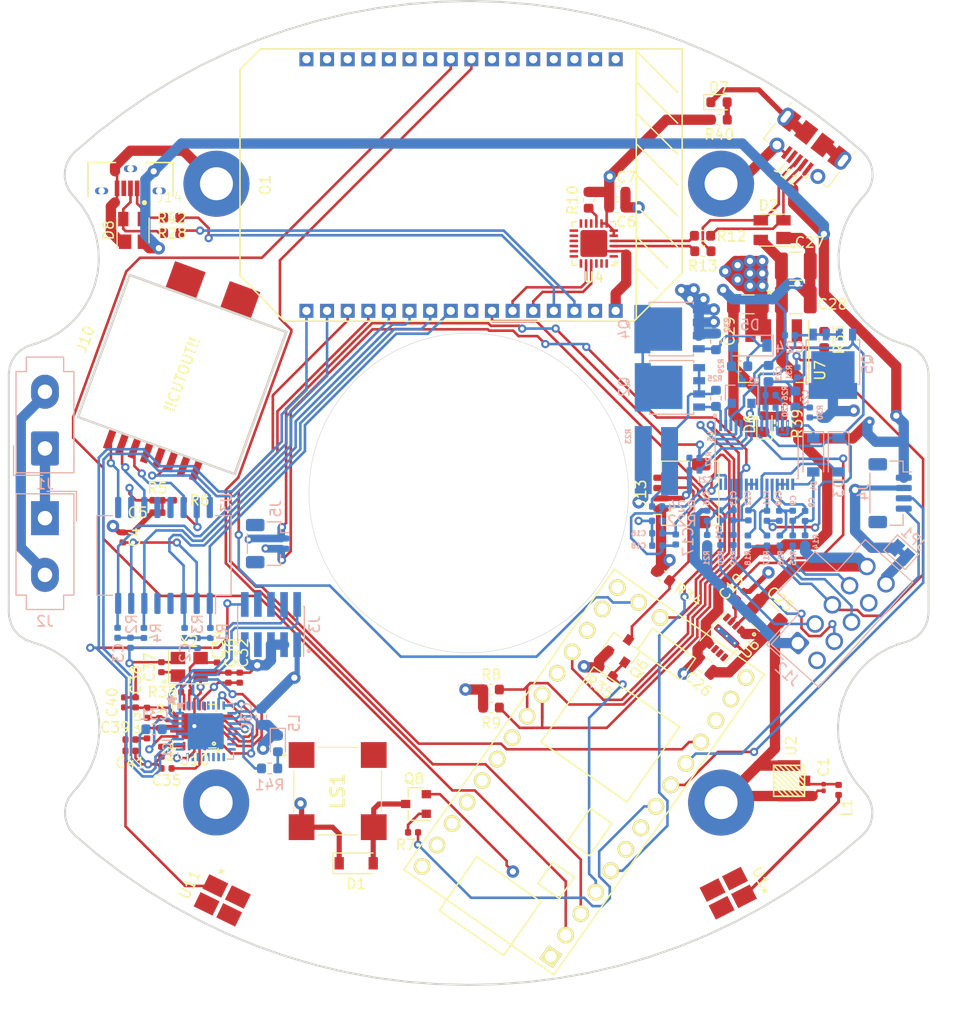
<source format=kicad_pcb>
(kicad_pcb (version 20190905) (host pcbnew "5.99.0-unknown-95ec2fb~86~ubuntu18.04.1")
  (layers (0 "F.Cu" signal) (1 "In1.Cu" signal) (2 "In2.Cu" signal) (31 "B.Cu" signal) (34 "B.Paste" user) (35 "F.Paste" user) (36 "B.SilkS" user) (37 "F.SilkS" user) (38 "B.Mask" user) (39 "F.Mask" user) (44 "Edge.Cuts" user))
  (net 0 "")
  (net 1 "GND")
  (net 2 "+5V")
  (net 3 "+3V3")
  (net 4 "/Omega2/D-IN_Omega")
  (net 5 "/Omega2/D+IN_Omega")
  (net 6 "/Omega2/PC_TXD")
  (net 7 "/Omega2/PC_RXD")
  (net 8 "/Omega2/TX-")
  (net 9 "/Omega2/TX+")
  (net 10 "/Omega2/RX-")
  (net 11 "/Omega2/RX+")
  (net 12 "/Omega2/D-_Omega")
  (net 13 "/Omega2/D+_Omega")
  (net 14 "Net-(C17-Pad2)")
  (net 15 "Net-(C1-Pad1)")
  (net 16 "/batteryMonitor/VC5x")
  (net 17 "Net-(C4-Pad2)")
  (net 18 "/batteryMonitor/VC5")
  (net 19 "Net-(C5-Pad2)")
  (net 20 "/batteryMonitor/Batt_GND")
  (net 21 "Net-(C8-Pad2)")
  (net 22 "Net-(C10-Pad1)")
  (net 23 "Net-(C12-Pad2)")
  (net 24 "/batteryMonitor/Top_Batt")
  (net 25 "/batteryMonitor/REGSRC")
  (net 26 "/batteryMonitor/P4")
  (net 27 "/batteryMonitor/P2")
  (net 28 "/batteryMonitor/P5")
  (net 29 "/batteryMonitor/A")
  (net 30 "/batteryMonitor/P1")
  (net 31 "/Teensy/LED_Strip_Lighting")
  (net 32 "Net-(C2-Pad1)")
  (net 33 "Net-(C3-Pad1)")
  (net 34 "Net-(C8-Pad1)")
  (net 35 "Net-(C11-Pad2)")
  (net 36 "Net-(C16-Pad2)")
  (net 37 "Net-(C20-Pad2)")
  (net 38 "Net-(C21-Pad2)")
  (net 39 "Net-(D5-Pad2)")
  (net 40 "Net-(D5-Pad1)")
  (net 41 "Net-(J10-Pad1)")
  (net 42 "Net-(J10-Pad2)")
  (net 43 "Net-(J10-Pad3)")
  (net 44 "Net-(J10-Pad6)")
  (net 45 "Net-(L1-Pad2)")
  (net 46 "Net-(Q2-Pad4)")
  (net 47 "Net-(Q2-Pad5)")
  (net 48 "Net-(Q2-Pad1)")
  (net 49 "Net-(Q3-Pad2)")
  (net 50 "Net-(R5-Pad1)")
  (net 51 "Net-(R6-Pad1)")
  (net 52 "Net-(R10-Pad2)")
  (net 53 "Net-(R26-Pad2)")
  (net 54 "Net-(C35-Pad1)")
  (net 55 "Net-(R37-Pad1)")
  (net 56 "Net-(L2-Pad2)")
  (net 57 "Net-(L2-Pad1)")
  (net 58 "Net-(C38-Pad1)")
  (net 59 "Net-(C37-Pad1)")
  (net 60 "Net-(C36-Pad1)")
  (net 61 "Net-(C39-Pad1)")
  (net 62 "Net-(C39-Pad2)")
  (net 63 "Net-(D6-Pad2)")
  (net 64 "Net-(D7-Pad2)")
  (net 65 "Net-(IC1-Pad13)")
  (net 66 "/nRF24L01+Trinket/Trinket_M0_rev_D/SWCLK")
  (net 67 "/nRF24L01+Trinket/Trinket_M0_rev_D/SWDIO")
  (net 68 "Net-(C31-Pad1)")
  (net 69 "/Button_R")
  (net 70 "/REGOUT")
  (net 71 "/Pack+")
  (net 72 "/nRF_CSN")
  (net 73 "/mRF_MOSI")
  (net 74 "/nRF_SCK")
  (net 75 "/nRF_CE")
  (net 76 "/nRF_MISO")
  (net 77 "/~M0_RESET")
  (net 78 "/Operational_Sig")
  (net 79 "/SensorBoard_TX")
  (net 80 "/SensorBoard_RX")
  (net 81 "/Pressure_Sensor")
  (net 82 "/LED_Strip_CMD")
  (net 83 "/Teensy_RX")
  (net 84 "/Teensy_TX")
  (net 85 "/Teensy_Ready")
  (net 86 "/~Reset_Teensy")
  (net 87 "/I2C_SDA")
  (net 88 "/I2C_SCL")
  (net 89 "/bq76930_Alert")
  (net 90 "Net-(D1-Pad2)")
  (net 91 "Net-(Q8-Pad1)")
  (net 92 "/Teensy/buzzer")
  (net 93 "/Pack_GND")
  (net 94 "Net-(L5-Pad2)")
  (net 95 "Net-(C14-Pad2)")
  (net 96 "/Omega2/extra_in_USB+")
  (net 97 "/Omega2/extra_in_USB-")
  (net 98 "/Omega2/extra_USB-")
  (net 99 "/Omega2/extra_USB+")
  (net 100 "/Button_L")
  (net 101 "/Teensy_Program")
  (net 102 "Net-(R33-Pad1)")
  (module "Resistor_SMD:R_0603_1608Metric" (layer "F.Cu") (at 151.5 111.5)
    (fp_text reference "R9" (at 0 1.5) (layer "F.SilkS"))
    (fp_text value "10k")
    (pad "2" smd roundrect (at 0.7875 0) (size 0.875 0.95) (layers "F.Cu" "F.Paste" "F.Mask") (net 87 "/I2C_SDA"))
    (pad "1" smd roundrect (at -0.7875 0) (size 0.875 0.95) (layers "F.Cu" "F.Paste" "F.Mask") (net 3 "+3V3"))
  )
  (module "Resistor_SMD:R_0603_1608Metric" (layer "F.Cu") (at 151.5 109.75)
    (fp_text reference "R8" (at 0 -1.43) (layer "F.SilkS"))
    (fp_text value "10k")
    (pad "2" smd roundrect (at 0.7875 0) (size 0.875 0.95) (layers "F.Cu" "F.Paste" "F.Mask") (net 88 "/I2C_SCL"))
    (pad "1" smd roundrect (at -0.7875 0) (size 0.875 0.95) (layers "F.Cu" "F.Paste" "F.Mask") (net 3 "+3V3"))
  )
  (module "Capacitor_SMD:C_0201_0603Metric" (layer "F.Cu") (at 183.75 119.25 270)
    (fp_text reference "C1" (at -2 0 90) (layer "F.SilkS"))
    (fp_text value "1.3pF")
    (pad "2" smd roundrect (at 0.32 0 270) (size 0.46 0.4) (layers "F.Cu" "F.Mask") (net 1 "GND"))
    (pad "1" smd roundrect (at -0.32 0 270) (size 0.46 0.4) (layers "F.Cu" "F.Mask") (net 15 "Net-(C1-Pad1)"))
  )
  (module "Teensy:Teensy_LC_Min" (layer "F.Cu") (at 160.5 117.75 55)
    (fp_text reference "U8" hide)
    (fp_text value "Teensy-LC" hide)
    (pad "18" thru_hole circle (at 16.51 -2.54 55) (size 1.6 1.6) (drill 1.1) (layers *.Cu *.Mask "F.SilkS") (net 101 "/Teensy_Program"))
    (pad "19" thru_hole circle (at 16.51 -5.08 55) (size 1.6 1.6) (drill 1.1) (layers *.Cu *.Mask "F.SilkS") (net 86 "/~Reset_Teensy"))
    (pad "20" thru_hole circle (at 16.51 -7.62 55) (size 1.6 1.6) (drill 1.1) (layers *.Cu *.Mask "F.SilkS"))
    (pad "14" thru_hole circle (at 16.51 7.62 55) (size 1.6 1.6) (drill 1.1) (layers *.Cu *.Mask "F.SilkS"))
    (pad "21" thru_hole circle (at 13.97 -7.62 55) (size 1.6 1.6) (drill 1.1) (layers *.Cu *.Mask "F.SilkS"))
    (pad "22" thru_hole circle (at 11.43 -7.62 55) (size 1.6 1.6) (drill 1.1) (layers *.Cu *.Mask "F.SilkS"))
    (pad "23" thru_hole circle (at 8.89 -7.62 55) (size 1.6 1.6) (drill 1.1) (layers *.Cu *.Mask "F.SilkS") (net 89 "/bq76930_Alert"))
    (pad "24" thru_hole circle (at 6.35 -7.62 55) (size 1.6 1.6) (drill 1.1) (layers *.Cu *.Mask "F.SilkS"))
    (pad "25" thru_hole circle (at 3.81 -7.62 55) (size 1.6 1.6) (drill 1.1) (layers *.Cu *.Mask "F.SilkS") (net 87 "/I2C_SDA"))
    (pad "26" thru_hole circle (at 1.27 -7.62 55) (size 1.6 1.6) (drill 1.1) (layers *.Cu *.Mask "F.SilkS") (net 88 "/I2C_SCL"))
    (pad "27" thru_hole circle (at -1.27 -7.62 55) (size 1.6 1.6) (drill 1.1) (layers *.Cu *.Mask "F.SilkS"))
    (pad "28" thru_hole circle (at -3.81 -7.62 55) (size 1.6 1.6) (drill 1.1) (layers *.Cu *.Mask "F.SilkS"))
    (pad "29" thru_hole circle (at -6.35 -7.62 55) (size 1.6 1.6) (drill 1.1) (layers *.Cu *.Mask "F.SilkS"))
    (pad "30" thru_hole circle (at -8.89 -7.62 55) (size 1.6 1.6) (drill 1.1) (layers *.Cu *.Mask "F.SilkS"))
    (pad "31" thru_hole circle (at -11.43 -7.62 55) (size 1.6 1.6) (drill 1.1) (layers *.Cu *.Mask "F.SilkS"))
    (pad "32" thru_hole circle (at -13.97 -7.62 55) (size 1.6 1.6) (drill 1.1) (layers *.Cu *.Mask "F.SilkS") (net 1 "GND"))
    (pad "33" thru_hole circle (at -16.51 -7.62 55) (size 1.6 1.6) (drill 1.1) (layers *.Cu *.Mask "F.SilkS") (net 2 "+5V"))
    (pad "13" thru_hole circle (at 13.97 7.62 55) (size 1.6 1.6) (drill 1.1) (layers *.Cu *.Mask "F.SilkS"))
    (pad "12" thru_hole circle (at 11.43 7.62 55) (size 1.6 1.6) (drill 1.1) (layers *.Cu *.Mask "F.SilkS"))
    (pad "11" thru_hole circle (at 8.89 7.62 55) (size 1.6 1.6) (drill 1.1) (layers *.Cu *.Mask "F.SilkS") (net 85 "/Teensy_Ready"))
    (pad "10" thru_hole circle (at 6.35 7.62 55) (size 1.6 1.6) (drill 1.1) (layers *.Cu *.Mask "F.SilkS") (net 79 "/SensorBoard_TX"))
    (pad "9" thru_hole circle (at 3.81 7.62 55) (size 1.6 1.6) (drill 1.1) (layers *.Cu *.Mask "F.SilkS") (net 80 "/SensorBoard_RX"))
    (pad "8" thru_hole circle (at 1.27 7.62 55) (size 1.6 1.6) (drill 1.1) (layers *.Cu *.Mask "F.SilkS") (net 92 "/Teensy/buzzer"))
    (pad "7" thru_hole circle (at -1.27 7.62 55) (size 1.6 1.6) (drill 1.1) (layers *.Cu *.Mask "F.SilkS"))
    (pad "6" thru_hole circle (at -3.81 7.62 55) (size 1.6 1.6) (drill 1.1) (layers *.Cu *.Mask "F.SilkS"))
    (pad "5" thru_hole circle (at -6.35 7.62 55) (size 1.6 1.6) (drill 1.1) (layers *.Cu *.Mask "F.SilkS") (net 81 "/Pressure_Sensor"))
    (pad "4" thru_hole circle (at -8.89 7.62 55) (size 1.6 1.6) (drill 1.1) (layers *.Cu *.Mask "F.SilkS") (net 31 "/Teensy/LED_Strip_Lighting"))
    (pad "3" thru_hole circle (at -11.43 7.62 55) (size 1.6 1.6) (drill 1.1) (layers *.Cu *.Mask "F.SilkS") (net 84 "/Teensy_TX"))
    (pad "2" thru_hole circle (at -13.97 7.62 55) (size 1.6 1.6) (drill 1.1) (layers *.Cu *.Mask "F.SilkS") (net 83 "/Teensy_RX"))
    (pad "1" thru_hole rect (at -16.51 7.62 55) (size 1.6 1.6) (drill 1.1) (layers *.Cu *.Mask "F.SilkS") (net 1 "GND"))
  )
  (module "Onion:Omega2p" (layer "F.Cu") (at 148.574 60.833 270)
    (fp_text reference "O1" (at 0 19 270) (layer "F.SilkS"))
    (fp_text value "Omega2")
    (pad "A16" thru_hole rect (at -12.2 15 270) (size 1.35 1.35) (drill 0.8) (layers *.Cu *.Mask))
    (pad "A15" thru_hole rect (at -12.2 13 270) (size 1.35 1.35) (drill 0.8) (layers *.Cu *.Mask))
    (pad "A14" thru_hole rect (at -12.2 11 270) (size 1.35 1.35) (drill 0.8) (layers *.Cu *.Mask))
    (pad "A13" thru_hole rect (at -12.2 9 270) (size 1.35 1.35) (drill 0.8) (layers *.Cu *.Mask))
    (pad "A12" thru_hole rect (at -12.2 7 270) (size 1.35 1.35) (drill 0.8) (layers *.Cu *.Mask))
    (pad "A11" thru_hole rect (at -12.2 5 270) (size 1.35 1.35) (drill 0.8) (layers *.Cu *.Mask))
    (pad "A10" thru_hole rect (at -12.2 3 270) (size 1.35 1.35) (drill 0.8) (layers *.Cu *.Mask))
    (pad "A9" thru_hole rect (at -12.2 1 270) (size 1.35 1.35) (drill 0.8) (layers *.Cu *.Mask) (net 83 "/Teensy_RX"))
    (pad "A8" thru_hole rect (at -12.2 -1 270) (size 1.35 1.35) (drill 0.8) (layers *.Cu *.Mask) (net 84 "/Teensy_TX"))
    (pad "A7" thru_hole rect (at -12.2 -3 270) (size 1.35 1.35) (drill 0.8) (layers *.Cu *.Mask))
    (pad "A6" thru_hole rect (at -12.2 -5 270) (size 1.35 1.35) (drill 0.8) (layers *.Cu *.Mask))
    (pad "A5" thru_hole rect (at -12.2 -7 270) (size 1.35 1.35) (drill 0.8) (layers *.Cu *.Mask))
    (pad "A4" thru_hole rect (at -12.2 -9 270) (size 1.35 1.35) (drill 0.8) (layers *.Cu *.Mask))
    (pad "A3" thru_hole rect (at -12.2 -11 270) (size 1.35 1.35) (drill 0.8) (layers *.Cu *.Mask))
    (pad "A2" thru_hole rect (at -12.2 -13 270) (size 1.35 1.35) (drill 0.8) (layers *.Cu *.Mask))
    (pad "A1" thru_hole rect (at -12.2 -15 270) (size 1.35 1.35) (drill 0.8) (layers *.Cu *.Mask) (net 1 "GND"))
    (pad "B16" thru_hole rect (at 12.2 15 270) (size 1.35 1.35) (drill 0.8) (layers *.Cu *.Mask) (net 77 "/~M0_RESET"))
    (pad "B15" thru_hole rect (at 12.2 13 270) (size 1.35 1.35) (drill 0.8) (layers *.Cu *.Mask) (net 78 "/Operational_Sig"))
    (pad "B14" thru_hole rect (at 12.2 11 270) (size 1.35 1.35) (drill 0.8) (layers *.Cu *.Mask) (net 85 "/Teensy_Ready"))
    (pad "B13" thru_hole rect (at 12.2 9 270) (size 1.35 1.35) (drill 0.8) (layers *.Cu *.Mask) (net 86 "/~Reset_Teensy"))
    (pad "B12" thru_hole rect (at 12.2 7 270) (size 1.35 1.35) (drill 0.8) (layers *.Cu *.Mask) (net 11 "/Omega2/RX+"))
    (pad "B11" thru_hole rect (at 12.2 5 270) (size 1.35 1.35) (drill 0.8) (layers *.Cu *.Mask) (net 10 "/Omega2/RX-"))
    (pad "B10" thru_hole rect (at 12.2 3 270) (size 1.35 1.35) (drill 0.8) (layers *.Cu *.Mask) (net 9 "/Omega2/TX+"))
    (pad "B9" thru_hole rect (at 12.2 1 270) (size 1.35 1.35) (drill 0.8) (layers *.Cu *.Mask) (net 8 "/Omega2/TX-"))
    (pad "B8" thru_hole rect (at 12.2 -1 270) (size 1.35 1.35) (drill 0.8) (layers *.Cu *.Mask))
    (pad "B7" thru_hole rect (at 12.2 -3 270) (size 1.35 1.35) (drill 0.8) (layers *.Cu *.Mask) (net 101 "/Teensy_Program"))
    (pad "B6" thru_hole rect (at 12.2 -5 270) (size 1.35 1.35) (drill 0.8) (layers *.Cu *.Mask) (net 7 "/Omega2/PC_RXD"))
    (pad "B5" thru_hole rect (at 12.2 -7 270) (size 1.35 1.35) (drill 0.8) (layers *.Cu *.Mask) (net 6 "/Omega2/PC_TXD"))
    (pad "B4" thru_hole rect (at 12.2 -9 270) (size 1.35 1.35) (drill 0.8) (layers *.Cu *.Mask) (net 98 "/Omega2/extra_USB-"))
    (pad "B3" thru_hole rect (at 12.2 -11 270) (size 1.35 1.35) (drill 0.8) (layers *.Cu *.Mask) (net 99 "/Omega2/extra_USB+"))
    (pad "B2" thru_hole rect (at 12.2 -13 270) (size 1.35 1.35) (drill 0.8) (layers *.Cu *.Mask) (net 3 "+3V3"))
    (pad "B1" thru_hole rect (at 12.2 -15 270) (size 1.35 1.35) (drill 0.8) (layers *.Cu *.Mask) (net 1 "GND"))
  )
  (module "Resistor_SMD:R_0603_1608Metric" (layer "F.Cu") (at 120.5 65.5)
    (fp_text reference "R42" (at 0 -1.43) (layer "F.SilkS"))
    (fp_text value "33")
    (pad "2" smd roundrect (at 0.7875 0) (size 0.875 0.95) (layers "F.Cu" "F.Paste" "F.Mask") (net 99 "/Omega2/extra_USB+"))
    (pad "1" smd roundrect (at -0.7875 0) (size 0.875 0.95) (layers "F.Cu" "F.Paste" "F.Mask") (net 96 "/Omega2/extra_in_USB+"))
  )
  (module "Resistor_SMD:R_0603_1608Metric" (layer "F.Cu") (at 120.5 64)
    (fp_text reference "R28" (at 0.0375 1.5) (layer "F.SilkS"))
    (fp_text value "33")
    (pad "2" smd roundrect (at 0.7875 0) (size 0.875 0.95) (layers "F.Cu" "F.Paste" "F.Mask") (net 98 "/Omega2/extra_USB-"))
    (pad "1" smd roundrect (at -0.7875 0) (size 0.875 0.95) (layers "F.Cu" "F.Paste" "F.Mask") (net 97 "/Omega2/extra_in_USB-"))
  )
  (module "Package_TO_SOT_SMD:SOT-143" (layer "F.Cu") (at 116.75 65.23 90)
    (fp_text reference "D8" (at 0.02 -2.38 90) (layer "F.SilkS"))
    (fp_text value "SP0503BAHT")
    (pad "4" smd rect (at 1.1 -0.95) (size 1 1.4) (layers "F.Cu" "F.Paste" "F.Mask") (net 96 "/Omega2/extra_in_USB+"))
    (pad "3" smd rect (at 1.1 0.95) (size 1 1.4) (layers "F.Cu" "F.Paste" "F.Mask") (net 97 "/Omega2/extra_in_USB-"))
    (pad "2" smd rect (at -1.1 0.95) (size 1 1.4) (layers "F.Cu" "F.Paste" "F.Mask") (net 2 "+5V"))
    (pad "1" smd rect (at -1.1 -0.77) (size 1.2 1.4) (layers "F.Cu" "F.Paste" "F.Mask") (net 1 "GND"))
  )
  (module "molex_105133:MOLEX_105133-0001_0" (layer "F.Cu") (at 116.5 61 180)
    (fp_text reference "J14" (at -5.1 -1.575) (layer "F.SilkS") (effects (font (size 0.95 0.95) (thickness 0.076)) (justify right bottom)))
    (fp_text value "USB_B_Micro" hide)
    (pad "5" smd rect (at 1.3 -0.15 180) (size 0.45 1.5) (layers "F.Cu" "F.Paste" "F.Mask") (net 1 "GND"))
    (pad "4" smd rect (at 0.65 -0.15 180) (size 0.45 1.5) (layers "F.Cu" "F.Paste" "F.Mask"))
    (pad "3" smd rect (at 0 -0.15 180) (size 0.45 1.5) (layers "F.Cu" "F.Paste" "F.Mask") (net 96 "/Omega2/extra_in_USB+"))
    (pad "2" smd rect (at -0.65 -0.15 180) (size 0.45 1.5) (layers "F.Cu" "F.Paste" "F.Mask") (net 97 "/Omega2/extra_in_USB-"))
    (pad "1" smd rect (at -1.3 -0.15 180) (size 0.45 1.5) (layers "F.Cu" "F.Paste" "F.Mask") (net 2 "+5V"))
    (pad "8" thru_hole oval (at 0 1.75 180) (size 1.27 0.635) (drill 0.635) (layers *.Cu *.Mask))
    (pad "7" thru_hole oval (at 2.8 -0.4 180) (size 1.27 0.635) (drill 0.635) (layers *.Cu *.Mask))
    (pad "6" thru_hole oval (at -2.775 -0.4 180) (size 1.27 0.635) (drill 0.635) (layers *.Cu *.Mask) (net 1 "GND"))
  )
  (module "Connector_PinHeader_1.27mm:PinHeader_2x05_P1.27mm_Vertical_SMD" (layer "B.Cu") (at 130.13 103.45 90)
    (fp_text reference "J3" (at 0 4.235 90) (layer "B.SilkS") (effects (justify mirror)))
    (fp_text value "Conn_02x05_Odd_Even")
    (pad "10" smd rect (at 1.95 -2.54 90) (size 2.4 0.74) (layers "B.Cu" "B.Paste" "B.Mask") (net 77 "/~M0_RESET"))
    (pad "9" smd rect (at -1.95 -2.54 90) (size 2.4 0.74) (layers "B.Cu" "B.Paste" "B.Mask") (net 1 "GND"))
    (pad "8" smd rect (at 1.95 -1.27 90) (size 2.4 0.74) (layers "B.Cu" "B.Paste" "B.Mask"))
    (pad "7" smd rect (at -1.95 -1.27 90) (size 2.4 0.74) (layers "B.Cu" "B.Paste" "B.Mask"))
    (pad "6" smd rect (at 1.95 0 90) (size 2.4 0.74) (layers "B.Cu" "B.Paste" "B.Mask"))
    (pad "5" smd rect (at -1.95 0 90) (size 2.4 0.74) (layers "B.Cu" "B.Paste" "B.Mask") (net 1 "GND"))
    (pad "4" smd rect (at 1.95 1.27 90) (size 2.4 0.74) (layers "B.Cu" "B.Paste" "B.Mask") (net 66 "/nRF24L01+Trinket/Trinket_M0_rev_D/SWCLK"))
    (pad "3" smd rect (at -1.95 1.27 90) (size 2.4 0.74) (layers "B.Cu" "B.Paste" "B.Mask") (net 1 "GND"))
    (pad "2" smd rect (at 1.95 2.54 90) (size 2.4 0.74) (layers "B.Cu" "B.Paste" "B.Mask") (net 67 "/nRF24L01+Trinket/Trinket_M0_rev_D/SWDIO"))
    (pad "1" smd rect (at -1.95 2.54 90) (size 2.4 0.74) (layers "B.Cu" "B.Paste" "B.Mask") (net 3 "+3V3"))
  )
  (module "Resistor_SMD:R_0402_1005Metric" (layer "F.Cu") (at 143.915 123.6)
    (fp_text reference "R7" (at -0.715 1.2) (layer "F.SilkS"))
    (fp_text value "100")
    (pad "2" smd roundrect (at 0.485 0) (size 0.59 0.64) (layers "F.Cu" "F.Paste" "F.Mask") (net 92 "/Teensy/buzzer"))
    (pad "1" smd roundrect (at -0.485 0) (size 0.59 0.64) (layers "F.Cu" "F.Paste" "F.Mask") (net 91 "Net-(Q8-Pad1)"))
  )
  (module "Capacitor_SMD:C_0402_1005Metric" (layer "F.Cu") (at 126 108.6 90)
    (fp_text reference "C34" (at 3.2 -1 90) (layer "F.SilkS"))
    (fp_text value "1nF")
    (pad "2" smd roundrect (at 0.485 0 90) (size 0.59 0.64) (layers "F.Cu" "F.Paste" "F.Mask") (net 1 "GND"))
    (pad "1" smd roundrect (at -0.485 0 90) (size 0.59 0.64) (layers "F.Cu" "F.Paste" "F.Mask") (net 3 "+3V3"))
  )
  (module "Capacitor_SMD:C_0402_1005Metric" (layer "F.Cu") (at 127.1 108.6 90)
    (fp_text reference "C32" (at 2.4 0.3 90) (layer "F.SilkS"))
    (fp_text value "10nF")
    (pad "2" smd roundrect (at 0.485 0 90) (size 0.59 0.64) (layers "F.Cu" "F.Paste" "F.Mask") (net 1 "GND"))
    (pad "1" smd roundrect (at -0.485 0 90) (size 0.59 0.64) (layers "F.Cu" "F.Paste" "F.Mask") (net 3 "+3V3"))
  )
  (module "Capacitor_SMD:C_0402_1005Metric" (layer "F.Cu") (at 116.5 115.7 180)
    (fp_text reference "C41" (at 0 -1.17) (layer "F.SilkS"))
    (fp_text value "1.0pF")
    (pad "2" smd roundrect (at 0.485 0 180) (size 0.59 0.64) (layers "F.Cu" "F.Paste" "F.Mask") (net 61 "Net-(C39-Pad1)"))
    (pad "1" smd roundrect (at -0.485 0 180) (size 0.59 0.64) (layers "F.Cu" "F.Paste" "F.Mask") (net 1 "GND"))
  )
  (module "Capacitor_SMD:C_0402_1005Metric" (layer "F.Cu") (at 115.9 111 90)
    (fp_text reference "C40" (at 0 -1.17 90) (layer "F.SilkS"))
    (fp_text value "4.7pF")
    (pad "2" smd roundrect (at 0.485 0 90) (size 0.59 0.64) (layers "F.Cu" "F.Paste" "F.Mask") (net 1 "GND"))
    (pad "1" smd roundrect (at -0.485 0 90) (size 0.59 0.64) (layers "F.Cu" "F.Paste" "F.Mask") (net 58 "Net-(C38-Pad1)"))
  )
  (module "Capacitor_SMD:C_0402_1005Metric" (layer "F.Cu") (at 116.5 114.6)
    (fp_text reference "C39" (at -1.5 -1.17) (layer "F.SilkS"))
    (fp_text value "1.5pF")
    (pad "2" smd roundrect (at 0.485 0) (size 0.59 0.64) (layers "F.Cu" "F.Paste" "F.Mask") (net 62 "Net-(C39-Pad2)"))
    (pad "1" smd roundrect (at -0.485 0) (size 0.59 0.64) (layers "F.Cu" "F.Paste" "F.Mask") (net 61 "Net-(C39-Pad1)"))
  )
  (module "Capacitor_SMD:C_0402_1005Metric" (layer "F.Cu") (at 117 111 90)
    (fp_text reference "C38" (at 2.2 0 90) (layer "F.SilkS"))
    (fp_text value "2.2nF")
    (pad "2" smd roundrect (at 0.485 0 90) (size 0.59 0.64) (layers "F.Cu" "F.Paste" "F.Mask") (net 1 "GND"))
    (pad "1" smd roundrect (at -0.485 0 90) (size 0.59 0.64) (layers "F.Cu" "F.Paste" "F.Mask") (net 58 "Net-(C38-Pad1)"))
  )
  (module "Capacitor_SMD:C_0402_1005Metric" (layer "F.Cu") (at 119.5 107.585 90)
    (fp_text reference "C37" (at 0 -1.17 90) (layer "F.SilkS"))
    (fp_text value "12pF")
    (pad "2" smd roundrect (at 0.485 0 90) (size 0.59 0.64) (layers "F.Cu" "F.Paste" "F.Mask") (net 1 "GND"))
    (pad "1" smd roundrect (at -0.485 0 90) (size 0.59 0.64) (layers "F.Cu" "F.Paste" "F.Mask") (net 59 "Net-(C37-Pad1)"))
  )
  (module "Capacitor_SMD:C_0402_1005Metric" (layer "F.Cu") (at 124.9 107.615 270)
    (fp_text reference "C36" (at -1.415 -1.3 90) (layer "F.SilkS"))
    (fp_text value "12pF")
    (pad "2" smd roundrect (at 0.485 0 270) (size 0.59 0.64) (layers "F.Cu" "F.Paste" "F.Mask") (net 1 "GND"))
    (pad "1" smd roundrect (at -0.485 0 270) (size 0.59 0.64) (layers "F.Cu" "F.Paste" "F.Mask") (net 60 "Net-(C36-Pad1)"))
  )
  (module "Capacitor_SMD:C_0402_1005Metric" (layer "F.Cu") (at 120 117.4 180)
    (fp_text reference "C35" (at 0 -1.17) (layer "F.SilkS"))
    (fp_text value "33nF")
    (pad "2" smd roundrect (at 0.485 0 180) (size 0.59 0.64) (layers "F.Cu" "F.Paste" "F.Mask") (net 1 "GND"))
    (pad "1" smd roundrect (at -0.485 0 180) (size 0.59 0.64) (layers "F.Cu" "F.Paste" "F.Mask") (net 54 "Net-(C35-Pad1)"))
  )
  (module "Resistor_SMD:R_0402_1005Metric" (layer "B.Cu") (at 181.2 79 270)
    (fp_text reference "R31" (at 0 0.8 90) (layer "B.SilkS") (effects (font (size 0.5 0.5) (thickness 0.125)) (justify mirror)))
    (fp_text value "100")
    (pad "2" smd roundrect (at 0.485 0 270) (size 0.59 0.64) (layers "B.Cu" "B.Paste" "B.Mask") (net 16 "/batteryMonitor/VC5x"))
    (pad "1" smd roundrect (at -0.485 0 270) (size 0.59 0.64) (layers "B.Cu" "B.Paste" "B.Mask") (net 29 "/batteryMonitor/A"))
  )
  (module "Resistor_SMD:R_0402_1005Metric" (layer "B.Cu") (at 182.4 82.885 270)
    (fp_text reference "R30" (at 0 -1 90) (layer "B.SilkS") (effects (font (size 0.5 0.5) (thickness 0.125)) (justify mirror)))
    (fp_text value "100")
    (pad "2" smd roundrect (at 0.485 0 270) (size 0.59 0.64) (layers "B.Cu" "B.Paste" "B.Mask") (net 71 "/Pack+"))
    (pad "1" smd roundrect (at -0.485 0 270) (size 0.59 0.64) (layers "B.Cu" "B.Paste" "B.Mask") (net 24 "/batteryMonitor/Top_Batt"))
  )
  (module "Resistor_SMD:R_0402_1005Metric" (layer "B.Cu") (at 171.215 87.3)
    (fp_text reference "R27" (at 1.385 0.1 90) (layer "B.SilkS") (effects (font (size 0.5 0.5) (thickness 0.125)) (justify mirror)))
    (fp_text value "10k")
    (pad "2" smd roundrect (at 0.485 0) (size 0.59 0.64) (layers "B.Cu" "B.Paste" "B.Mask") (net 100 "/Button_L"))
    (pad "1" smd roundrect (at -0.485 0) (size 0.59 0.64) (layers "B.Cu" "B.Paste" "B.Mask") (net 1 "GND"))
  )
  (module "Resistor_SMD:R_0402_1005Metric" (layer "B.Cu") (at 178.6 81.2)
    (fp_text reference "R26" (at 1.4 -0.2 90) (layer "B.SilkS") (effects (font (size 0.5 0.5) (thickness 0.125)) (justify mirror)))
    (fp_text value "10k")
    (pad "2" smd roundrect (at 0.485 0) (size 0.59 0.64) (layers "B.Cu" "B.Paste" "B.Mask") (net 53 "Net-(R26-Pad2)"))
    (pad "1" smd roundrect (at -0.485 0) (size 0.59 0.64) (layers "B.Cu" "B.Paste" "B.Mask") (net 16 "/batteryMonitor/VC5x"))
  )
  (module "Capacitor_SMD:C_0402_1005Metric" (layer "B.Cu") (at 180.485 75.4)
    (fp_text reference "C24" (at 0 1.17) (layer "B.SilkS") (effects (justify mirror)))
    (fp_text value "1uF")
    (pad "2" smd roundrect (at 0.485 0) (size 0.59 0.64) (layers "B.Cu" "B.Paste" "B.Mask") (net 25 "/batteryMonitor/REGSRC"))
    (pad "1" smd roundrect (at -0.485 0) (size 0.59 0.64) (layers "B.Cu" "B.Paste" "B.Mask") (net 1 "GND"))
  )
  (module "Capacitor_SMD:C_0402_1005Metric" (layer "B.Cu") (at 171.215 88.5)
    (fp_text reference "C21" (at 0.985 0.9) (layer "B.SilkS") (effects (font (size 0.5 0.5) (thickness 0.125)) (justify mirror)))
    (fp_text value "1uF")
    (pad "2" smd roundrect (at 0.485 0) (size 0.59 0.64) (layers "B.Cu" "B.Paste" "B.Mask") (net 38 "Net-(C21-Pad2)"))
    (pad "1" smd roundrect (at -0.485 0) (size 0.59 0.64) (layers "B.Cu" "B.Paste" "B.Mask") (net 1 "GND"))
  )
  (module "Capacitor_SMD:C_0402_1005Metric" (layer "B.Cu") (at 178.6 82.4)
    (fp_text reference "C20" (at 1.4 0.2 90) (layer "B.SilkS") (effects (font (size 0.5 0.5) (thickness 0.125)) (justify mirror)))
    (fp_text value "1uF")
    (pad "2" smd roundrect (at 0.485 0) (size 0.59 0.64) (layers "B.Cu" "B.Paste" "B.Mask") (net 37 "Net-(C20-Pad2)"))
    (pad "1" smd roundrect (at -0.485 0) (size 0.59 0.64) (layers "B.Cu" "B.Paste" "B.Mask") (net 16 "/batteryMonitor/VC5x"))
  )
  (module "Capacitor_SMD:C_0402_1005Metric" (layer "F.Cu") (at 175.7 100.6 228)
    (fp_text reference "C19" (at 0.007702 1.204135 228) (layer "F.SilkS"))
    (fp_text value "4.7uF")
    (pad "2" smd roundrect (at 0.485 0 228) (size 0.59 0.64) (layers "F.Cu" "F.Paste" "F.Mask") (net 70 "/REGOUT"))
    (pad "1" smd roundrect (at -0.485 0 228) (size 0.59 0.64) (layers "F.Cu" "F.Paste" "F.Mask") (net 1 "GND"))
  )
  (module "Resistor_SMD:R_0402_1005Metric" (layer "B.Cu") (at 167.5875 92 180)
    (fp_text reference "R24" (at -2.4125 0) (layer "B.SilkS") (effects (justify mirror)))
    (fp_text value "100")
    (pad "2" smd roundrect (at 0.485 0 180) (size 0.59 0.64) (layers "B.Cu" "B.Paste" "B.Mask") (net 48 "Net-(Q2-Pad1)"))
    (pad "1" smd roundrect (at -0.485 0 180) (size 0.59 0.64) (layers "B.Cu" "B.Paste" "B.Mask") (net 14 "Net-(C17-Pad2)"))
  )
  (module "Resistor_SMD:R_0402_1005Metric" (layer "B.Cu") (at 167.5875 93.4 180)
    (fp_text reference "R22" (at -2.4125 0) (layer "B.SilkS") (effects (justify mirror)))
    (fp_text value "100")
    (pad "2" smd roundrect (at 0.485 0 180) (size 0.59 0.64) (layers "B.Cu" "B.Paste" "B.Mask") (net 20 "/batteryMonitor/Batt_GND"))
    (pad "1" smd roundrect (at -0.485 0 180) (size 0.59 0.64) (layers "B.Cu" "B.Paste" "B.Mask") (net 36 "Net-(C16-Pad2)"))
  )
  (module "Capacitor_SMD:C_0402_1005Metric" (layer "B.Cu") (at 167.6 95.8 180)
    (fp_text reference "C18" (at 1.8 0) (layer "B.SilkS") (effects (font (size 0.5 0.5) (thickness 0.125)) (justify mirror)))
    (fp_text value "0.1Uf")
    (pad "2" smd roundrect (at 0.485 0 180) (size 0.59 0.64) (layers "B.Cu" "B.Paste" "B.Mask") (net 20 "/batteryMonitor/Batt_GND"))
    (pad "1" smd roundrect (at -0.485 0 180) (size 0.59 0.64) (layers "B.Cu" "B.Paste" "B.Mask") (net 14 "Net-(C17-Pad2)"))
  )
  (module "Capacitor_SMD:C_0402_1005Metric" (layer "B.Cu") (at 169.4 95.2 270)
    (fp_text reference "C17" (at 0.2 -1.2 90) (layer "B.SilkS") (effects (justify mirror)))
    (fp_text value "0.1Uf")
    (pad "2" smd roundrect (at 0.485 0 270) (size 0.59 0.64) (layers "B.Cu" "B.Paste" "B.Mask") (net 14 "Net-(C17-Pad2)"))
    (pad "1" smd roundrect (at -0.485 0 270) (size 0.59 0.64) (layers "B.Cu" "B.Paste" "B.Mask") (net 36 "Net-(C16-Pad2)"))
  )
  (module "Capacitor_SMD:C_0402_1005Metric" (layer "B.Cu") (at 167.6 94.6)
    (fp_text reference "C16" (at -1.8 0) (layer "B.SilkS") (effects (font (size 0.5 0.5) (thickness 0.125)) (justify mirror)))
    (fp_text value "0.1Uf")
    (pad "2" smd roundrect (at 0.485 0) (size 0.59 0.64) (layers "B.Cu" "B.Paste" "B.Mask") (net 36 "Net-(C16-Pad2)"))
    (pad "1" smd roundrect (at -0.485 0) (size 0.59 0.64) (layers "B.Cu" "B.Paste" "B.Mask") (net 20 "/batteryMonitor/Batt_GND"))
  )
  (module "Resistor_SMD:R_0402_1005Metric" (layer "B.Cu") (at 172.45 95.25 270)
    (fp_text reference "R21" (at 1.75 0.05 90) (layer "B.SilkS") (effects (font (size 0.5 0.5) (thickness 0.125)) (justify mirror)))
    (fp_text value "1k")
    (pad "1" smd roundrect (at -0.485 0 270) (size 0.59 0.64) (layers "B.Cu" "B.Paste" "B.Mask") (net 95 "Net-(C14-Pad2)"))
    (pad "2" smd roundrect (at 0.485 0 270) (size 0.59 0.64) (layers "B.Cu" "B.Paste" "B.Mask") (net 20 "/batteryMonitor/Batt_GND"))
  )
  (module "Resistor_SMD:R_0402_1005Metric" (layer "B.Cu") (at 173.75 95.25 270)
    (fp_text reference "R20" (at 1.75 -0.05 90) (layer "B.SilkS") (effects (font (size 0.5 0.5) (thickness 0.125)) (justify mirror)))
    (fp_text value "1k")
    (pad "1" smd roundrect (at -0.485 0 270) (size 0.59 0.64) (layers "B.Cu" "B.Paste" "B.Mask") (net 69 "/Button_R"))
    (pad "2" smd roundrect (at 0.485 0 270) (size 0.59 0.64) (layers "B.Cu" "B.Paste" "B.Mask") (net 30 "/batteryMonitor/P1"))
  )
  (module "Resistor_SMD:R_0402_1005Metric" (layer "B.Cu") (at 175 95.25 270)
    (fp_text reference "R19" (at 1.75 0 90) (layer "B.SilkS") (effects (font (size 0.5 0.5) (thickness 0.125)) (justify mirror)))
    (fp_text value "1k")
    (pad "1" smd roundrect (at -0.485 0 270) (size 0.59 0.64) (layers "B.Cu" "B.Paste" "B.Mask") (net 23 "Net-(C12-Pad2)"))
    (pad "2" smd roundrect (at 0.485 0 270) (size 0.59 0.64) (layers "B.Cu" "B.Paste" "B.Mask") (net 27 "/batteryMonitor/P2"))
  )
  (module "Resistor_SMD:R_0402_1005Metric" (layer "B.Cu") (at 176.4 95.3 270)
    (fp_text reference "R18" (at 1.7 0 90) (layer "B.SilkS") (effects (font (size 0.5 0.5) (thickness 0.125)) (justify mirror)))
    (fp_text value "1k")
    (pad "2" smd roundrect (at 0.485 0 270) (size 0.59 0.64) (layers "B.Cu" "B.Paste" "B.Mask") (net 29 "/batteryMonitor/A"))
    (pad "1" smd roundrect (at -0.485 0 270) (size 0.59 0.64) (layers "B.Cu" "B.Paste" "B.Mask") (net 18 "/batteryMonitor/VC5"))
  )
  (module "Resistor_SMD:R_0402_1005Metric" (layer "B.Cu") (at 178.25 95.3 270)
    (fp_text reference "R17" (at 1.7 0.05 90) (layer "B.SilkS") (effects (font (size 0.5 0.5) (thickness 0.125)) (justify mirror)))
    (fp_text value "1k")
    (pad "2" smd roundrect (at 0.485 0 270) (size 0.59 0.64) (layers "B.Cu" "B.Paste" "B.Mask") (net 29 "/batteryMonitor/A"))
    (pad "1" smd roundrect (at -0.485 0 270) (size 0.59 0.64) (layers "B.Cu" "B.Paste" "B.Mask") (net 35 "Net-(C11-Pad2)"))
  )
  (module "Resistor_SMD:R_0402_1005Metric" (layer "B.Cu") (at 179.5 95.3 270)
    (fp_text reference "R16" (at 1.7 -0.1 90) (layer "B.SilkS") (effects (font (size 0.5 0.5) (thickness 0.125)) (justify mirror)))
    (fp_text value "1k")
    (pad "2" smd roundrect (at 0.485 0 270) (size 0.59 0.64) (layers "B.Cu" "B.Paste" "B.Mask") (net 26 "/batteryMonitor/P4"))
    (pad "1" smd roundrect (at -0.485 0 270) (size 0.59 0.64) (layers "B.Cu" "B.Paste" "B.Mask") (net 22 "Net-(C10-Pad1)"))
  )
  (module "Resistor_SMD:R_0402_1005Metric" (layer "B.Cu") (at 180.75 95.3 270)
    (fp_text reference "R15" (at 1.7 -0.05 90) (layer "B.SilkS") (effects (font (size 0.5 0.5) (thickness 0.125)) (justify mirror)))
    (fp_text value "1k")
    (pad "2" smd roundrect (at 0.485 0 270) (size 0.59 0.64) (layers "B.Cu" "B.Paste" "B.Mask") (net 28 "/batteryMonitor/P5"))
    (pad "1" smd roundrect (at -0.485 0 270) (size 0.59 0.64) (layers "B.Cu" "B.Paste" "B.Mask") (net 21 "Net-(C8-Pad2)"))
  )
  (module "Resistor_SMD:R_0402_1005Metric" (layer "B.Cu") (at 181.95 95.285 270)
    (fp_text reference "R14" (at 0.115 -1.05 90) (layer "B.SilkS") (effects (font (size 0.5 0.5) (thickness 0.125)) (justify mirror)))
    (fp_text value "1k")
    (pad "2" smd roundrect (at 0.485 0 270) (size 0.59 0.64) (layers "B.Cu" "B.Paste" "B.Mask") (net 71 "/Pack+"))
    (pad "1" smd roundrect (at -0.485 0 270) (size 0.59 0.64) (layers "B.Cu" "B.Paste" "B.Mask") (net 34 "Net-(C8-Pad1)"))
  )
  (module "Capacitor_SMD:C_0402_1005Metric" (layer "B.Cu") (at 172.45 92.8875 90)
    (fp_text reference "C15" (at 1.6875 -0.05 270) (layer "B.SilkS") (effects (font (size 0.5 0.5) (thickness 0.125)) (justify mirror)))
    (fp_text value "1uF")
    (pad "1" smd roundrect (at -0.485 0 90) (size 0.59 0.64) (layers "B.Cu" "B.Paste" "B.Mask") (net 95 "Net-(C14-Pad2)"))
    (pad "2" smd roundrect (at 0.485 0 90) (size 0.59 0.64) (layers "B.Cu" "B.Paste" "B.Mask") (net 20 "/batteryMonitor/Batt_GND"))
  )
  (module "Capacitor_SMD:C_0402_1005Metric" (layer "B.Cu") (at 173.7 92.85 90)
    (fp_text reference "C14" (at -1.65 -0.1 270) (layer "B.SilkS") (effects (font (size 0.5 0.5) (thickness 0.125)) (justify mirror)))
    (fp_text value "1uF")
    (pad "1" smd roundrect (at -0.485 0 90) (size 0.59 0.64) (layers "B.Cu" "B.Paste" "B.Mask") (net 69 "/Button_R"))
    (pad "2" smd roundrect (at 0.485 0 90) (size 0.59 0.64) (layers "B.Cu" "B.Paste" "B.Mask") (net 95 "Net-(C14-Pad2)"))
  )
  (module "Capacitor_SMD:C_0402_1005Metric" (layer "B.Cu") (at 175 92.85 90)
    (fp_text reference "C13" (at 1.65 0 270) (layer "B.SilkS") (effects (font (size 0.5 0.5) (thickness 0.125)) (justify mirror)))
    (fp_text value "1uF")
    (pad "1" smd roundrect (at -0.485 0 90) (size 0.59 0.64) (layers "B.Cu" "B.Paste" "B.Mask") (net 23 "Net-(C12-Pad2)"))
    (pad "2" smd roundrect (at 0.485 0 90) (size 0.59 0.64) (layers "B.Cu" "B.Paste" "B.Mask") (net 69 "/Button_R"))
  )
  (module "Capacitor_SMD:C_0402_1005Metric" (layer "B.Cu") (at 176.45 92.8625 270)
    (fp_text reference "C12" (at -1.6625 0.05 270) (layer "B.SilkS") (effects (font (size 0.5 0.5) (thickness 0.125)) (justify mirror)))
    (fp_text value "1uF")
    (pad "2" smd roundrect (at 0.485 0 270) (size 0.59 0.64) (layers "B.Cu" "B.Paste" "B.Mask") (net 23 "Net-(C12-Pad2)"))
    (pad "1" smd roundrect (at -0.485 0 270) (size 0.59 0.64) (layers "B.Cu" "B.Paste" "B.Mask") (net 18 "/batteryMonitor/VC5"))
  )
  (module "Capacitor_SMD:C_0402_1005Metric" (layer "B.Cu") (at 178.25 92.9 90)
    (fp_text reference "C11" (at 1.7 -0.05 90) (layer "B.SilkS") (effects (font (size 0.5 0.5) (thickness 0.125)) (justify mirror)))
    (fp_text value "1uF")
    (pad "1" smd roundrect (at -0.485 0 90) (size 0.59 0.64) (layers "B.Cu" "B.Paste" "B.Mask") (net 16 "/batteryMonitor/VC5x"))
    (pad "2" smd roundrect (at 0.485 0 90) (size 0.59 0.64) (layers "B.Cu" "B.Paste" "B.Mask") (net 35 "Net-(C11-Pad2)"))
  )
  (module "Capacitor_SMD:C_0402_1005Metric" (layer "B.Cu") (at 179.45 92.9 270)
    (fp_text reference "C10" (at -1.7 0.05 90) (layer "B.SilkS") (effects (font (size 0.5 0.5) (thickness 0.125)) (justify mirror)))
    (fp_text value "1uF")
    (pad "1" smd roundrect (at -0.485 0 270) (size 0.59 0.64) (layers "B.Cu" "B.Paste" "B.Mask") (net 22 "Net-(C10-Pad1)"))
    (pad "2" smd roundrect (at 0.485 0 270) (size 0.59 0.64) (layers "B.Cu" "B.Paste" "B.Mask") (net 16 "/batteryMonitor/VC5x"))
  )
  (module "Capacitor_SMD:C_0402_1005Metric" (layer "B.Cu") (at 180.75 92.9 90)
    (fp_text reference "C9" (at 1.5 0.05 90) (layer "B.SilkS") (effects (font (size 0.5 0.5) (thickness 0.125)) (justify mirror)))
    (fp_text value "1uF")
    (pad "1" smd roundrect (at -0.485 0 90) (size 0.59 0.64) (layers "B.Cu" "B.Paste" "B.Mask") (net 21 "Net-(C8-Pad2)"))
    (pad "2" smd roundrect (at 0.485 0 90) (size 0.59 0.64) (layers "B.Cu" "B.Paste" "B.Mask") (net 22 "Net-(C10-Pad1)"))
  )
  (module "Capacitor_SMD:C_0402_1005Metric" (layer "B.Cu") (at 181.95 92.915 90)
    (fp_text reference "C8" (at 1.315 0.65 90) (layer "B.SilkS") (effects (font (size 0.5 0.5) (thickness 0.125)) (justify mirror)))
    (fp_text value "1uF")
    (pad "1" smd roundrect (at -0.485 0 90) (size 0.59 0.64) (layers "B.Cu" "B.Paste" "B.Mask") (net 34 "Net-(C8-Pad1)"))
    (pad "2" smd roundrect (at 0.485 0 90) (size 0.59 0.64) (layers "B.Cu" "B.Paste" "B.Mask") (net 21 "Net-(C8-Pad2)"))
  )
  (module "Package_TO_SOT_SMD:SOT-23" (layer "F.Cu") (at 144.2 120.85 180)
    (fp_text reference "Q8" (at 0.2 2.45) (layer "F.SilkS"))
    (fp_text value "MMBT3904")
    (pad "3" smd rect (at 1 0 180) (size 0.9 0.8) (layers "F.Cu" "F.Paste" "F.Mask") (net 90 "Net-(D1-Pad2)"))
    (pad "2" smd rect (at -1 0.95 180) (size 0.9 0.8) (layers "F.Cu" "F.Paste" "F.Mask") (net 1 "GND"))
    (pad "1" smd rect (at -1 -0.95 180) (size 0.9 0.8) (layers "F.Cu" "F.Paste" "F.Mask") (net 91 "Net-(Q8-Pad1)"))
  )
  (module "SamacSys_Parts:CMT8530SSMTTR" (layer "F.Cu") (at 136.6 119.6 270)
    (fp_text reference "LS1" (at 0 0 90) (layer "F.SilkS") (effects (font (size 1.27 1.27) (thickness 0.254))))
    (fp_text value "CMT-8530S-SMT-TR" hide)
    (pad "4" smd rect (at -3.5 -3.5) (size 2.5 2.5) (layers "F.Cu" "F.Paste" "F.Mask"))
    (pad "3" smd rect (at 3.5 -3.5) (size 2.5 2.5) (layers "F.Cu" "F.Paste" "F.Mask") (net 90 "Net-(D1-Pad2)"))
    (pad "2" smd rect (at 3.5 3.5) (size 2.5 2.5) (layers "F.Cu" "F.Paste" "F.Mask") (net 3 "+3V3"))
    (pad "1" smd rect (at -3.5 3.5) (size 2.5 2.5) (layers "F.Cu" "F.Paste" "F.Mask"))
  )
  (module "Diode_SMD:D_SOD-123" (layer "F.Cu") (at 138.4 126.6)
    (fp_text reference "D1" (at 0 2) (layer "F.SilkS"))
    (fp_text value "BAT42W-V")
    (pad "2" smd rect (at 1.65 0) (size 0.9 1.2) (layers "F.Cu" "F.Paste" "F.Mask") (net 90 "Net-(D1-Pad2)"))
    (pad "1" smd rect (at -1.65 0) (size 0.9 1.2) (layers "F.Cu" "F.Paste" "F.Mask") (net 3 "+3V3"))
  )
  (module "Connector_Molex:Molex_Pico-Clasp_202396-0407_1x04-1MP_P1.00mm_Horizontal" (layer "F.Cu") (at 170 90.7139 90)
    (fp_text reference "J13" (at 0 -3.98 90) (layer "F.SilkS"))
    (fp_text value "LED_Pressure")
    (pad "MP" smd roundrect (at 2.8 1.875 90) (size 1.2 1.8) (layers "F.Cu" "F.Paste" "F.Mask") (roundrect_rratio 0.208333))
    (pad "MP" smd roundrect (at -2.8 1.875 90) (size 1.2 1.8) (layers "F.Cu" "F.Paste" "F.Mask") (roundrect_rratio 0.208333))
    (pad "4" smd roundrect (at 1.5 -2.025 90) (size 0.6 1.5) (layers "F.Cu" "F.Paste" "F.Mask") (net 81 "/Pressure_Sensor"))
    (pad "3" smd roundrect (at 0.5 -2.025 90) (size 0.6 1.5) (layers "F.Cu" "F.Paste" "F.Mask") (net 82 "/LED_Strip_CMD"))
    (pad "2" smd roundrect (at -0.5 -2.025 90) (size 0.6 1.5) (layers "F.Cu" "F.Paste" "F.Mask") (net 1 "GND"))
    (pad "1" smd roundrect (at -1.5 -2.025 90) (size 0.6 1.5) (layers "F.Cu" "F.Paste" "F.Mask") (net 2 "+5V"))
  )
  (module "Resistor_SMD:R_0603_1608Metric" (layer "B.Cu") (at 130 117.4 180)
    (fp_text reference "R41" (at 0 -1.6) (layer "B.SilkS") (effects (justify mirror)))
    (fp_text value "1k")
    (pad "2" smd roundrect (at 0.7875 0 180) (size 0.875 0.95) (layers "B.Cu" "B.Paste" "B.Mask") (net 65 "Net-(IC1-Pad13)"))
    (pad "1" smd roundrect (at -0.7875 0 180) (size 0.875 0.95) (layers "B.Cu" "B.Paste" "B.Mask") (net 94 "Net-(L5-Pad2)"))
  )
  (module "LED_SMD:LED_0603_1608Metric" (layer "B.Cu") (at 130.8 115 270)
    (fp_text reference "L5" (at -2 -1.6 270) (layer "B.SilkS") (effects (justify mirror)))
    (fp_text value "red")
    (pad "2" smd roundrect (at 0.7875 0 270) (size 0.875 0.95) (layers "B.Cu" "B.Paste" "B.Mask") (net 94 "Net-(L5-Pad2)"))
    (pad "1" smd roundrect (at -0.7875 0 270) (size 0.875 0.95) (layers "B.Cu" "B.Paste" "B.Mask") (net 1 "GND"))
  )
  (module "Capacitor_SMD:C_0603_1608Metric" (layer "B.Cu") (at 118.7875 113.6 180)
    (fp_text reference "C31" (at 0 1.43) (layer "B.SilkS") (effects (justify mirror)))
    (fp_text value "1uF")
    (pad "2" smd roundrect (at 0.7875 0 180) (size 0.875 0.95) (layers "B.Cu" "B.Paste" "B.Mask") (net 1 "GND"))
    (pad "1" smd roundrect (at -0.7875 0 180) (size 0.875 0.95) (layers "B.Cu" "B.Paste" "B.Mask") (net 68 "Net-(C31-Pad1)"))
  )
  (module "Capacitor_SMD:C_0603_1608Metric" (layer "B.Cu") (at 129.2 112.4 270)
    (fp_text reference "C30" (at 0 1.43 90) (layer "B.SilkS") (effects (justify mirror)))
    (fp_text value "1uF")
    (pad "2" smd roundrect (at 0.7875 0 270) (size 0.875 0.95) (layers "B.Cu" "B.Paste" "B.Mask") (net 1 "GND"))
    (pad "1" smd roundrect (at -0.7875 0 270) (size 0.875 0.95) (layers "B.Cu" "B.Paste" "B.Mask") (net 3 "+3V3"))
  )
  (module "Connector_Molex:Molex_Pico-Clasp_501331-0207_1x02-1MP_P1.00mm_Vertical" (layer "B.Cu") (at 129.8 95.6 270)
    (fp_text reference "J5" (at -3.4 -0.8 90) (layer "B.SilkS") (effects (justify mirror)))
    (fp_text value "Power_On_Switch")
    (pad "MP" smd roundrect (at 1.8 1.2 270) (size 1.2 1.8) (layers "B.Cu" "B.Paste" "B.Mask") (roundrect_rratio 0.208333))
    (pad "MP" smd roundrect (at -1.8 1.2 270) (size 1.2 1.8) (layers "B.Cu" "B.Paste" "B.Mask") (roundrect_rratio 0.208333))
    (pad "2" smd roundrect (at 0.5 -1.325 270) (size 0.6 1.55) (layers "B.Cu" "B.Paste" "B.Mask") (net 69 "/Button_R"))
    (pad "1" smd roundrect (at -0.5 -1.325 270) (size 0.6 1.55) (layers "B.Cu" "B.Paste" "B.Mask") (net 100 "/Button_L"))
  )
  (module "Connector_Molex:Molex_Pico-Clasp_501331-0407_1x04-1MP_P1.00mm_Vertical" (layer "B.Cu") (at 190.2 90.71 270)
    (fp_text reference "J4" (at -0.11 2.6 270) (layer "B.SilkS") (effects (justify mirror)))
    (fp_text value "SensorBoard")
    (pad "MP" smd roundrect (at 2.8 1.2 270) (size 1.2 1.8) (layers "B.Cu" "B.Paste" "B.Mask") (roundrect_rratio 0.208333))
    (pad "MP" smd roundrect (at -2.8 1.2 270) (size 1.2 1.8) (layers "B.Cu" "B.Paste" "B.Mask") (roundrect_rratio 0.208333))
    (pad "4" smd roundrect (at 1.5 -1.325 270) (size 0.6 1.55) (layers "B.Cu" "B.Paste" "B.Mask") (net 79 "/SensorBoard_TX"))
    (pad "3" smd roundrect (at 0.5 -1.325 270) (size 0.6 1.55) (layers "B.Cu" "B.Paste" "B.Mask") (net 80 "/SensorBoard_RX"))
    (pad "2" smd roundrect (at -0.5 -1.325 270) (size 0.6 1.55) (layers "B.Cu" "B.Paste" "B.Mask") (net 1 "GND"))
    (pad "1" smd roundrect (at -1.5 -1.325 270) (size 0.6 1.55) (layers "B.Cu" "B.Paste" "B.Mask") (net 2 "+5V"))
  )
  (module "Resistor_SMD:R_0402_1005Metric" (layer "F.Cu") (at 121.2 91.4 180)
    (fp_text reference "R6" (at -2 0) (layer "F.SilkS"))
    (fp_text value "75")
    (pad "2" smd roundrect (at 0.485 0 180) (size 0.59 0.64) (layers "F.Cu" "F.Paste" "F.Mask") (net 19 "Net-(C5-Pad2)"))
    (pad "1" smd roundrect (at -0.485 0 180) (size 0.59 0.64) (layers "F.Cu" "F.Paste" "F.Mask") (net 51 "Net-(R6-Pad1)"))
  )
  (module "Resistor_SMD:R_0402_1005Metric" (layer "F.Cu") (at 119.115 91.4)
    (fp_text reference "R5" (at 0 -1.17 180) (layer "F.SilkS"))
    (fp_text value "75")
    (pad "2" smd roundrect (at 0.485 0) (size 0.59 0.64) (layers "F.Cu" "F.Paste" "F.Mask") (net 19 "Net-(C5-Pad2)"))
    (pad "1" smd roundrect (at -0.485 0) (size 0.59 0.64) (layers "F.Cu" "F.Paste" "F.Mask") (net 50 "Net-(R5-Pad1)"))
  )
  (module "Resistor_SMD:R_0402_1005Metric" (layer "B.Cu") (at 117.8 104.265 90)
    (fp_text reference "R4" (at 0 1.17 90) (layer "B.SilkS") (effects (justify mirror)))
    (fp_text value "49.9")
    (pad "2" smd roundrect (at 0.485 0 90) (size 0.59 0.64) (layers "B.Cu" "B.Paste" "B.Mask") (net 10 "/Omega2/RX-"))
    (pad "1" smd roundrect (at -0.485 0 90) (size 0.59 0.64) (layers "B.Cu" "B.Paste" "B.Mask") (net 33 "Net-(C3-Pad1)"))
  )
  (module "Resistor_SMD:R_0402_1005Metric" (layer "B.Cu") (at 121.75 104.265 90)
    (fp_text reference "R3" (at 0.865 1.25 90) (layer "B.SilkS") (effects (justify mirror)))
    (fp_text value "49.9")
    (pad "2" smd roundrect (at 0.485 0 90) (size 0.59 0.64) (layers "B.Cu" "B.Paste" "B.Mask") (net 9 "/Omega2/TX+"))
    (pad "1" smd roundrect (at -0.485 0 90) (size 0.59 0.64) (layers "B.Cu" "B.Paste" "B.Mask") (net 32 "Net-(C2-Pad1)"))
  )
  (module "Resistor_SMD:R_0402_1005Metric" (layer "B.Cu") (at 115.25 104.25 90)
    (fp_text reference "R2" (at 0.85 1.35 90) (layer "B.SilkS") (effects (justify mirror)))
    (fp_text value "49.9")
    (pad "2" smd roundrect (at 0.485 0 90) (size 0.59 0.64) (layers "B.Cu" "B.Paste" "B.Mask") (net 11 "/Omega2/RX+"))
    (pad "1" smd roundrect (at -0.485 0 90) (size 0.59 0.64) (layers "B.Cu" "B.Paste" "B.Mask") (net 33 "Net-(C3-Pad1)"))
  )
  (module "Resistor_SMD:R_0402_1005Metric" (layer "B.Cu") (at 124.25 104.265 90)
    (fp_text reference "R1" (at 0 1.17 90) (layer "B.SilkS") (effects (justify mirror)))
    (fp_text value "49.9")
    (pad "2" smd roundrect (at 0.485 0 90) (size 0.59 0.64) (layers "B.Cu" "B.Paste" "B.Mask") (net 8 "/Omega2/TX-"))
    (pad "1" smd roundrect (at -0.485 0 90) (size 0.59 0.64) (layers "B.Cu" "B.Paste" "B.Mask") (net 32 "Net-(C2-Pad1)"))
  )
  (module "Capacitor_SMD:C_0402_1005Metric" (layer "F.Cu") (at 119.115 92.6)
    (fp_text reference "C5" (at -1.915 0 180) (layer "F.SilkS"))
    (fp_text value "1nF/2KV")
    (pad "2" smd roundrect (at 0.485 0) (size 0.59 0.64) (layers "F.Cu" "F.Paste" "F.Mask") (net 19 "Net-(C5-Pad2)"))
    (pad "1" smd roundrect (at -0.485 0) (size 0.59 0.64) (layers "F.Cu" "F.Paste" "F.Mask") (net 1 "GND"))
  )
  (module "Capacitor_SMD:C_0402_1005Metric" (layer "F.Cu") (at 115.75 95 270)
    (fp_text reference "C4" (at 0 -1.17 270) (layer "F.SilkS"))
    (fp_text value "1uF")
    (pad "2" smd roundrect (at 0.485 0 270) (size 0.59 0.64) (layers "F.Cu" "F.Paste" "F.Mask") (net 17 "Net-(C4-Pad2)"))
    (pad "1" smd roundrect (at -0.485 0 270) (size 0.59 0.64) (layers "F.Cu" "F.Paste" "F.Mask") (net 1 "GND"))
  )
  (module "Capacitor_SMD:C_0402_1005Metric" (layer "B.Cu") (at 116.5 105.215 270)
    (fp_text reference "C3" (at 0.985 1.17 90) (layer "B.SilkS") (effects (justify mirror)))
    (fp_text value "100nF")
    (pad "2" smd roundrect (at 0.485 0 270) (size 0.59 0.64) (layers "B.Cu" "B.Paste" "B.Mask") (net 1 "GND"))
    (pad "1" smd roundrect (at -0.485 0 270) (size 0.59 0.64) (layers "B.Cu" "B.Paste" "B.Mask") (net 33 "Net-(C3-Pad1)"))
  )
  (module "Capacitor_SMD:C_0402_1005Metric" (layer "B.Cu") (at 123 105.25 270)
    (fp_text reference "C2" (at 0.95 1.2 90) (layer "B.SilkS") (effects (justify mirror)))
    (fp_text value "100nF")
    (pad "2" smd roundrect (at 0.485 0 270) (size 0.59 0.64) (layers "B.Cu" "B.Paste" "B.Mask") (net 1 "GND"))
    (pad "1" smd roundrect (at -0.485 0 270) (size 0.59 0.64) (layers "B.Cu" "B.Paste" "B.Mask") (net 32 "Net-(C2-Pad1)"))
  )
  (module "antenna:U.FL-R-SMT-1(01)" (layer "F.Cu") (at 180.4 118.6 90)
    (fp_text reference "U2" (at 3.4 0.2 90) (layer "F.SilkS"))
    (fp_text value "conn_smt")
    (pad "3" smd rect (at 0 1.525 90) (size 1 1.05) (layers "F.Cu" "F.Paste" "F.Mask") (net 15 "Net-(C1-Pad1)"))
    (pad "2" smd rect (at 1.475 0 90) (size 1.05 2.2) (layers "F.Cu" "F.Paste" "F.Mask") (net 1 "GND"))
    (pad "1" smd rect (at -1.475 0 90) (size 1.05 2.2) (layers "F.Cu" "F.Paste" "F.Mask") (net 1 "GND"))
  )
  (module "Trinket M0 rev D:QFN32_5MM" (layer "B.Cu") (at 123.8 113.8 270)
    (fp_text reference "IC1" (at 0.6 3.298 90) (layer "B.SilkS") (effects (font (size 0.77216 0.77216) (thickness 0.138988)) (justify left bottom mirror)))
    (fp_text value "ATSAMD21E")
    (pad "32" smd rect (at -1.75 2.5 270) (size 0.25 0.8) (layers "B.Cu" "B.Paste" "B.Mask") (net 67 "/nRF24L01+Trinket/Trinket_M0_rev_D/SWDIO"))
    (pad "31" smd rect (at -1.25 2.5 270) (size 0.25 0.8) (layers "B.Cu" "B.Paste" "B.Mask") (net 66 "/nRF24L01+Trinket/Trinket_M0_rev_D/SWCLK"))
    (pad "30" smd rect (at -0.75 2.5 270) (size 0.25 0.8) (layers "B.Cu" "B.Paste" "B.Mask") (net 3 "+3V3"))
    (pad "29" smd rect (at -0.25 2.5 270) (size 0.25 0.8) (layers "B.Cu" "B.Paste" "B.Mask") (net 68 "Net-(C31-Pad1)"))
    (pad "28" smd rect (at 0.25 2.5 270) (size 0.25 0.8) (layers "B.Cu" "B.Paste" "B.Mask") (net 1 "GND"))
    (pad "27" smd rect (at 0.75 2.5 270) (size 0.25 0.8) (layers "B.Cu" "B.Paste" "B.Mask") (net 78 "/Operational_Sig"))
    (pad "26" smd rect (at 1.25 2.5 270) (size 0.25 0.8) (layers "B.Cu" "B.Paste" "B.Mask") (net 77 "/~M0_RESET"))
    (pad "25" smd rect (at 1.75 2.5 270) (size 0.25 0.8) (layers "B.Cu" "B.Paste" "B.Mask"))
    (pad "24" smd rect (at 2.5 1.75) (size 0.25 0.8) (layers "B.Cu" "B.Paste" "B.Mask"))
    (pad "23" smd rect (at 2.5 1.25) (size 0.25 0.8) (layers "B.Cu" "B.Paste" "B.Mask"))
    (pad "22" smd rect (at 2.5 0.75) (size 0.25 0.8) (layers "B.Cu" "B.Paste" "B.Mask"))
    (pad "21" smd rect (at 2.5 0.25) (size 0.25 0.8) (layers "B.Cu" "B.Paste" "B.Mask"))
    (pad "20" smd rect (at 2.5 -0.25) (size 0.25 0.8) (layers "B.Cu" "B.Paste" "B.Mask"))
    (pad "19" smd rect (at 2.5 -0.75) (size 0.25 0.8) (layers "B.Cu" "B.Paste" "B.Mask"))
    (pad "18" smd rect (at 2.5 -1.25) (size 0.25 0.8) (layers "B.Cu" "B.Paste" "B.Mask"))
    (pad "17" smd rect (at 2.5 -1.75) (size 0.25 0.8) (layers "B.Cu" "B.Paste" "B.Mask"))
    (pad "16" smd rect (at 1.75 -2.5 90) (size 0.25 0.8) (layers "B.Cu" "B.Paste" "B.Mask"))
    (pad "15" smd rect (at 1.25 -2.5 90) (size 0.25 0.8) (layers "B.Cu" "B.Paste" "B.Mask"))
    (pad "14" smd rect (at 0.75 -2.5 90) (size 0.25 0.8) (layers "B.Cu" "B.Paste" "B.Mask"))
    (pad "13" smd rect (at 0.25 -2.5 90) (size 0.25 0.8) (layers "B.Cu" "B.Paste" "B.Mask") (net 65 "Net-(IC1-Pad13)"))
    (pad "12" smd rect (at -0.25 -2.5 90) (size 0.25 0.8) (layers "B.Cu" "B.Paste" "B.Mask") (net 76 "/nRF_MISO"))
    (pad "11" smd rect (at -0.75 -2.5 90) (size 0.25 0.8) (layers "B.Cu" "B.Paste" "B.Mask") (net 75 "/nRF_CE"))
    (pad "10" smd rect (at -1.25 -2.5 90) (size 0.25 0.8) (layers "B.Cu" "B.Paste" "B.Mask") (net 1 "GND"))
    (pad "9" smd rect (at -1.75 -2.5 90) (size 0.25 0.8) (layers "B.Cu" "B.Paste" "B.Mask") (net 3 "+3V3"))
    (pad "8" smd rect (at -2.5 -1.75 180) (size 0.25 0.8) (layers "B.Cu" "B.Paste" "B.Mask") (net 74 "/nRF_SCK"))
    (pad "7" smd rect (at -2.5 -1.25 180) (size 0.25 0.8) (layers "B.Cu" "B.Paste" "B.Mask") (net 73 "/mRF_MOSI"))
    (pad "6" smd rect (at -2.5 -0.75 180) (size 0.25 0.8) (layers "B.Cu" "B.Paste" "B.Mask"))
    (pad "5" smd rect (at -2.5 -0.25 180) (size 0.25 0.8) (layers "B.Cu" "B.Paste" "B.Mask"))
    (pad "4" smd rect (at -2.5 0.25 180) (size 0.25 0.8) (layers "B.Cu" "B.Paste" "B.Mask"))
    (pad "3" smd rect (at -2.5 0.75 180) (size 0.25 0.8) (layers "B.Cu" "B.Paste" "B.Mask") (net 72 "/nRF_CSN"))
    (pad "2" smd rect (at -2.5 1.25 180) (size 0.25 0.8) (layers "B.Cu" "B.Paste" "B.Mask"))
    (pad "1" smd rect (at -2.5 1.75 180) (size 0.25 0.8) (layers "B.Cu" "B.Paste" "B.Mask"))
    (pad "33" smd roundrect (at 0 0 270) (size 3.5 3.5) (layers "B.Cu" "B.Mask") (roundrect_rratio 0.05) (net 1 "GND"))
  )
  (module "Resistor_SMD:R_0603_1608Metric" (layer "F.Cu") (at 173.6125 54.5 180)
    (fp_text reference "R40" (at 0 -1.43) (layer "F.SilkS"))
    (fp_text value "1k")
    (pad "2" smd roundrect (at 0.7875 0 180) (size 0.875 0.95) (layers "F.Cu" "F.Paste" "F.Mask") (net 3 "+3V3"))
    (pad "1" smd roundrect (at -0.7875 0 180) (size 0.875 0.95) (layers "F.Cu" "F.Paste" "F.Mask") (net 64 "Net-(D7-Pad2)"))
  )
  (module "Resistor_SMD:R_0603_1608Metric" (layer "F.Cu") (at 179.75 83.9875 270)
    (fp_text reference "R39" (at 0 -1.43 90) (layer "F.SilkS"))
    (fp_text value "1k")
    (pad "2" smd roundrect (at 0.7875 0 270) (size 0.875 0.95) (layers "F.Cu" "F.Paste" "F.Mask") (net 2 "+5V"))
    (pad "1" smd roundrect (at -0.7875 0 270) (size 0.875 0.95) (layers "F.Cu" "F.Paste" "F.Mask") (net 63 "Net-(D6-Pad2)"))
  )
  (module "Resistor_SMD:R_0402_1005Metric" (layer "F.Cu") (at 121.9 110 180)
    (fp_text reference "R38" (at 2.3 0) (layer "F.SilkS"))
    (fp_text value "1M")
    (pad "2" smd roundrect (at 0.485 0 180) (size 0.59 0.64) (layers "F.Cu" "F.Paste" "F.Mask") (net 59 "Net-(C37-Pad1)"))
    (pad "1" smd roundrect (at -0.485 0 180) (size 0.59 0.64) (layers "F.Cu" "F.Paste" "F.Mask") (net 60 "Net-(C36-Pad1)"))
  )
  (module "Resistor_SMD:R_0402_1005Metric" (layer "F.Cu") (at 119.5 115.785 270)
    (fp_text reference "R37" (at 0.215 -0.9 90) (layer "F.SilkS") (effects (font (size 0.5 0.5) (thickness 0.125))))
    (fp_text value "22k")
    (pad "2" smd roundrect (at 0.485 0 270) (size 0.59 0.64) (layers "F.Cu" "F.Paste" "F.Mask") (net 1 "GND"))
    (pad "1" smd roundrect (at -0.485 0 270) (size 0.59 0.64) (layers "F.Cu" "F.Paste" "F.Mask") (net 55 "Net-(R37-Pad1)"))
  )
  (module "Inductor_SMD:L_0402_1005Metric" (layer "F.Cu") (at 118.1 114 90)
    (fp_text reference "L4" (at 0.4 -0.9 90) (layer "F.SilkS") (effects (font (size 0.5 0.5) (thickness 0.125))))
    (fp_text value "3.9nH")
    (pad "2" smd roundrect (at 0.485 0 90) (size 0.59 0.64) (layers "F.Cu" "F.Paste" "F.Mask") (net 56 "Net-(L2-Pad2)"))
    (pad "1" smd roundrect (at -0.485 0 90) (size 0.59 0.64) (layers "F.Cu" "F.Paste" "F.Mask") (net 62 "Net-(C39-Pad2)"))
  )
  (module "Inductor_SMD:L_0402_1005Metric" (layer "F.Cu") (at 118.1 112 270)
    (fp_text reference "L3" (at 0.4 0.9 90) (layer "F.SilkS") (effects (font (size 0.5 0.5) (thickness 0.125))))
    (fp_text value "2.7nH")
    (pad "2" smd roundrect (at 0.485 0 270) (size 0.59 0.64) (layers "F.Cu" "F.Paste" "F.Mask") (net 57 "Net-(L2-Pad1)"))
    (pad "1" smd roundrect (at -0.485 0 270) (size 0.59 0.64) (layers "F.Cu" "F.Paste" "F.Mask") (net 58 "Net-(C38-Pad1)"))
  )
  (module "Inductor_SMD:L_0402_1005Metric" (layer "F.Cu") (at 119.3 113 270)
    (fp_text reference "L2" (at -1.4 -0.1 90) (layer "F.SilkS") (effects (font (size 0.5 0.5) (thickness 0.125))))
    (fp_text value "8.2nH")
    (pad "2" smd roundrect (at 0.485 0 270) (size 0.59 0.64) (layers "F.Cu" "F.Paste" "F.Mask") (net 56 "Net-(L2-Pad2)"))
    (pad "1" smd roundrect (at -0.485 0 270) (size 0.59 0.64) (layers "F.Cu" "F.Paste" "F.Mask") (net 57 "Net-(L2-Pad1)"))
  )
  (module "LED_SMD:LED_0603_1608Metric" (layer "F.Cu") (at 173.6 52.8)
    (fp_text reference "D7" (at 0 -1.43) (layer "F.SilkS"))
    (fp_text value "Red")
    (pad "2" smd roundrect (at 0.7875 0) (size 0.875 0.95) (layers "F.Cu" "F.Paste" "F.Mask") (net 64 "Net-(D7-Pad2)"))
    (pad "1" smd roundrect (at -0.7875 0) (size 0.875 0.95) (layers "F.Cu" "F.Paste" "F.Mask") (net 1 "GND"))
  )
  (module "LED_SMD:LED_0603_1608Metric" (layer "F.Cu") (at 178 83.9875 90)
    (fp_text reference "D6" (at 0 -1.43 90) (layer "F.SilkS"))
    (fp_text value "Green")
    (pad "2" smd roundrect (at 0.7875 0 90) (size 0.875 0.95) (layers "F.Cu" "F.Paste" "F.Mask") (net 63 "Net-(D6-Pad2)"))
    (pad "1" smd roundrect (at -0.7875 0 90) (size 0.875 0.95) (layers "F.Cu" "F.Paste" "F.Mask") (net 1 "GND"))
  )
  (module "Crystal:Crystal_SMD_3225-4Pin_3.2x2.5mm" (layer "F.Cu") (at 122.2 107.55)
    (fp_text reference "Y2" (at 0 -2.45) (layer "F.SilkS"))
    (fp_text value " CX3225SB16000H0FLJCC ")
    (pad "4" smd rect (at -1.1 -0.85) (size 1.4 1.2) (layers "F.Cu" "F.Paste" "F.Mask") (net 1 "GND"))
    (pad "3" smd rect (at 1.1 -0.85) (size 1.4 1.2) (layers "F.Cu" "F.Paste" "F.Mask") (net 60 "Net-(C36-Pad1)"))
    (pad "2" smd rect (at 1.1 0.85) (size 1.4 1.2) (layers "F.Cu" "F.Paste" "F.Mask") (net 1 "GND"))
    (pad "1" smd rect (at -1.1 0.85) (size 1.4 1.2) (layers "F.Cu" "F.Paste" "F.Mask") (net 59 "Net-(C37-Pad1)"))
  )
  (module "antenna:Molex_47948-0001" (layer "F.Cu") (at 125.4 130.2 64)
    (fp_text reference "U11" (at 0 -3.5 64) (layer "F.SilkS"))
    (fp_text value "molex_antenna_47948-0001")
    (fp_text user "*" (at 2.5 -1 64) (layer "F.SilkS"))
    (pad "1" smd rect (at 0.965 -1.22 64) (size 1.54 2.04) (layers "F.Cu" "F.Paste" "F.Mask") (net 61 "Net-(C39-Pad1)"))
    (pad "2" smd rect (at -0.965 -1.22 64) (size 1.54 2.04) (layers "F.Cu" "F.Paste" "F.Mask"))
    (pad "3" smd rect (at -0.965 1.22 64) (size 1.54 2.04) (layers "F.Cu" "F.Paste" "F.Mask"))
    (pad "4" smd rect (at 0.965 1.22 64) (size 1.54 2.04) (layers "F.Cu" "F.Paste" "F.Mask"))
  )
  (module "Package_DFN_QFN:QFN-20-1EP_4x4mm_P0.5mm_EP2.5x2.5mm" (layer "F.Cu") (at 122.7 113.3 180)
    (fp_text reference "U10" (at 0 -3.3) (layer "F.SilkS"))
    (fp_text value "nRF24L01P")
    (pad "21" smd roundrect (at 0 0 180) (size 2.5 2.5) (layers "F.Cu" "F.Mask") (roundrect_rratio 0.1) (net 1 "GND"))
    (pad "1" smd roundrect (at -1.9375 -1 180) (size 0.825 0.25) (layers "F.Cu" "F.Paste" "F.Mask") (net 75 "/nRF_CE"))
    (pad "2" smd roundrect (at -1.9375 -0.5 180) (size 0.825 0.25) (layers "F.Cu" "F.Paste" "F.Mask") (net 72 "/nRF_CSN"))
    (pad "3" smd roundrect (at -1.9375 0 180) (size 0.825 0.25) (layers "F.Cu" "F.Paste" "F.Mask") (net 74 "/nRF_SCK"))
    (pad "4" smd roundrect (at -1.9375 0.5 180) (size 0.825 0.25) (layers "F.Cu" "F.Paste" "F.Mask") (net 73 "/mRF_MOSI"))
    (pad "5" smd roundrect (at -1.9375 1 180) (size 0.825 0.25) (layers "F.Cu" "F.Paste" "F.Mask") (net 76 "/nRF_MISO"))
    (pad "6" smd roundrect (at -1 1.9375 180) (size 0.25 0.825) (layers "F.Cu" "F.Paste" "F.Mask"))
    (pad "7" smd roundrect (at -0.5 1.9375 180) (size 0.25 0.825) (layers "F.Cu" "F.Paste" "F.Mask") (net 3 "+3V3"))
    (pad "8" smd roundrect (at 0 1.9375 180) (size 0.25 0.825) (layers "F.Cu" "F.Paste" "F.Mask") (net 1 "GND"))
    (pad "9" smd roundrect (at 0.5 1.9375 180) (size 0.25 0.825) (layers "F.Cu" "F.Paste" "F.Mask") (net 60 "Net-(C36-Pad1)"))
    (pad "10" smd roundrect (at 1 1.9375 180) (size 0.25 0.825) (layers "F.Cu" "F.Paste" "F.Mask") (net 59 "Net-(C37-Pad1)"))
    (pad "11" smd roundrect (at 1.9375 1 180) (size 0.825 0.25) (layers "F.Cu" "F.Paste" "F.Mask") (net 58 "Net-(C38-Pad1)"))
    (pad "12" smd roundrect (at 1.9375 0.5 180) (size 0.825 0.25) (layers "F.Cu" "F.Paste" "F.Mask") (net 57 "Net-(L2-Pad1)"))
    (pad "13" smd roundrect (at 1.9375 0 180) (size 0.825 0.25) (layers "F.Cu" "F.Paste" "F.Mask") (net 56 "Net-(L2-Pad2)"))
    (pad "14" smd roundrect (at 1.9375 -0.5 180) (size 0.825 0.25) (layers "F.Cu" "F.Paste" "F.Mask") (net 1 "GND"))
    (pad "15" smd roundrect (at 1.9375 -1 180) (size 0.825 0.25) (layers "F.Cu" "F.Paste" "F.Mask") (net 3 "+3V3"))
    (pad "16" smd roundrect (at 1 -1.9375 180) (size 0.25 0.825) (layers "F.Cu" "F.Paste" "F.Mask") (net 55 "Net-(R37-Pad1)"))
    (pad "17" smd roundrect (at 0.5 -1.9375 180) (size 0.25 0.825) (layers "F.Cu" "F.Paste" "F.Mask") (net 1 "GND"))
    (pad "18" smd roundrect (at 0 -1.9375 180) (size 0.25 0.825) (layers "F.Cu" "F.Paste" "F.Mask") (net 3 "+3V3"))
    (pad "19" smd roundrect (at -0.5 -1.9375 180) (size 0.25 0.825) (layers "F.Cu" "F.Paste" "F.Mask") (net 54 "Net-(C35-Pad1)"))
    (pad "20" smd roundrect (at -1 -1.9375 180) (size 0.25 0.825) (layers "F.Cu" "F.Paste" "F.Mask") (net 1 "GND"))
  )
  (module "Connector_USB:USB_Micro-B_Molex-105017-0001" (layer "F.Cu") (at 182.095304 57.319813 142.5)
    (fp_text reference "J11" (at 0 -3.1125 142.5) (layer "F.SilkS"))
    (fp_text value "USB_B_Micro_Omega")
    (pad "6" smd rect (at 1 1.2375 142.5) (size 1.5 1.9) (layers "F.Cu" "F.Paste" "F.Mask") (net 1 "GND"))
    (pad "6" thru_hole circle (at -2.5 -1.4625 142.5) (size 1.45 1.45) (drill 0.85) (layers *.Cu *.Mask) (net 1 "GND"))
    (pad "2" smd rect (at -0.65 -1.4625 142.5) (size 0.4 1.35) (layers "F.Cu" "F.Paste" "F.Mask") (net 4 "/Omega2/D-IN_Omega"))
    (pad "1" smd rect (at -1.3 -1.4625 142.5) (size 0.4 1.35) (layers "F.Cu" "F.Paste" "F.Mask") (net 2 "+5V"))
    (pad "5" smd rect (at 1.3 -1.4625 142.5) (size 0.4 1.35) (layers "F.Cu" "F.Paste" "F.Mask") (net 1 "GND"))
    (pad "4" smd rect (at 0.65 -1.4625 142.5) (size 0.4 1.35) (layers "F.Cu" "F.Paste" "F.Mask"))
    (pad "3" smd rect (at 0 -1.4625 142.5) (size 0.4 1.35) (layers "F.Cu" "F.Paste" "F.Mask") (net 5 "/Omega2/D+IN_Omega"))
    (pad "6" thru_hole circle (at 2.5 -1.4625 142.5) (size 1.45 1.45) (drill 0.85) (layers *.Cu *.Mask) (net 1 "GND"))
    (pad "6" smd rect (at -1.000001 1.2375 142.5) (size 1.5 1.9) (layers "F.Cu" "F.Paste" "F.Mask") (net 1 "GND"))
    (pad "6" thru_hole oval (at -3.5 1.2375 322.5) (size 1.2 1.9) (drill oval 0.6 1.3) (layers *.Cu *.Mask) (net 1 "GND"))
    (pad "6" thru_hole oval (at 3.5 1.2375 142.5) (size 1.2 1.9) (drill oval 0.6 1.3) (layers *.Cu *.Mask) (net 1 "GND"))
    (pad "6" smd rect (at 2.9 1.2375 142.5) (size 1.2 1.9) (layers "F.Cu" "F.Mask") (net 1 "GND"))
    (pad "6" smd rect (at -2.9 1.2375 142.5) (size 1.2 1.9) (layers "F.Cu" "F.Mask") (net 1 "GND"))
  )
  (module "batteryMonitor:LONG_2512" (layer "B.Cu") (at 167.525 87.5 180)
    (fp_text reference "R23" (at 2.725 2.3 90) (layer "B.SilkS") (effects (font (size 0.5 0.5) (thickness 0.125)) (justify mirror)))
    (fp_text value "0.009")
    (pad "2" smd rect (at -1.275 -0.1 180) (size 1.65 6.6) (layers "B.Cu" "B.Paste" "B.Mask") (net 48 "Net-(Q2-Pad1)"))
    (pad "1" smd rect (at 1.275 0 180) (size 1.65 6.6) (layers "B.Cu" "B.Paste" "B.Mask") (net 20 "/batteryMonitor/Batt_GND"))
  )
  (module "TE:1-338088-3" (layer "F.Cu") (at 121.5098 79.204256 250)
    (fp_text reference "J10" (at 0 10 70) (layer "F.SilkS"))
    (fp_text value "RJ45")
    (fp_text user "!!CUTOUT!!" (at 0 0 70) (layer "F.SilkS"))
    (fp_text user "!!CUTOUT!!" (at 0 0 70) (layer "F.SilkS"))
    (pad "" smd rect (at -8.7 -2.825 250) (size 2.8 3.15) (layers "F.Cu" "F.Paste" "F.Mask"))
    (pad "" smd rect (at -8.7 2.825 250) (size 2.8 3.15) (layers "F.Cu" "F.Paste" "F.Mask"))
    (pad "8" smd rect (at 8.3 -4.445 250) (size 2 0.7) (layers "F.Cu" "F.Paste" "F.Mask"))
    (pad "7" smd rect (at 8.3 -3.175 250) (size 2 0.7) (layers "F.Cu" "F.Paste" "F.Mask"))
    (pad "6" smd rect (at 8.3 -1.905 250) (size 2 0.7) (layers "F.Cu" "F.Paste" "F.Mask") (net 44 "Net-(J10-Pad6)"))
    (pad "5" smd rect (at 8.3 -0.635001 250) (size 2 0.7) (layers "F.Cu" "F.Paste" "F.Mask"))
    (pad "4" smd rect (at 8.3 0.635 250) (size 2 0.7) (layers "F.Cu" "F.Paste" "F.Mask"))
    (pad "3" smd rect (at 8.3 1.905 250) (size 2 0.7) (layers "F.Cu" "F.Paste" "F.Mask") (net 43 "Net-(J10-Pad3)"))
    (pad "2" smd rect (at 8.3 3.175 250) (size 2 0.7) (layers "F.Cu" "F.Paste" "F.Mask") (net 42 "Net-(J10-Pad2)"))
    (pad "1" smd rect (at 8.3 4.445 250) (size 2 0.7) (layers "F.Cu" "F.Paste" "F.Mask") (net 41 "Net-(J10-Pad1)"))
  )
  (module "Package_TO_SOT_SMD:SOT-223-5" (layer "F.Cu") (at 178.9 78 270)
    (fp_text reference "U7" (at 0.8 -4.5 90) (layer "F.SilkS"))
    (fp_text value "lp3965v3")
    (pad "1" smd rect (at -3.05 -2.25 270) (size 2.2 1) (layers "F.Cu" "F.Paste" "F.Mask") (net 102 "Net-(R33-Pad1)"))
    (pad "3" smd rect (at -3.05 0.75 270) (size 2.2 1) (layers "F.Cu" "F.Paste" "F.Mask") (net 3 "+3V3"))
    (pad "5" smd rect (at 3.25 0 270) (size 1.8 3.4) (layers "F.Cu" "F.Paste" "F.Mask") (net 1 "GND"))
    (pad "2" smd rect (at -3.05 -0.75 270) (size 2.2 1) (layers "F.Cu" "F.Paste" "F.Mask") (net 2 "+5V"))
    (pad "4" smd rect (at -3.05 2.25 270) (size 2.2 1) (layers "F.Cu" "F.Paste" "F.Mask") (net 3 "+3V3"))
  )
  (module "Package_LGA:Texas_SIL0010A_MicroSiP-10-1EP_3.8x3mm_P0.6mm_EP0.7x2.9mm_ThermalVias" (layer "F.Cu") (at 174.232818 104.69507 228)
    (fp_text reference "U6" (at -0.762831 -2.498502 48) (layer "F.SilkS"))
    (fp_text value "LMZM23601V5")
    (pad "10" smd roundrect (at 1.525 -1.2 228) (size 0.8 0.45) (layers "F.Cu" "F.Paste" "F.Mask"))
    (pad "9" smd roundrect (at 1.525 -0.6 228) (size 0.8 0.45) (layers "F.Cu" "F.Paste" "F.Mask"))
    (pad "8" smd roundrect (at 1.525 0 228) (size 0.8 0.45) (layers "F.Cu" "F.Paste" "F.Mask"))
    (pad "7" smd roundrect (at 1.525 0.6 228) (size 0.8 0.45) (layers "F.Cu" "F.Paste" "F.Mask") (net 2 "+5V"))
    (pad "6" smd roundrect (at 1.525 1.2 228) (size 0.8 0.45) (layers "F.Cu" "F.Paste" "F.Mask") (net 2 "+5V"))
    (pad "5" smd roundrect (at -1.525 1.2 228) (size 0.8 0.45) (layers "F.Cu" "F.Paste" "F.Mask"))
    (pad "4" smd roundrect (at -1.525 0.6 228) (size 0.8 0.45) (layers "F.Cu" "F.Paste" "F.Mask") (net 70 "/REGOUT"))
    (pad "3" smd roundrect (at -1.525 0 228) (size 0.8 0.45) (layers "F.Cu" "F.Paste" "F.Mask") (net 71 "/Pack+"))
    (pad "2" smd roundrect (at -1.525 -0.6 228) (size 0.8 0.45) (layers "F.Cu" "F.Paste" "F.Mask") (net 1 "GND"))
    (pad "1" smd roundrect (at -1.525 -1.2 228) (size 0.8 0.45) (layers "F.Cu" "F.Paste" "F.Mask") (net 1 "GND"))
    (pad "11" smd roundrect (at -0.175 0 228) (size 0.5 2.56) (layers "B.Cu") (net 1 "GND"))
    (pad "11" thru_hole circle (at -0.175 1.03 228) (size 0.5 0.5) (drill 0.2) (layers *.Cu) (net 1 "GND"))
    (pad "11" thru_hole circle (at -0.175 0 228) (size 0.5 0.5) (drill 0.2) (layers *.Cu) (net 1 "GND"))
    (pad "11" thru_hole circle (at -0.175 -1.03 228) (size 0.5 0.5) (drill 0.2) (layers *.Cu) (net 1 "GND"))
    (pad "11" smd roundrect (at -0.175 0 228) (size 0.7 2.9) (layers "F.Cu" "F.Mask") (net 1 "GND"))
  )
  (module "Package_SO:TSSOP-30_4.4x7.8mm_P0.5mm" (layer "B.Cu") (at 177.25 87 270)
    (fp_text reference "U5" (at -1.8 4.45 270) (layer "B.SilkS") (effects (font (size 0.5 0.5) (thickness 0.125)) (justify mirror)))
    (fp_text value "BQ76930")
    (pad "1" smd rect (at -2.85 3.5 270) (size 1.1 0.285) (layers "B.Cu" "B.Paste" "B.Mask") (net 46 "Net-(Q2-Pad4)"))
    (pad "2" smd rect (at -2.85 3 270) (size 1.1 0.285) (layers "B.Cu" "B.Paste" "B.Mask") (net 49 "Net-(Q3-Pad2)"))
    (pad "3" smd rect (at -2.85 2.5 270) (size 1.1 0.285) (layers "B.Cu" "B.Paste" "B.Mask") (net 1 "GND"))
    (pad "4" smd rect (at -2.85 2 270) (size 1.1 0.285) (layers "B.Cu" "B.Paste" "B.Mask") (net 87 "/I2C_SDA"))
    (pad "5" smd rect (at -2.85 1.5 270) (size 1.1 0.285) (layers "B.Cu" "B.Paste" "B.Mask") (net 88 "/I2C_SCL"))
    (pad "6" smd rect (at -2.85 1 270) (size 1.1 0.285) (layers "B.Cu" "B.Paste" "B.Mask") (net 100 "/Button_L"))
    (pad "7" smd rect (at -2.85 0.5 270) (size 1.1 0.285) (layers "B.Cu" "B.Paste" "B.Mask") (net 38 "Net-(C21-Pad2)"))
    (pad "8" smd rect (at -2.85 0 270) (size 1.1 0.285) (layers "B.Cu" "B.Paste" "B.Mask") (net 70 "/REGOUT"))
    (pad "9" smd rect (at -2.85 -0.5 270) (size 1.1 0.285) (layers "B.Cu" "B.Paste" "B.Mask") (net 25 "/batteryMonitor/REGSRC"))
    (pad "10" smd rect (at -2.85 -1 270) (size 1.1 0.285) (layers "B.Cu" "B.Paste" "B.Mask") (net 16 "/batteryMonitor/VC5x"))
    (pad "11" smd rect (at -2.85 -1.5 270) (size 1.1 0.285) (layers "B.Cu" "B.Paste" "B.Mask") (net 37 "Net-(C20-Pad2)"))
    (pad "12" smd rect (at -2.85 -2 270) (size 1.1 0.285) (layers "B.Cu" "B.Paste" "B.Mask") (net 37 "Net-(C20-Pad2)"))
    (pad "13" smd rect (at -2.85 -2.5 270) (size 1.1 0.285) (layers "B.Cu" "B.Paste" "B.Mask") (net 53 "Net-(R26-Pad2)"))
    (pad "14" smd rect (at -2.85 -3 270) (size 1.1 0.285) (layers "B.Cu" "B.Paste" "B.Mask") (net 37 "Net-(C20-Pad2)"))
    (pad "15" smd rect (at -2.85 -3.5 270) (size 1.1 0.285) (layers "B.Cu" "B.Paste" "B.Mask") (net 24 "/batteryMonitor/Top_Batt"))
    (pad "16" smd rect (at 2.85 -3.5 270) (size 1.1 0.285) (layers "B.Cu" "B.Paste" "B.Mask") (net 34 "Net-(C8-Pad1)"))
    (pad "17" smd rect (at 2.85 -3 270) (size 1.1 0.285) (layers "B.Cu" "B.Paste" "B.Mask") (net 21 "Net-(C8-Pad2)"))
    (pad "18" smd rect (at 2.85 -2.5 270) (size 1.1 0.285) (layers "B.Cu" "B.Paste" "B.Mask") (net 21 "Net-(C8-Pad2)"))
    (pad "19" smd rect (at 2.85 -2 270) (size 1.1 0.285) (layers "B.Cu" "B.Paste" "B.Mask") (net 21 "Net-(C8-Pad2)"))
    (pad "20" smd rect (at 2.85 -1.5 270) (size 1.1 0.285) (layers "B.Cu" "B.Paste" "B.Mask") (net 22 "Net-(C10-Pad1)"))
    (pad "21" smd rect (at 2.85 -1 270) (size 1.1 0.285) (layers "B.Cu" "B.Paste" "B.Mask") (net 35 "Net-(C11-Pad2)"))
    (pad "22" smd rect (at 2.85 -0.5 270) (size 1.1 0.285) (layers "B.Cu" "B.Paste" "B.Mask") (net 18 "/batteryMonitor/VC5"))
    (pad "23" smd rect (at 2.85 0 270) (size 1.1 0.285) (layers "B.Cu" "B.Paste" "B.Mask") (net 23 "Net-(C12-Pad2)"))
    (pad "24" smd rect (at 2.85 0.5 270) (size 1.1 0.285) (layers "B.Cu" "B.Paste" "B.Mask") (net 23 "Net-(C12-Pad2)"))
    (pad "25" smd rect (at 2.85 1 270) (size 1.1 0.285) (layers "B.Cu" "B.Paste" "B.Mask") (net 23 "Net-(C12-Pad2)"))
    (pad "26" smd rect (at 2.85 1.5 270) (size 1.1 0.285) (layers "B.Cu" "B.Paste" "B.Mask") (net 69 "/Button_R"))
    (pad "27" smd rect (at 2.85 2 270) (size 1.1 0.285) (layers "B.Cu" "B.Paste" "B.Mask") (net 95 "Net-(C14-Pad2)"))
    (pad "28" smd rect (at 2.85 2.5 270) (size 1.1 0.285) (layers "B.Cu" "B.Paste" "B.Mask") (net 36 "Net-(C16-Pad2)"))
    (pad "29" smd rect (at 2.85 3 270) (size 1.1 0.285) (layers "B.Cu" "B.Paste" "B.Mask") (net 14 "Net-(C17-Pad2)"))
    (pad "30" smd rect (at 2.85 3.5 270) (size 1.1 0.285) (layers "B.Cu" "B.Paste" "B.Mask") (net 89 "/bq76930_Alert"))
  )
  (module "Package_DFN_QFN:QFN-24-1EP_4x4mm_P0.5mm_EP2.6x2.6mm" (layer "F.Cu") (at 161.45 66.5 180)
    (fp_text reference "U4" (at 0 -3.3 180) (layer "F.SilkS"))
    (fp_text value "CP2102N-A01-GQFN24")
    (pad "25" smd roundrect (at 0 0 180) (size 2.6 2.6) (layers "F.Cu" "F.Mask") (roundrect_rratio 0.096154) (net 1 "GND"))
    (pad "1" smd roundrect (at -1.9375 -1.25 180) (size 0.825 0.25) (layers "F.Cu" "F.Paste" "F.Mask"))
    (pad "2" smd roundrect (at -1.9375 -0.75 180) (size 0.825 0.25) (layers "F.Cu" "F.Paste" "F.Mask") (net 1 "GND"))
    (pad "3" smd roundrect (at -1.9375 -0.25 180) (size 0.825 0.25) (layers "F.Cu" "F.Paste" "F.Mask") (net 13 "/Omega2/D+_Omega"))
    (pad "4" smd roundrect (at -1.9375 0.25 180) (size 0.825 0.25) (layers "F.Cu" "F.Paste" "F.Mask") (net 12 "/Omega2/D-_Omega"))
    (pad "5" smd roundrect (at -1.9375 0.75 180) (size 0.825 0.25) (layers "F.Cu" "F.Paste" "F.Mask") (net 3 "+3V3"))
    (pad "6" smd roundrect (at -1.9375 1.25 180) (size 0.825 0.25) (layers "F.Cu" "F.Paste" "F.Mask") (net 3 "+3V3"))
    (pad "7" smd roundrect (at -1.25 1.9375 180) (size 0.25 0.825) (layers "F.Cu" "F.Paste" "F.Mask") (net 3 "+3V3"))
    (pad "8" smd roundrect (at -0.75 1.9375 180) (size 0.25 0.825) (layers "F.Cu" "F.Paste" "F.Mask") (net 3 "+3V3"))
    (pad "9" smd roundrect (at -0.25 1.9375 180) (size 0.25 0.825) (layers "F.Cu" "F.Paste" "F.Mask") (net 52 "Net-(R10-Pad2)"))
    (pad "10" smd roundrect (at 0.25 1.9375 180) (size 0.25 0.825) (layers "F.Cu" "F.Paste" "F.Mask"))
    (pad "11" smd roundrect (at 0.75 1.9375 180) (size 0.25 0.825) (layers "F.Cu" "F.Paste" "F.Mask"))
    (pad "12" smd roundrect (at 1.25 1.9375 180) (size 0.25 0.825) (layers "F.Cu" "F.Paste" "F.Mask"))
    (pad "13" smd roundrect (at 1.9375 1.25 180) (size 0.825 0.25) (layers "F.Cu" "F.Paste" "F.Mask"))
    (pad "14" smd roundrect (at 1.9375 0.75 180) (size 0.825 0.25) (layers "F.Cu" "F.Paste" "F.Mask"))
    (pad "15" smd roundrect (at 1.9375 0.25 180) (size 0.825 0.25) (layers "F.Cu" "F.Paste" "F.Mask"))
    (pad "16" smd roundrect (at 1.9375 -0.25 180) (size 0.825 0.25) (layers "F.Cu" "F.Paste" "F.Mask"))
    (pad "17" smd roundrect (at 1.9375 -0.75 180) (size 0.825 0.25) (layers "F.Cu" "F.Paste" "F.Mask"))
    (pad "18" smd roundrect (at 1.9375 -1.25 180) (size 0.825 0.25) (layers "F.Cu" "F.Paste" "F.Mask"))
    (pad "19" smd roundrect (at 1.25 -1.9375 180) (size 0.25 0.825) (layers "F.Cu" "F.Paste" "F.Mask"))
    (pad "20" smd roundrect (at 0.75 -1.9375 180) (size 0.25 0.825) (layers "F.Cu" "F.Paste" "F.Mask") (net 7 "/Omega2/PC_RXD"))
    (pad "21" smd roundrect (at 0.25 -1.9375 180) (size 0.25 0.825) (layers "F.Cu" "F.Paste" "F.Mask") (net 6 "/Omega2/PC_TXD"))
    (pad "22" smd roundrect (at -0.25 -1.9375 180) (size 0.25 0.825) (layers "F.Cu" "F.Paste" "F.Mask"))
    (pad "23" smd roundrect (at -0.75 -1.9375 180) (size 0.25 0.825) (layers "F.Cu" "F.Paste" "F.Mask"))
    (pad "24" smd roundrect (at -1.25 -1.9375 180) (size 0.25 0.825) (layers "F.Cu" "F.Paste" "F.Mask"))
  )
  (module "Package_SO:SOIC-16W_7.5x12.8mm_P1.27mm" (layer "B.Cu") (at 119.75 96.75 90)
    (fp_text reference "U3" (at 5.15 6.05 270) (layer "B.SilkS") (effects (justify mirror)))
    (fp_text value "H1102")
    (pad "1" smd roundrect (at -4.65 4.445 90) (size 2.05 0.6) (layers "B.Cu" "B.Paste" "B.Mask") (net 8 "/Omega2/TX-"))
    (pad "2" smd roundrect (at -4.65 3.175 90) (size 2.05 0.6) (layers "B.Cu" "B.Paste" "B.Mask") (net 17 "Net-(C4-Pad2)"))
    (pad "3" smd roundrect (at -4.65 1.905 90) (size 2.05 0.6) (layers "B.Cu" "B.Paste" "B.Mask") (net 9 "/Omega2/TX+"))
    (pad "4" smd roundrect (at -4.65 0.635 90) (size 2.05 0.6) (layers "B.Cu" "B.Paste" "B.Mask"))
    (pad "5" smd roundrect (at -4.65 -0.635 90) (size 2.05 0.6) (layers "B.Cu" "B.Paste" "B.Mask"))
    (pad "6" smd roundrect (at -4.65 -1.905 90) (size 2.05 0.6) (layers "B.Cu" "B.Paste" "B.Mask") (net 10 "/Omega2/RX-"))
    (pad "7" smd roundrect (at -4.65 -3.175 90) (size 2.05 0.6) (layers "B.Cu" "B.Paste" "B.Mask") (net 17 "Net-(C4-Pad2)"))
    (pad "8" smd roundrect (at -4.65 -4.445 90) (size 2.05 0.6) (layers "B.Cu" "B.Paste" "B.Mask") (net 11 "/Omega2/RX+"))
    (pad "9" smd roundrect (at 4.65 -4.445 90) (size 2.05 0.6) (layers "B.Cu" "B.Paste" "B.Mask") (net 41 "Net-(J10-Pad1)"))
    (pad "10" smd roundrect (at 4.65 -3.175 90) (size 2.05 0.6) (layers "B.Cu" "B.Paste" "B.Mask") (net 50 "Net-(R5-Pad1)"))
    (pad "11" smd roundrect (at 4.65 -1.905 90) (size 2.05 0.6) (layers "B.Cu" "B.Paste" "B.Mask") (net 42 "Net-(J10-Pad2)"))
    (pad "12" smd roundrect (at 4.65 -0.635 90) (size 2.05 0.6) (layers "B.Cu" "B.Paste" "B.Mask"))
    (pad "13" smd roundrect (at 4.65 0.635 90) (size 2.05 0.6) (layers "B.Cu" "B.Paste" "B.Mask"))
    (pad "14" smd roundrect (at 4.65 1.905 90) (size 2.05 0.6) (layers "B.Cu" "B.Paste" "B.Mask") (net 43 "Net-(J10-Pad3)"))
    (pad "15" smd roundrect (at 4.65 3.175 90) (size 2.05 0.6) (layers "B.Cu" "B.Paste" "B.Mask") (net 51 "Net-(R6-Pad1)"))
    (pad "16" smd roundrect (at 4.65 4.445 90) (size 2.05 0.6) (layers "B.Cu" "B.Paste" "B.Mask") (net 44 "Net-(J10-Pad6)"))
  )
  (module "antenna:Molex_47948-0001" (layer "F.Cu") (at 174.5 129.5 297)
    (fp_text reference "U1" (at 0 -3.5 297) (layer "F.SilkS"))
    (fp_text value "molex_antenna_47948-0001")
    (fp_text user "*" (at 1.373509 -2.9455 297) (layer "F.SilkS"))
    (pad "1" smd rect (at 0.965 -1.22 297) (size 1.54 2.04) (layers "F.Cu" "F.Paste" "F.Mask") (net 45 "Net-(L1-Pad2)"))
    (pad "2" smd rect (at -0.965 -1.22 297) (size 1.54 2.04) (layers "F.Cu" "F.Paste" "F.Mask"))
    (pad "3" smd rect (at -0.965 1.22 297) (size 1.54 2.04) (layers "F.Cu" "F.Paste" "F.Mask"))
    (pad "4" smd rect (at 0.965 1.22 297) (size 1.54 2.04) (layers "F.Cu" "F.Paste" "F.Mask"))
  )
  (module "Resistor_SMD:R_0603_1608Metric" (layer "F.Cu") (at 162.604918 108.048309 325)
    (fp_text reference "R35" (at 0.337136 1.536122 145) (layer "F.SilkS"))
    (fp_text value "10K")
    (pad "2" smd roundrect (at 0.7875 0 325) (size 0.875 0.95) (layers "F.Cu" "F.Paste" "F.Mask") (net 31 "/Teensy/LED_Strip_Lighting"))
    (pad "1" smd roundrect (at -0.7875 0 325) (size 0.875 0.95) (layers "F.Cu" "F.Paste" "F.Mask") (net 3 "+3V3"))
  )
  (module "Resistor_SMD:R_0603_1608Metric" (layer "F.Cu") (at 168.154918 98.748309 325)
    (fp_text reference "R34" (at 3.06498 0.114375 145) (layer "F.SilkS"))
    (fp_text value "10K")
    (pad "1" smd roundrect (at -0.7875 0 325) (size 0.875 0.95) (layers "F.Cu" "F.Paste" "F.Mask") (net 2 "+5V"))
    (pad "2" smd roundrect (at 0.7875 0 325) (size 0.875 0.95) (layers "F.Cu" "F.Paste" "F.Mask") (net 82 "/LED_Strip_CMD"))
  )
  (module "Resistor_SMD:R_0603_1608Metric" (layer "F.Cu") (at 183.8 75.8125 270)
    (fp_text reference "R33" (at 0 -1.43 90) (layer "F.SilkS"))
    (fp_text value "10k")
    (pad "2" smd roundrect (at 0.7875 0 270) (size 0.875 0.95) (layers "F.Cu" "F.Paste" "F.Mask") (net 2 "+5V"))
    (pad "1" smd roundrect (at -0.7875 0 270) (size 0.875 0.95) (layers "F.Cu" "F.Paste" "F.Mask") (net 102 "Net-(R33-Pad1)"))
  )
  (module "Resistor_SMD:R_0603_1608Metric" (layer "B.Cu") (at 173.3 76.0125 270)
    (fp_text reference "R32" (at -1.6125 -1.1 90) (layer "B.SilkS") (effects (font (size 0.5 0.5) (thickness 0.125)) (justify mirror)))
    (fp_text value "1M")
    (pad "1" smd roundrect (at -0.7875 0 270) (size 0.875 0.95) (layers "B.Cu" "B.Paste" "B.Mask") (net 93 "/Pack_GND"))
    (pad "2" smd roundrect (at 0.7875 0 270) (size 0.875 0.95) (layers "B.Cu" "B.Paste" "B.Mask") (net 40 "Net-(D5-Pad1)"))
  )
  (module "Resistor_SMD:R_0603_1608Metric" (layer "B.Cu") (at 175.6 78.4 180)
    (fp_text reference "R29" (at 1.8 0 270) (layer "B.SilkS") (effects (font (size 0.5 0.5) (thickness 0.125)) (justify mirror)))
    (fp_text value "1M")
    (pad "2" smd roundrect (at 0.7875 0 180) (size 0.875 0.95) (layers "B.Cu" "B.Paste" "B.Mask") (net 39 "Net-(D5-Pad2)"))
    (pad "1" smd roundrect (at -0.7875 0 180) (size 0.875 0.95) (layers "B.Cu" "B.Paste" "B.Mask") (net 40 "Net-(D5-Pad1)"))
  )
  (module "Resistor_SMD:R_0603_1608Metric" (layer "B.Cu") (at 173.3 81.5125 90)
    (fp_text reference "R25" (at 1.9125 -0.1 180) (layer "B.SilkS") (effects (font (size 0.5 0.5) (thickness 0.125)) (justify mirror)))
    (fp_text value "1M")
    (pad "2" smd roundrect (at 0.7875 0 90) (size 0.875 0.95) (layers "B.Cu" "B.Paste" "B.Mask") (net 48 "Net-(Q2-Pad1)"))
    (pad "1" smd roundrect (at -0.7875 0 90) (size 0.875 0.95) (layers "B.Cu" "B.Paste" "B.Mask") (net 46 "Net-(Q2-Pad4)"))
  )
  (module "Package_TO_SOT_SMD:SOT-23" (layer "F.Cu") (at 164.25 105.75 55)
    (fp_text reference "Q6" (at -0.720582 2.457796 55) (layer "F.SilkS"))
    (fp_text value "BSS138")
    (pad "1" smd rect (at -1 -0.95 55) (size 0.9 0.8) (layers "F.Cu" "F.Paste" "F.Mask") (net 3 "+3V3"))
    (pad "2" smd rect (at -1 0.95 55) (size 0.9 0.8) (layers "F.Cu" "F.Paste" "F.Mask") (net 31 "/Teensy/LED_Strip_Lighting"))
    (pad "3" smd rect (at 1 0 55) (size 0.9 0.8) (layers "F.Cu" "F.Paste" "F.Mask") (net 82 "/LED_Strip_CMD"))
  )
  (module "Package_TO_SOT_SMD:LFPAK56" (layer "B.Cu") (at 184.65 78.165 270)
    (fp_text reference "Q5" (at 0.035 -3.35 90) (layer "B.SilkS") (effects (justify mirror)))
    (fp_text value "PSMN5R8-40YS")
    (pad "2" smd rect (at -2.835 0.64) (size 0.7 1.15) (layers "B.Cu" "B.Paste" "B.Mask") (net 25 "/batteryMonitor/REGSRC"))
    (pad "1" smd rect (at -2.835 1.91) (size 0.7 1.15) (layers "B.Cu" "B.Paste" "B.Mask") (net 25 "/batteryMonitor/REGSRC"))
    (pad "3" smd rect (at -2.835 -0.64) (size 0.7 1.15) (layers "B.Cu" "B.Paste" "B.Mask") (net 25 "/batteryMonitor/REGSRC"))
    (pad "5" smd rect (at 2.635 0) (size 4.7 1.55) (layers "B.Cu" "B.Mask") (net 71 "/Pack+"))
    (pad "5" smd rect (at 0.435 0) (size 4.2 3.3) (layers "B.Cu" "B.Mask") (net 71 "/Pack+"))
    (pad "4" smd rect (at -2.835 -1.91) (size 0.7 1.15) (layers "B.Cu" "B.Paste" "B.Mask") (net 16 "/batteryMonitor/VC5x"))
  )
  (module "Package_TO_SOT_SMD:LFPAK56" (layer "B.Cu") (at 168.8 74.8 180)
    (fp_text reference "Q4" (at 4.4 0 90) (layer "B.SilkS") (effects (justify mirror)))
    (fp_text value "PSMN5R8-40YS")
    (pad "2" smd rect (at -2.835 0.64 270) (size 0.7 1.15) (layers "B.Cu" "B.Paste" "B.Mask") (net 93 "/Pack_GND"))
    (pad "1" smd rect (at -2.835 1.91 270) (size 0.7 1.15) (layers "B.Cu" "B.Paste" "B.Mask") (net 93 "/Pack_GND"))
    (pad "3" smd rect (at -2.835 -0.64 270) (size 0.7 1.15) (layers "B.Cu" "B.Paste" "B.Mask") (net 93 "/Pack_GND"))
    (pad "5" smd rect (at 2.635 0 270) (size 4.7 1.55) (layers "B.Cu" "B.Mask") (net 47 "Net-(Q2-Pad5)"))
    (pad "5" smd rect (at 0.435 0 270) (size 4.2 3.3) (layers "B.Cu" "B.Mask") (net 47 "Net-(Q2-Pad5)"))
    (pad "4" smd rect (at -2.835 -1.91 270) (size 0.7 1.15) (layers "B.Cu" "B.Paste" "B.Mask") (net 40 "Net-(D5-Pad1)"))
  )
  (module "Package_TO_SOT_SMD:SOT-23" (layer "B.Cu") (at 175.8 81 90)
    (fp_text reference "Q3" (at 1.2 1.2 180) (layer "B.SilkS") (effects (font (size 0.5 0.5) (thickness 0.125)) (justify mirror)))
    (fp_text value "IRLML6402")
    (pad "3" smd rect (at 1 0 90) (size 0.9 0.8) (layers "B.Cu" "B.Paste" "B.Mask") (net 39 "Net-(D5-Pad2)"))
    (pad "2" smd rect (at -1 -0.95 90) (size 0.9 0.8) (layers "B.Cu" "B.Paste" "B.Mask") (net 49 "Net-(Q3-Pad2)"))
    (pad "1" smd rect (at -1 0.95 90) (size 0.9 0.8) (layers "B.Cu" "B.Paste" "B.Mask") (net 20 "/batteryMonitor/Batt_GND"))
  )
  (module "Package_TO_SOT_SMD:LFPAK56" (layer "B.Cu") (at 168.835 80.45 180)
    (fp_text reference "Q2" (at 4.435 0.05 90) (layer "B.SilkS") (effects (justify mirror)))
    (fp_text value "PSMN5R8-40YS")
    (pad "2" smd rect (at -2.835 0.64 270) (size 0.7 1.15) (layers "B.Cu" "B.Paste" "B.Mask") (net 48 "Net-(Q2-Pad1)"))
    (pad "1" smd rect (at -2.835 1.91 270) (size 0.7 1.15) (layers "B.Cu" "B.Paste" "B.Mask") (net 48 "Net-(Q2-Pad1)"))
    (pad "3" smd rect (at -2.835 -0.64 270) (size 0.7 1.15) (layers "B.Cu" "B.Paste" "B.Mask") (net 48 "Net-(Q2-Pad1)"))
    (pad "5" smd rect (at 2.635 0 270) (size 4.7 1.55) (layers "B.Cu" "B.Mask") (net 47 "Net-(Q2-Pad5)"))
    (pad "5" smd rect (at 0.435 0 270) (size 4.2 3.3) (layers "B.Cu" "B.Mask") (net 47 "Net-(Q2-Pad5)"))
    (pad "4" smd rect (at -2.835 -1.91 270) (size 0.7 1.15) (layers "B.Cu" "B.Paste" "B.Mask") (net 46 "Net-(Q2-Pad4)"))
  )
  (module "Resistor_SMD:R_0402_1005Metric" (layer "F.Cu") (at 185.2 119.485 270)
    (fp_text reference "L1" (at 1.715 -0.8 90) (layer "F.SilkS"))
    (fp_text value "1.8nH")
    (pad "2" smd roundrect (at 0.485 0 270) (size 0.59 0.64) (layers "F.Cu" "F.Paste" "F.Mask") (net 45 "Net-(L1-Pad2)"))
    (pad "1" smd roundrect (at -0.485 0 270) (size 0.59 0.64) (layers "F.Cu" "F.Paste" "F.Mask") (net 15 "Net-(C1-Pad1)"))
  )
  (module "Jumper:SolderJumper-2_P1.3mm_Bridged_Pad1.0x1.5mm" (layer "B.Cu") (at 191.283044 96.434935 138)
    (fp_text reference "JP1" (at 0 1.8 138) (layer "B.SilkS") (effects (justify mirror)))
    (fp_text value "SolderJumper_2_Bridged")
    (fp_poly (pts (xy -0.25 0.3) (xy 0.25 0.3) (xy 0.25 -0.3) (xy -0.25 -0.3)) (layer "B.Cu") (width 0))
    (pad "2" smd rect (at 0.65 0 138) (size 1 1.5) (layers "B.Cu" "B.Mask") (net 1 "GND"))
    (pad "1" smd rect (at -0.65 0 138) (size 1 1.5) (layers "B.Cu" "B.Mask") (net 20 "/batteryMonitor/Batt_GND"))
  )
  (module "Connector_Molex:Molex_Nano-Fit_105310-xx10_2x05_P2.50mm_Vertical" (layer "B.Cu") (at 181.25 105.25 318)
    (fp_text reference "J12" (at 1.25 2.92 138) (layer "B.SilkS") (effects (justify mirror)))
    (fp_text value "Battery Input Connector" hide)
    (pad "1" thru_hole roundrect (at 0 0 318) (size 1.7 1.7) (drill 1.2) (layers *.Cu *.Mask) (roundrect_rratio 0.147059) (net 20 "/batteryMonitor/Batt_GND"))
    (pad "2" thru_hole circle (at 0 -2.5 318) (size 1.7 1.7) (drill 1.2) (layers *.Cu *.Mask) (net 30 "/batteryMonitor/P1"))
    (pad "3" thru_hole circle (at 0 -5 318) (size 1.7 1.7) (drill 1.2) (layers *.Cu *.Mask) (net 29 "/batteryMonitor/A"))
    (pad "4" thru_hole circle (at 0 -7.5 318) (size 1.7 1.7) (drill 1.2) (layers *.Cu *.Mask) (net 28 "/batteryMonitor/P5"))
    (pad "5" thru_hole circle (at 0 -10 318) (size 1.7 1.7) (drill 1.2) (layers *.Cu *.Mask) (net 71 "/Pack+"))
    (pad "6" thru_hole circle (at 2.5 0 318) (size 1.7 1.7) (drill 1.2) (layers *.Cu *.Mask) (net 71 "/Pack+"))
    (pad "7" thru_hole circle (at 2.5 -2.5 318) (size 1.7 1.7) (drill 1.2) (layers *.Cu *.Mask) (net 27 "/batteryMonitor/P2"))
    (pad "8" thru_hole circle (at 2.5 -5 318) (size 1.7 1.7) (drill 1.2) (layers *.Cu *.Mask) (net 26 "/batteryMonitor/P4"))
    (pad "9" thru_hole circle (at 2.5 -7.5 318) (size 1.7 1.7) (drill 1.2) (layers *.Cu *.Mask) (net 71 "/Pack+"))
    (pad "10" thru_hole circle (at 2.5 -10 318) (size 1.7 1.7) (drill 1.2) (layers *.Cu *.Mask) (net 20 "/batteryMonitor/Batt_GND"))
    (pad "" np_thru_hole circle (at -1.34 -3.75 318) (size 1.3 1.3) (drill 1.3) (layers *.Cu *.Mask))
  )
  (module "Connector_Molex:Molex_Mini-Fit_Jr_5566-02A_2x01_P4.20mm_Vertical" (layer "B.Cu") (at 108.204 86.376)
    (fp_text reference "J1" (at 0 3.45) (layer "B.SilkS") (effects (justify mirror)))
    (fp_text value "Hebi_Power")
    (pad "2" thru_hole oval (at 0 -5.5) (size 2.7 3.3) (drill 1.4) (layers *.Cu *.Mask) (net 71 "/Pack+"))
    (pad "1" thru_hole roundrect (at 0 0) (size 2.7 3.3) (drill 1.4) (layers *.Cu *.Mask) (roundrect_rratio 0.09259299999999999) (net 93 "/Pack_GND"))
  )
  (module "Diode_SMD:D_SOD-123" (layer "B.Cu") (at 176.6 76.4 180)
    (fp_text reference "D5" (at 0 2) (layer "B.SilkS") (effects (justify mirror)))
    (fp_text value "MMSD914")
    (pad "2" smd rect (at 1.65 0 180) (size 0.9 1.2) (layers "B.Cu" "B.Paste" "B.Mask") (net 39 "Net-(D5-Pad2)"))
    (pad "1" smd rect (at -1.65 0 180) (size 0.9 1.2) (layers "B.Cu" "B.Paste" "B.Mask") (net 40 "Net-(D5-Pad1)"))
  )
  (module "Diode_SMD:D_SOD-123" (layer "B.Cu") (at 182.75 87 270)
    (fp_text reference "D4" (at 3 -0.05 90) (layer "B.SilkS") (effects (font (size 0.5 0.5) (thickness 0.125)) (justify mirror)))
    (fp_text value "MMSD914")
    (pad "2" smd rect (at 1.65 0 270) (size 0.9 1.2) (layers "B.Cu" "B.Paste" "B.Mask") (net 34 "Net-(C8-Pad1)"))
    (pad "1" smd rect (at -1.65 0 270) (size 0.9 1.2) (layers "B.Cu" "B.Paste" "B.Mask") (net 24 "/batteryMonitor/Top_Batt"))
  )
  (module "Diode_SMD:D_SOD-123" (layer "B.Cu") (at 185.2 87 270)
    (fp_text reference "D3" (at 3.2 0 90) (layer "B.SilkS") (effects (justify mirror)))
    (fp_text value "MMSD914")
    (pad "2" smd rect (at 1.65 0 270) (size 0.9 1.2) (layers "B.Cu" "B.Paste" "B.Mask") (net 18 "/batteryMonitor/VC5"))
    (pad "1" smd rect (at -1.65 0 270) (size 0.9 1.2) (layers "B.Cu" "B.Paste" "B.Mask") (net 16 "/batteryMonitor/VC5x"))
  )
  (module "Package_TO_SOT_SMD:SOT-143" (layer "F.Cu") (at 178.75 65.2 180)
    (fp_text reference "D2" (at 0.35 2.4) (layer "F.SilkS"))
    (fp_text value "SP0503BAHT")
    (pad "4" smd rect (at 1.1 -0.95 90) (size 1 1.4) (layers "F.Cu" "F.Paste" "F.Mask") (net 2 "+5V"))
    (pad "3" smd rect (at 1.1 0.95 90) (size 1 1.4) (layers "F.Cu" "F.Paste" "F.Mask") (net 5 "/Omega2/D+IN_Omega"))
    (pad "2" smd rect (at -1.1 0.95 90) (size 1 1.4) (layers "F.Cu" "F.Paste" "F.Mask") (net 4 "/Omega2/D-IN_Omega"))
    (pad "1" smd rect (at -1.1 -0.77 90) (size 1.2 1.4) (layers "F.Cu" "F.Paste" "F.Mask") (net 1 "GND"))
  )
  (module "Capacitor_SMD:C_1206_3216Metric" (layer "F.Cu") (at 176.4 72.4 180)
    (fp_text reference "C29" (at 1.8 -2.6 90) (layer "F.SilkS"))
    (fp_text value "TAJA336K006RNJ")
    (pad "2" smd roundrect (at 1.4 0 180) (size 1.25 1.75) (layers "F.Cu" "F.Paste" "F.Mask") (roundrect_rratio 0.2) (net 1 "GND"))
    (pad "1" smd roundrect (at -1.4 0 180) (size 1.25 1.75) (layers "F.Cu" "F.Paste" "F.Mask") (roundrect_rratio 0.2) (net 3 "+3V3"))
  )
  (module "Capacitor_SMD:C_1210_3225Metric" (layer "F.Cu") (at 181.05 71.95)
    (fp_text reference "C28" (at 3.55 0.45 180) (layer "F.SilkS"))
    (fp_text value "C1210C476M9RACTU")
    (pad "2" smd roundrect (at 1.4 0) (size 1.25 2.65) (layers "F.Cu" "F.Paste" "F.Mask") (roundrect_rratio 0.2) (net 1 "GND"))
    (pad "1" smd roundrect (at -1.4 0) (size 1.25 2.65) (layers "F.Cu" "F.Paste" "F.Mask") (roundrect_rratio 0.2) (net 2 "+5V"))
  )
  (module "Capacitor_SMD:C_1210_3225Metric" (layer "F.Cu") (at 181.05 68.7)
    (fp_text reference "C27" (at 1.35 -2.3) (layer "F.SilkS"))
    (fp_text value "C1210C476M9RACTU")
    (pad "2" smd roundrect (at 1.4 0) (size 1.25 2.65) (layers "F.Cu" "F.Paste" "F.Mask") (roundrect_rratio 0.2) (net 1 "GND"))
    (pad "1" smd roundrect (at -1.4 0) (size 1.25 2.65) (layers "F.Cu" "F.Paste" "F.Mask") (roundrect_rratio 0.2) (net 2 "+5V"))
  )
  (module "Capacitor_SMD:C_0805_2012Metric" (layer "F.Cu") (at 172.217875 107.455958 138)
    (fp_text reference "C26" (at -0.707821 -1.709515 138) (layer "F.SilkS"))
    (fp_text value "22uF")
    (pad "2" smd roundrect (at 0.9375 0 138) (size 0.975 1.4) (layers "F.Cu" "F.Paste" "F.Mask") (net 2 "+5V"))
    (pad "1" smd roundrect (at -0.9375 0 138) (size 0.975 1.4) (layers "F.Cu" "F.Paste" "F.Mask") (net 1 "GND"))
  )
  (module "Resistor_SMD:R_1210_3225Metric" (layer "F.Cu") (at 177.986901 102.69273 318)
    (fp_text reference "C25" (at 0 -2.28 138) (layer "F.SilkS"))
    (fp_text value "C3225X7R1H106M250AC")
    (pad "1" smd roundrect (at -1.4 0 318) (size 1.25 2.65) (layers "F.Cu" "F.Paste" "F.Mask") (roundrect_rratio 0.2) (net 71 "/Pack+"))
    (pad "2" smd roundrect (at 1.4 0 318) (size 1.25 2.65) (layers "F.Cu" "F.Paste" "F.Mask") (roundrect_rratio 0.2) (net 1 "GND"))
  )
  (module "Connector_Molex:Molex_Mini-Fit_Jr_5566-02A_2x01_P4.20mm_Vertical" (layer "B.Cu") (at 108.204 93.1324 180)
    (fp_text reference "J2" (at 0 -10 180) (layer "B.SilkS") (effects (justify mirror)))
    (fp_text value "Hebi_Power")
    (pad "2" thru_hole oval (at 0 -5.5 180) (size 2.7 3.3) (drill 1.4) (layers *.Cu *.Mask) (net 71 "/Pack+"))
    (pad "1" thru_hole rect (at 0 0 180) (size 2.7 3.3) (drill 1.4) (layers *.Cu *.Mask) (net 93 "/Pack_GND"))
  )
  (module "Capacitor_SMD:C_0603_1608Metric" (layer "F.Cu") (at 163.7375 63)
    (fp_text reference "C6" (at 0.8625 1.4 180) (layer "F.SilkS"))
    (fp_text value "0.1uF")
    (pad "1" smd roundrect (at -0.7875 0) (size 0.875 0.95) (layers "F.Cu" "F.Paste" "F.Mask") (net 3 "+3V3"))
    (pad "2" smd roundrect (at 0.7875 0) (size 0.875 0.95) (layers "F.Cu" "F.Paste" "F.Mask") (net 1 "GND"))
  )
  (module "Capacitor_SMD:C_0603_1608Metric" (layer "F.Cu") (at 163.7375 61.5)
    (fp_text reference "C7" (at 0.8625 -1.43 180) (layer "F.SilkS"))
    (fp_text value "4.7uF")
    (pad "2" smd roundrect (at 0.7875 0) (size 0.875 0.95) (layers "F.Cu" "F.Paste" "F.Mask") (net 1 "GND"))
    (pad "1" smd roundrect (at -0.7875 0) (size 0.875 0.95) (layers "F.Cu" "F.Paste" "F.Mask") (net 3 "+3V3"))
  )
  (module "MountingHole:MountingHole_3.2mm_M3_Pad" (layer "F.Cu") (at 173.7995 60.706)
    (fp_text reference "J6" hide)
    (fp_text value "Mounting_Hole")
    (pad "1" thru_hole circle (at 0 0) (size 6.4 6.4) (drill 3.2) (layers *.Cu *.Mask) (net 1 "GND"))
  )
  (module "MountingHole:MountingHole_3.2mm_M3_Pad" (layer "F.Cu") (at 124.841 60.706)
    (fp_text reference "J7" hide)
    (fp_text value "Mounting_Hole")
    (pad "1" thru_hole circle (at 0 0) (size 6.4 6.4) (drill 3.2) (layers *.Cu *.Mask) (net 1 "GND"))
  )
  (module "MountingHole:MountingHole_3.2mm_M3_Pad" (layer "F.Cu") (at 173.7995 120.7135)
    (fp_text reference "J8" hide)
    (fp_text value "Mounting_Hole")
    (pad "1" thru_hole circle (at 0 0) (size 6.4 6.4) (drill 3.2) (layers *.Cu *.Mask) (net 1 "GND"))
  )
  (module "MountingHole:MountingHole_3.2mm_M3_Pad" (layer "F.Cu") (at 124.8156 120.7008)
    (fp_text reference "J9" hide)
    (fp_text value "Mounting_Hole")
    (pad "1" thru_hole circle (at 0 0) (size 6.4 6.4) (drill 3.2) (layers *.Cu *.Mask) (net 1 "GND"))
  )
  (module "Resistor_SMD:R_0603_1608Metric" (layer "F.Cu") (at 160.95 62.2875 270)
    (fp_text reference "R10" (at 0 1.55 270) (layer "F.SilkS"))
    (fp_text value "1k")
    (pad "2" smd roundrect (at 0.7875 0 270) (size 0.875 0.95) (layers "F.Cu" "F.Paste" "F.Mask") (net 52 "Net-(R10-Pad2)"))
    (pad "1" smd roundrect (at -0.7875 0 270) (size 0.875 0.95) (layers "F.Cu" "F.Paste" "F.Mask") (net 3 "+3V3"))
  )
  (module "Resistor_SMD:R_0603_1608Metric" (layer "F.Cu") (at 172 65.75 180)
    (fp_text reference "R12" (at -2.8 -0.05 180) (layer "F.SilkS"))
    (fp_text value "33")
    (pad "1" smd roundrect (at -0.7875 0 180) (size 0.875 0.95) (layers "F.Cu" "F.Paste" "F.Mask") (net 4 "/Omega2/D-IN_Omega"))
    (pad "2" smd roundrect (at 0.7875 0 180) (size 0.875 0.95) (layers "F.Cu" "F.Paste" "F.Mask") (net 12 "/Omega2/D-_Omega"))
  )
  (module "Resistor_SMD:R_0603_1608Metric" (layer "F.Cu") (at 172.0375 67.25 180)
    (fp_text reference "R13" (at 0 -1.43 180) (layer "F.SilkS"))
    (fp_text value "33")
    (pad "1" smd roundrect (at -0.7875 0 180) (size 0.875 0.95) (layers "F.Cu" "F.Paste" "F.Mask") (net 5 "/Omega2/D+IN_Omega"))
    (pad "2" smd roundrect (at 0.7875 0 180) (size 0.875 0.95) (layers "F.Cu" "F.Paste" "F.Mask") (net 13 "/Omega2/D+_Omega"))
  )
  (module "Capacitor_SMD:C_0603_1608Metric" (layer "B.Cu") (at 181 81.6 90)
    (fp_text reference "C22" (at 0.2 1 90) (layer "B.SilkS") (effects (font (size 0.5 0.5) (thickness 0.125)) (justify mirror)))
    (fp_text value "10uF")
    (pad "1" smd roundrect (at -0.7875 0 90) (size 0.875 0.95) (layers "B.Cu" "B.Paste" "B.Mask") (net 24 "/batteryMonitor/Top_Batt"))
    (pad "2" smd roundrect (at 0.7875 0 90) (size 0.875 0.95) (layers "B.Cu" "B.Paste" "B.Mask") (net 16 "/batteryMonitor/VC5x"))
  )
  (module "Capacitor_SMD:C_0603_1608Metric" (layer "B.Cu") (at 178.4 79.1125 90)
    (fp_text reference "C23" (at 0 1 270) (layer "B.SilkS") (effects (font (size 0.5 0.5) (thickness 0.125)) (justify mirror)))
    (fp_text value "10uF")
    (pad "1" smd roundrect (at -0.7875 0 90) (size 0.875 0.95) (layers "B.Cu" "B.Paste" "B.Mask") (net 16 "/batteryMonitor/VC5x"))
    (pad "2" smd roundrect (at 0.7875 0 90) (size 0.875 0.95) (layers "B.Cu" "B.Paste" "B.Mask") (net 1 "GND"))
  )
  (gr_circle (center 149.32 90.69) (end 164.82 90.69) (layer "Edge.Cuts") (width 0.05))
  (gr_text "*" (at 125 116) (layer "F.SilkS") (effects (font (size 1 1))))
  (gr_text "*" (at 120.5 111.25) (layer "B.SilkS") (effects (font (size 1.5 1.5) (thickness 0.3)) (justify mirror)))
  (gr_text "*" (at 178.5 71.5) (layer "F.SilkS") (effects (font (size 1 1))))
  (gr_text "°" (at 163.6 68.8) (layer "F.SilkS") (effects (font (size 1 1)) (justify mirror)))
  (gr_text "°" (at 180.8 67.2) (layer "F.SilkS") (effects (font (size 1 1)) (justify mirror)))
  (gr_text "°" (at 177 104.8) (layer "F.SilkS") (effects (font (size 1 1)) (justify mirror)))
  (gr_text "°" (at 119.8 109.4) (layer "F.SilkS") (effects (font (size 1 1)) (justify mirror)))
  (gr_text "°" (at 124.6 115.4) (layer "F.SilkS") (effects (font (size 1 1)) (justify mirror)))
  (gr_text "°" (at 173.2 83.6) (layer "B.SilkS") (effects (font (size 1 1)) (justify mirror)))
  (gr_text "°" (at 133.8 106.4) (layer "B.SilkS") (effects (font (size 1 1)) (justify mirror)))
  (gr_line (start 116.426738 69.525552) (end 131.649758 75.066278) (layer "Edge.Cuts") (width 0.2))
  (gr_line (start 111.399042 83.339034) (end 116.426738 69.525552) (layer "Edge.Cuts") (width 0.2))
  (gr_line (start 126.622062 88.87976) (end 111.399042 83.339034) (layer "Edge.Cuts") (width 0.2))
  (gr_line (start 131.649758 75.066278) (end 126.622062 88.87976) (layer "Edge.Cuts") (width 0.2))
  (gr_line (start 131.718 45.7615) (end 128.893 46.7569) (layer "Edge.Cuts") (width 0.2))
  (gr_line (start 192.747 104.6482) (end 193.243 104.1792) (layer "Edge.Cuts") (width 0.2))
  (gr_line (start 185.21 125.8372) (end 187.497 123.9052) (layer "Edge.Cuts") (width 0.2))
  (gr_line (start 172.429 133.5712) (end 175.141 132.2972) (layer "Edge.Cuts") (width 0.2))
  (gr_line (start 155.11 138.1092) (end 158.083 137.7342) (layer "Edge.Cuts") (width 0.2))
  (gr_line (start 104.694 79.1918) (end 104.694 102.2852) (layer "Edge.Cuts") (width 0.2))
  (gr_line (start 189.034 106.3142) (end 189.036 106.3122) (layer "Edge.Cuts") (width 0.2))
  (gr_line (start 189.033 106.3142) (end 189.034 106.3142) (layer "Edge.Cuts") (width 0.2))
  (gr_line (start 188.101 107.0212) (end 189.033 106.3142) (layer "Edge.Cuts") (width 0.2))
  (gr_line (start 188.099 107.0232) (end 188.101 107.0212) (layer "Edge.Cuts") (width 0.2))
  (gr_line (start 188.096 107.0252) (end 188.099 107.0232) (layer "Edge.Cuts") (width 0.2))
  (gr_line (start 193.705 78.0588) (end 193.372 77.4623) (layer "Edge.Cuts") (width 0.2))
  (gr_line (start 193.892 78.7168) (end 193.705 78.0588) (layer "Edge.Cuts") (width 0.2))
  (gr_line (start 193.93 79.1909) (end 193.892 78.7168) (layer "Edge.Cuts") (width 0.2))
  (gr_line (start 193.93 102.2842) (end 193.93 79.1909) (layer "Edge.Cuts") (width 0.2))
  (gr_line (start 193.851 102.9652) (end 193.93 102.2842) (layer "Edge.Cuts") (width 0.2))
  (gr_line (start 111.281 73.6571) (end 111.279 73.6595) (layer "Edge.Cuts") (width 0.2))
  (gr_line (start 111.281 73.6567) (end 111.281 73.6571) (layer "Edge.Cuts") (width 0.2))
  (gr_line (start 111.993 72.7277) (end 111.281 73.6567) (layer "Edge.Cuts") (width 0.2))
  (gr_line (start 111.994 72.7251) (end 111.993 72.7277) (layer "Edge.Cuts") (width 0.2))
  (gr_line (start 111.996 72.7225) (end 111.994 72.7251) (layer "Edge.Cuts") (width 0.2))
  (gr_line (start 188.276 122.7972) (end 188.454 122.1372) (layer "Edge.Cuts") (width 0.2))
  (gr_line (start 187.95 123.3972) (end 188.276 122.7972) (layer "Edge.Cuts") (width 0.2))
  (gr_line (start 187.497 123.9052) (end 187.95 123.3972) (layer "Edge.Cuts") (width 0.2))
  (gr_line (start 182.823 127.6482) (end 185.21 125.8372) (layer "Edge.Cuts") (width 0.2))
  (gr_line (start 190.062 105.7352) (end 190.064 105.7332) (layer "Edge.Cuts") (width 0.2))
  (gr_line (start 190.059 105.7362) (end 190.062 105.7352) (layer "Edge.Cuts") (width 0.2))
  (gr_line (start 190.058 105.7362) (end 190.059 105.7362) (layer "Edge.Cuts") (width 0.2))
  (gr_line (start 189.039 106.3102) (end 190.058 105.7362) (layer "Edge.Cuts") (width 0.2))
  (gr_line (start 189.036 106.3122) (end 189.039 106.3102) (layer "Edge.Cuts") (width 0.2))
  (gr_line (start 134.592 44.9154) (end 131.718 45.7615) (layer "Edge.Cuts") (width 0.2))
  (gr_line (start 137.507 44.2208) (end 134.592 44.9154) (layer "Edge.Cuts") (width 0.2))
  (gr_line (start 140.453 43.6797) (end 137.507 44.2208) (layer "Edge.Cuts") (width 0.2))
  (gr_line (start 143.424 43.2935) (end 140.453 43.6797) (layer "Edge.Cuts") (width 0.2))
  (gr_line (start 186.557 108.7902) (end 187.264 107.8582) (layer "Edge.Cuts") (width 0.2))
  (gr_line (start 186.555 108.7922) (end 186.557 108.7902) (layer "Edge.Cuts") (width 0.2))
  (gr_line (start 186.553 108.7952) (end 186.555 108.7922) (layer "Edge.Cuts") (width 0.2))
  (gr_line (start 186.553 108.7952) (end 186.553 108.7952) (layer "Edge.Cuts") (width 0.2))
  (gr_line (start 185.979 109.8152) (end 186.553 108.7952) (layer "Edge.Cuts") (width 0.2))
  (gr_line (start 111.127 123.9052) (end 113.27 125.7212) (layer "Edge.Cuts") (width 0.2))
  (gr_line (start 110.671 123.3932) (end 111.127 123.9052) (layer "Edge.Cuts") (width 0.2))
  (gr_line (start 110.347 122.7922) (end 110.671 123.3932) (layer "Edge.Cuts") (width 0.2))
  (gr_line (start 110.169 122.1332) (end 110.347 122.7922) (layer "Edge.Cuts") (width 0.2))
  (gr_line (start 110.148 121.4502) (end 110.169 122.1332) (layer "Edge.Cuts") (width 0.2))
  (gr_line (start 109.501 75.1974) (end 108.479 75.7676) (layer "Edge.Cuts") (width 0.2))
  (gr_line (start 109.504 75.1957) (end 109.501 75.1974) (layer "Edge.Cuts") (width 0.2))
  (gr_line (start 109.506 75.194) (end 109.504 75.1957) (layer "Edge.Cuts") (width 0.2))
  (gr_line (start 109.507 75.1937) (end 109.506 75.194) (layer "Edge.Cuts") (width 0.2))
  (gr_line (start 110.441 74.4902) (end 109.507 75.1937) (layer "Edge.Cuts") (width 0.2))
  (gr_line (start 113.427 68.2957) (end 113.427 68.2989) (layer "Edge.Cuts") (width 0.2))
  (gr_line (start 113.427 68.2952) (end 113.427 68.2957) (layer "Edge.Cuts") (width 0.2))
  (gr_line (start 113.395 67.1258) (end 113.427 68.2952) (layer "Edge.Cuts") (width 0.2))
  (gr_line (start 113.394 67.1227) (end 113.395 67.1258) (layer "Edge.Cuts") (width 0.2))
  (gr_line (start 113.394 67.1195) (end 113.394 67.1227) (layer "Edge.Cuts") (width 0.2))
  (gr_line (start 185.323 66.4374) (end 185.323 66.4369) (layer "Edge.Cuts") (width 0.2))
  (gr_line (start 185.197 67.6005) (end 185.323 66.4374) (layer "Edge.Cuts") (width 0.2))
  (gr_line (start 185.197 67.6036) (end 185.197 67.6005) (layer "Edge.Cuts") (width 0.2))
  (gr_line (start 185.197 67.6067) (end 185.197 67.6036) (layer "Edge.Cuts") (width 0.2))
  (gr_line (start 185.197 67.6073) (end 185.197 67.6067) (layer "Edge.Cuts") (width 0.2))
  (gr_line (start 185.543 110.9142) (end 185.544 110.9112) (layer "Edge.Cuts") (width 0.2))
  (gr_line (start 185.543 110.9152) (end 185.543 110.9142) (layer "Edge.Cuts") (width 0.2))
  (gr_line (start 185.264 112.0512) (end 185.543 110.9152) (layer "Edge.Cuts") (width 0.2))
  (gr_line (start 185.263 112.0542) (end 185.264 112.0512) (layer "Edge.Cuts") (width 0.2))
  (gr_line (start 185.262 112.0572) (end 185.263 112.0542) (layer "Edge.Cuts") (width 0.2))
  (gr_line (start 187.665 61.8898) (end 188.072 61.371) (layer "Edge.Cuts") (width 0.2))
  (gr_line (start 187.34 62.2399) (end 187.665 61.8898) (layer "Edge.Cuts") (width 0.2))
  (gr_line (start 187.339 62.2416) (end 187.34 62.2399) (layer "Edge.Cuts") (width 0.2))
  (gr_line (start 187.337 62.2432) (end 187.339 62.2416) (layer "Edge.Cuts") (width 0.2))
  (gr_line (start 187.337 62.2436) (end 187.337 62.2432) (layer "Edge.Cuts") (width 0.2))
  (gr_line (start 105.725 104.5272) (end 106.292 104.9082) (layer "Edge.Cuts") (width 0.2))
  (gr_line (start 105.261 104.0252) (end 105.725 104.5272) (layer "Edge.Cuts") (width 0.2))
  (gr_line (start 104.925 103.4302) (end 105.261 104.0252) (layer "Edge.Cuts") (width 0.2))
  (gr_line (start 104.734 102.7732) (end 104.925 103.4302) (layer "Edge.Cuts") (width 0.2))
  (gr_line (start 104.694 102.2852) (end 104.734 102.7732) (layer "Edge.Cuts") (width 0.2))
  (gr_line (start 185.176 114.3972) (end 185.14 113.2282) (layer "Edge.Cuts") (width 0.2))
  (gr_line (start 185.177 114.4002) (end 185.176 114.3972) (layer "Edge.Cuts") (width 0.2))
  (gr_line (start 185.177 114.4032) (end 185.177 114.4002) (layer "Edge.Cuts") (width 0.2))
  (gr_line (start 185.177 114.4042) (end 185.177 114.4032) (layer "Edge.Cuts") (width 0.2))
  (gr_line (start 185.372 115.5572) (end 185.177 114.4042) (layer "Edge.Cuts") (width 0.2))
  (gr_line (start 113.394 67.119) (end 113.394 67.1195) (layer "Edge.Cuts") (width 0.2))
  (gr_line (start 113.204 65.9647) (end 113.394 67.119) (layer "Edge.Cuts") (width 0.2))
  (gr_line (start 113.203 65.9617) (end 113.204 65.9647) (layer "Edge.Cuts") (width 0.2))
  (gr_line (start 113.202 65.9586) (end 113.203 65.9617) (layer "Edge.Cuts") (width 0.2))
  (gr_line (start 113.202 65.9581) (end 113.202 65.9586) (layer "Edge.Cuts") (width 0.2))
  (gr_line (start 167.085 45.8198) (end 164.214 44.9642) (layer "Edge.Cuts") (width 0.2))
  (gr_line (start 169.908 46.8245) (end 167.085 45.8198) (layer "Edge.Cuts") (width 0.2))
  (gr_line (start 172.674 47.9756) (end 169.908 46.8245) (layer "Edge.Cuts") (width 0.2))
  (gr_line (start 175.376 49.2698) (end 172.674 47.9756) (layer "Edge.Cuts") (width 0.2))
  (gr_line (start 178.006 50.7037) (end 175.376 49.2698) (layer "Edge.Cuts") (width 0.2))
  (gr_line (start 188.554 74.7932) (end 188.551 74.7913) (layer "Edge.Cuts") (width 0.2))
  (gr_line (start 188.556 74.7952) (end 188.554 74.7932) (layer "Edge.Cuts") (width 0.2))
  (gr_line (start 188.557 74.7955) (end 188.556 74.7952) (layer "Edge.Cuts") (width 0.2))
  (gr_line (start 189.529 75.4458) (end 188.557 74.7955) (layer "Edge.Cuts") (width 0.2))
  (gr_line (start 189.532 75.4474) (end 189.529 75.4458) (layer "Edge.Cuts") (width 0.2))
  (gr_line (start 185.373 115.5602) (end 185.372 115.5572) (layer "Edge.Cuts") (width 0.2))
  (gr_line (start 185.373 115.5632) (end 185.373 115.5602) (layer "Edge.Cuts") (width 0.2))
  (gr_line (start 185.373 115.5642) (end 185.373 115.5632) (layer "Edge.Cuts") (width 0.2))
  (gr_line (start 185.723 116.6802) (end 185.373 115.5642) (layer "Edge.Cuts") (width 0.2))
  (gr_line (start 185.724 116.6832) (end 185.723 116.6802) (layer "Edge.Cuts") (width 0.2))
  (gr_line (start 111.372 119.2142) (end 111.37 119.2152) (layer "Edge.Cuts") (width 0.2))
  (gr_line (start 111.372 119.2132) (end 111.372 119.2142) (layer "Edge.Cuts") (width 0.2))
  (gr_line (start 112.078 118.2802) (end 111.372 119.2132) (layer "Edge.Cuts") (width 0.2))
  (gr_line (start 112.079 118.2772) (end 112.078 118.2802) (layer "Edge.Cuts") (width 0.2))
  (gr_line (start 112.081 118.2752) (end 112.079 118.2772) (layer "Edge.Cuts") (width 0.2))
  (gr_line (start 110.285 120.7802) (end 110.148 121.4502) (layer "Edge.Cuts") (width 0.2))
  (gr_line (start 110.571 120.1602) (end 110.285 120.7802) (layer "Edge.Cuts") (width 0.2))
  (gr_line (start 110.992 119.6232) (end 110.571 120.1602) (layer "Edge.Cuts") (width 0.2))
  (gr_line (start 111.369 119.2172) (end 110.992 119.6232) (layer "Edge.Cuts") (width 0.2))
  (gr_line (start 111.37 119.2152) (end 111.369 119.2172) (layer "Edge.Cuts") (width 0.2))
  (gr_line (start 188.096 107.0262) (end 188.096 107.0252) (layer "Edge.Cuts") (width 0.2))
  (gr_line (start 187.269 107.8532) (end 188.096 107.0262) (layer "Edge.Cuts") (width 0.2))
  (gr_line (start 187.267 107.8552) (end 187.269 107.8532) (layer "Edge.Cuts") (width 0.2))
  (gr_line (start 187.265 107.8582) (end 187.267 107.8552) (layer "Edge.Cuts") (width 0.2))
  (gr_line (start 187.264 107.8582) (end 187.265 107.8582) (layer "Edge.Cuts") (width 0.2))
  (gr_line (start 123.417 49.1842) (end 120.782 50.6094) (layer "Edge.Cuts") (width 0.2))
  (gr_line (start 126.123 47.8988) (end 123.417 49.1842) (layer "Edge.Cuts") (width 0.2))
  (gr_line (start 128.893 46.7569) (end 126.123 47.8988) (layer "Edge.Cuts") (width 0.2))
  (gr_line (start 107.384 76.1968) (end 107.383 76.197) (layer "Edge.Cuts") (width 0.2))
  (gr_line (start 108.473 75.7705) (end 107.384 76.1968) (layer "Edge.Cuts") (width 0.2))
  (gr_line (start 108.476 75.7692) (end 108.473 75.7705) (layer "Edge.Cuts") (width 0.2))
  (gr_line (start 108.479 75.7679) (end 108.476 75.7692) (layer "Edge.Cuts") (width 0.2))
  (gr_line (start 108.479 75.7676) (end 108.479 75.7679) (layer "Edge.Cuts") (width 0.2))
  (gr_line (start 108.051 105.5112) (end 108.054 105.5122) (layer "Edge.Cuts") (width 0.2))
  (gr_line (start 108.048 105.5102) (end 108.051 105.5112) (layer "Edge.Cuts") (width 0.2))
  (gr_line (start 108.047 105.5092) (end 108.048 105.5102) (layer "Edge.Cuts") (width 0.2))
  (gr_line (start 106.935 105.1502) (end 108.047 105.5092) (layer "Edge.Cuts") (width 0.2))
  (gr_line (start 106.292 104.9082) (end 106.935 105.1502) (layer "Edge.Cuts") (width 0.2))
  (gr_line (start 186.227 117.7512) (end 186.226 117.7512) (layer "Edge.Cuts") (width 0.2))
  (gr_line (start 186.864 118.7322) (end 186.227 117.7512) (layer "Edge.Cuts") (width 0.2))
  (gr_line (start 186.866 118.7352) (end 186.864 118.7322) (layer "Edge.Cuts") (width 0.2))
  (gr_line (start 186.867 118.7372) (end 186.866 118.7352) (layer "Edge.Cuts") (width 0.2))
  (gr_line (start 186.868 118.7382) (end 186.867 118.7372) (layer "Edge.Cuts") (width 0.2))
  (gr_line (start 110.974 107.4442) (end 110.975 107.4442) (layer "Edge.Cuts") (width 0.2))
  (gr_line (start 110.095 106.6722) (end 110.974 107.4442) (layer "Edge.Cuts") (width 0.2))
  (gr_line (start 110.093 106.6702) (end 110.095 106.6722) (layer "Edge.Cuts") (width 0.2))
  (gr_line (start 110.09 106.6682) (end 110.093 106.6702) (layer "Edge.Cuts") (width 0.2))
  (gr_line (start 110.09 106.6682) (end 110.09 106.6682) (layer "Edge.Cuts") (width 0.2))
  (gr_line (start 186.271 72.1338) (end 186.271 72.1334) (layer "Edge.Cuts") (width 0.2))
  (gr_line (start 186.905 73.1169) (end 186.271 72.1338) (layer "Edge.Cuts") (width 0.2))
  (gr_line (start 186.907 73.1194) (end 186.905 73.1169) (layer "Edge.Cuts") (width 0.2))
  (gr_line (start 186.909 73.1219) (end 186.907 73.1194) (layer "Edge.Cuts") (width 0.2))
  (gr_line (start 186.91 73.1223) (end 186.909 73.1219) (layer "Edge.Cuts") (width 0.2))
  (gr_line (start 109.114 106.0222) (end 110.09 106.6682) (layer "Edge.Cuts") (width 0.2))
  (gr_line (start 109.111 106.0212) (end 109.114 106.0222) (layer "Edge.Cuts") (width 0.2))
  (gr_line (start 109.109 106.0192) (end 109.111 106.0212) (layer "Edge.Cuts") (width 0.2))
  (gr_line (start 109.108 106.0192) (end 109.109 106.0192) (layer "Edge.Cuts") (width 0.2))
  (gr_line (start 108.054 105.5122) (end 109.108 106.0192) (layer "Edge.Cuts") (width 0.2))
  (gr_line (start 193.618 103.6072) (end 193.851 102.9652) (layer "Edge.Cuts") (width 0.2))
  (gr_line (start 193.243 104.1792) (end 193.618 103.6072) (layer "Edge.Cuts") (width 0.2))
  (gr_line (start 192.156 104.9922) (end 192.747 104.6482) (layer "Edge.Cuts") (width 0.2))
  (gr_line (start 191.691 105.1502) (end 192.156 104.9922) (layer "Edge.Cuts") (width 0.2))
  (gr_line (start 110.122 60.0557) (end 110.254 60.7258) (layer "Edge.Cuts") (width 0.2))
  (gr_line (start 110.146 59.373) (end 110.122 60.0557) (layer "Edge.Cuts") (width 0.2))
  (gr_line (start 110.328 58.7143) (end 110.146 59.373) (layer "Edge.Cuts") (width 0.2))
  (gr_line (start 110.655 58.1149) (end 110.328 58.7143) (layer "Edge.Cuts") (width 0.2))
  (gr_line (start 111.093 57.6238) (end 110.655 58.1149) (layer "Edge.Cuts") (width 0.2))
  (gr_line (start 137.411 137.1672) (end 140.358 137.7062) (layer "Edge.Cuts") (width 0.2))
  (gr_line (start 134.497 136.4742) (end 137.411 137.1672) (layer "Edge.Cuts") (width 0.2))
  (gr_line (start 131.622 135.6302) (end 134.497 136.4742) (layer "Edge.Cuts") (width 0.2))
  (gr_line (start 128.796 134.6372) (end 131.622 135.6302) (layer "Edge.Cuts") (width 0.2))
  (gr_line (start 126.025 133.4972) (end 128.796 134.6372) (layer "Edge.Cuts") (width 0.2))
  (gr_line (start 186.044 64.1992) (end 186.046 64.1964) (layer "Edge.Cuts") (width 0.2))
  (gr_line (start 186.043 64.2021) (end 186.044 64.1992) (layer "Edge.Cuts") (width 0.2))
  (gr_line (start 186.043 64.2026) (end 186.043 64.2021) (layer "Edge.Cuts") (width 0.2))
  (gr_line (start 185.609 65.289) (end 186.043 64.2026) (layer "Edge.Cuts") (width 0.2))
  (gr_line (start 185.608 65.2919) (end 185.609 65.289) (layer "Edge.Cuts") (width 0.2))
  (gr_line (start 180.558 52.2732) (end 178.006 50.7037) (layer "Edge.Cuts") (width 0.2))
  (gr_line (start 183.024 53.9742) (end 180.558 52.2732) (layer "Edge.Cuts") (width 0.2))
  (gr_line (start 185.398 55.802) (end 183.024 53.9742) (layer "Edge.Cuts") (width 0.2))
  (gr_line (start 187.531 57.6237) (end 185.398 55.802) (layer "Edge.Cuts") (width 0.2))
  (gr_line (start 187.985 58.1375) (end 187.531 57.6237) (layer "Edge.Cuts") (width 0.2))
  (gr_line (start 111.996 72.7221) (end 111.996 72.7225) (layer "Edge.Cuts") (width 0.2))
  (gr_line (start 112.575 71.7052) (end 111.996 72.7221) (layer "Edge.Cuts") (width 0.2))
  (gr_line (start 112.576 71.7024) (end 112.575 71.7052) (layer "Edge.Cuts") (width 0.2))
  (gr_line (start 112.577 71.6995) (end 112.576 71.7024) (layer "Edge.Cuts") (width 0.2))
  (gr_line (start 112.578 71.699) (end 112.577 71.6995) (layer "Edge.Cuts") (width 0.2))
  (gr_line (start 185.773 71.0674) (end 185.772 71.0644) (layer "Edge.Cuts") (width 0.2))
  (gr_line (start 185.773 71.0678) (end 185.773 71.0674) (layer "Edge.Cuts") (width 0.2))
  (gr_line (start 186.268 72.1279) (end 185.773 71.0678) (layer "Edge.Cuts") (width 0.2))
  (gr_line (start 186.269 72.1306) (end 186.268 72.1279) (layer "Edge.Cuts") (width 0.2))
  (gr_line (start 186.271 72.1334) (end 186.269 72.1306) (layer "Edge.Cuts") (width 0.2))
  (gr_line (start 113.485 113.8402) (end 113.485 113.8432) (layer "Edge.Cuts") (width 0.2))
  (gr_line (start 113.485 113.8392) (end 113.485 113.8402) (layer "Edge.Cuts") (width 0.2))
  (gr_line (start 113.446 112.6702) (end 113.485 113.8392) (layer "Edge.Cuts") (width 0.2))
  (gr_line (start 113.446 112.6672) (end 113.446 112.6702) (layer "Edge.Cuts") (width 0.2))
  (gr_line (start 113.445 112.6642) (end 113.446 112.6672) (layer "Edge.Cuts") (width 0.2))
  (gr_line (start 187.671 74.0102) (end 186.91 73.1223) (layer "Edge.Cuts") (width 0.2))
  (gr_line (start 187.673 74.0124) (end 187.671 74.0102) (layer "Edge.Cuts") (width 0.2))
  (gr_line (start 187.676 74.0147) (end 187.673 74.0124) (layer "Edge.Cuts") (width 0.2))
  (gr_line (start 187.676 74.015) (end 187.676 74.0147) (layer "Edge.Cuts") (width 0.2))
  (gr_line (start 188.551 74.7913) (end 187.676 74.015) (layer "Edge.Cuts") (width 0.2))
  (gr_line (start 185.423 69.9406) (end 185.423 69.9375) (layer "Edge.Cuts") (width 0.2))
  (gr_line (start 185.424 69.9436) (end 185.423 69.9406) (layer "Edge.Cuts") (width 0.2))
  (gr_line (start 185.424 69.9441) (end 185.424 69.9436) (layer "Edge.Cuts") (width 0.2))
  (gr_line (start 185.771 71.0615) (end 185.424 69.9441) (layer "Edge.Cuts") (width 0.2))
  (gr_line (start 185.772 71.0644) (end 185.771 71.0615) (layer "Edge.Cuts") (width 0.2))
  (gr_line (start 152.122 138.3272) (end 155.11 138.1092) (layer "Edge.Cuts") (width 0.2))
  (gr_line (start 149.312 138.3902) (end 152.122 138.3272) (layer "Edge.Cuts") (width 0.2))
  (gr_line (start 146.317 138.3182) (end 149.312 138.3902) (layer "Edge.Cuts") (width 0.2))
  (gr_line (start 143.33 138.0902) (end 146.317 138.3182) (layer "Edge.Cuts") (width 0.2))
  (gr_line (start 140.358 137.7062) (end 143.33 138.0902) (layer "Edge.Cuts") (width 0.2))
  (gr_line (start 166.826 135.6872) (end 169.655 134.7022) (layer "Edge.Cuts") (width 0.2))
  (gr_line (start 163.948 136.5222) (end 166.826 135.6872) (layer "Edge.Cuts") (width 0.2))
  (gr_line (start 161.031 137.2052) (end 163.948 136.5222) (layer "Edge.Cuts") (width 0.2))
  (gr_line (start 158.083 137.7342) (end 161.031 137.2052) (layer "Edge.Cuts") (width 0.2))
  (gr_line (start 180.345 129.3312) (end 182.823 127.6482) (layer "Edge.Cuts") (width 0.2))
  (gr_line (start 177.781 130.8822) (end 180.345 129.3312) (layer "Edge.Cuts") (width 0.2))
  (gr_line (start 175.141 132.2972) (end 177.781 130.8822) (layer "Edge.Cuts") (width 0.2))
  (gr_line (start 169.655 134.7022) (end 172.429 133.5712) (layer "Edge.Cuts") (width 0.2))
  (gr_line (start 113.445 112.6632) (end 113.445 112.6642) (layer "Edge.Cuts") (width 0.2))
  (gr_line (start 113.248 111.5102) (end 113.445 112.6632) (layer "Edge.Cuts") (width 0.2))
  (gr_line (start 113.247 111.5072) (end 113.248 111.5102) (layer "Edge.Cuts") (width 0.2))
  (gr_line (start 113.247 111.5042) (end 113.247 111.5072) (layer "Edge.Cuts") (width 0.2))
  (gr_line (start 113.246 111.5032) (end 113.247 111.5042) (layer "Edge.Cuts") (width 0.2))
  (gr_line (start 189.534 75.449) (end 189.532 75.4474) (layer "Edge.Cuts") (width 0.2))
  (gr_line (start 189.535 75.4492) (end 189.534 75.449) (layer "Edge.Cuts") (width 0.2))
  (gr_line (start 190.587 75.9616) (end 189.535 75.4492) (layer "Edge.Cuts") (width 0.2))
  (gr_line (start 190.59 75.9627) (end 190.587 75.9616) (layer "Edge.Cuts") (width 0.2))
  (gr_line (start 190.592 75.9639) (end 190.59 75.9627) (layer "Edge.Cuts") (width 0.2))
  (gr_line (start 185.607 65.2949) (end 185.608 65.2919) (layer "Edge.Cuts") (width 0.2))
  (gr_line (start 185.607 65.2954) (end 185.607 65.2949) (layer "Edge.Cuts") (width 0.2))
  (gr_line (start 185.324 66.4307) (end 185.607 65.2954) (layer "Edge.Cuts") (width 0.2))
  (gr_line (start 185.324 66.4337) (end 185.324 66.4307) (layer "Edge.Cuts") (width 0.2))
  (gr_line (start 185.323 66.4369) (end 185.324 66.4337) (layer "Edge.Cuts") (width 0.2))
  (gr_line (start 185.262 112.0582) (end 185.262 112.0572) (layer "Edge.Cuts") (width 0.2))
  (gr_line (start 185.14 113.2212) (end 185.262 112.0582) (layer "Edge.Cuts") (width 0.2))
  (gr_line (start 185.14 113.2242) (end 185.14 113.2212) (layer "Edge.Cuts") (width 0.2))
  (gr_line (start 185.14 113.2272) (end 185.14 113.2242) (layer "Edge.Cuts") (width 0.2))
  (gr_line (start 185.14 113.2282) (end 185.14 113.2272) (layer "Edge.Cuts") (width 0.2))
  (gr_line (start 113.364 115.0132) (end 113.364 115.0162) (layer "Edge.Cuts") (width 0.2))
  (gr_line (start 113.365 115.0102) (end 113.364 115.0132) (layer "Edge.Cuts") (width 0.2))
  (gr_line (start 113.365 115.0092) (end 113.365 115.0102) (layer "Edge.Cuts") (width 0.2))
  (gr_line (start 113.485 113.8462) (end 113.365 115.0092) (layer "Edge.Cuts") (width 0.2))
  (gr_line (start 113.485 113.8432) (end 113.485 113.8462) (layer "Edge.Cuts") (width 0.2))
  (gr_line (start 111.72 62.7788) (end 111.722 62.7814) (layer "Edge.Cuts") (width 0.2))
  (gr_line (start 111.72 62.7784) (end 111.72 62.7788) (layer "Edge.Cuts") (width 0.2))
  (gr_line (start 110.96 61.8907) (end 111.72 62.7784) (layer "Edge.Cuts") (width 0.2))
  (gr_line (start 110.538 61.3474) (end 110.96 61.8907) (layer "Edge.Cuts") (width 0.2))
  (gr_line (start 110.254 60.7258) (end 110.538 61.3474) (layer "Edge.Cuts") (width 0.2))
  (gr_line (start 188.307 58.7399) (end 187.985 58.1375) (layer "Edge.Cuts") (width 0.2))
  (gr_line (start 188.482 59.4003) (end 188.307 58.7399) (layer "Edge.Cuts") (width 0.2))
  (gr_line (start 188.5 60.0832) (end 188.482 59.4003) (layer "Edge.Cuts") (width 0.2))
  (gr_line (start 188.361 60.752) (end 188.5 60.0832) (layer "Edge.Cuts") (width 0.2))
  (gr_line (start 188.072 61.371) (end 188.361 60.752) (layer "Edge.Cuts") (width 0.2))
  (gr_line (start 113.013 70.6131) (end 112.578 71.699) (layer "Edge.Cuts") (width 0.2))
  (gr_line (start 113.014 70.6102) (end 113.013 70.6131) (layer "Edge.Cuts") (width 0.2))
  (gr_line (start 113.015 70.6071) (end 113.014 70.6102) (layer "Edge.Cuts") (width 0.2))
  (gr_line (start 113.015 70.6066) (end 113.015 70.6071) (layer "Edge.Cuts") (width 0.2))
  (gr_line (start 113.298 69.4716) (end 113.015 70.6066) (layer "Edge.Cuts") (width 0.2))
  (gr_line (start 146.411 43.0634) (end 143.424 43.2935) (layer "Edge.Cuts") (width 0.2))
  (gr_line (start 190.593 75.9641) (end 190.592 75.9639) (layer "Edge.Cuts") (width 0.2))
  (gr_line (start 191.703 76.3286) (end 190.593 75.9641) (layer "Edge.Cuts") (width 0.2))
  (gr_line (start 192.346 76.5742) (end 191.703 76.3286) (layer "Edge.Cuts") (width 0.2))
  (gr_line (start 192.911 76.9584) (end 192.346 76.5742) (layer "Edge.Cuts") (width 0.2))
  (gr_line (start 193.372 77.4623) (end 192.911 76.9584) (layer "Edge.Cuts") (width 0.2))
  (gr_line (start 185.977 109.8172) (end 185.979 109.8152) (layer "Edge.Cuts") (width 0.2))
  (gr_line (start 185.976 109.8202) (end 185.977 109.8172) (layer "Edge.Cuts") (width 0.2))
  (gr_line (start 185.976 109.8212) (end 185.976 109.8202) (layer "Edge.Cuts") (width 0.2))
  (gr_line (start 185.545 110.9082) (end 185.976 109.8212) (layer "Edge.Cuts") (width 0.2))
  (gr_line (start 185.544 110.9112) (end 185.545 110.9082) (layer "Edge.Cuts") (width 0.2))
  (gr_line (start 106.468 76.4834) (end 105.877 76.827) (layer "Edge.Cuts") (width 0.2))
  (gr_line (start 106.919 76.3292) (end 106.468 76.4834) (layer "Edge.Cuts") (width 0.2))
  (gr_line (start 107.379 76.1983) (end 106.919 76.3292) (layer "Edge.Cuts") (width 0.2))
  (gr_line (start 107.381 76.1976) (end 107.379 76.1983) (layer "Edge.Cuts") (width 0.2))
  (gr_line (start 107.383 76.197) (end 107.381 76.1976) (layer "Edge.Cuts") (width 0.2))
  (gr_line (start 152.401 43.0733) (end 149.406 42.9899) (layer "Edge.Cuts") (width 0.2))
  (gr_line (start 155.387 43.3132) (end 152.401 43.0733) (layer "Edge.Cuts") (width 0.2))
  (gr_line (start 158.357 43.7092) (end 155.387 43.3132) (layer "Edge.Cuts") (width 0.2))
  (gr_line (start 161.302 44.26) (end 158.357 43.7092) (layer "Edge.Cuts") (width 0.2))
  (gr_line (start 164.214 44.9642) (end 161.302 44.26) (layer "Edge.Cuts") (width 0.2))
  (gr_line (start 104.773 78.5103) (end 104.694 79.1918) (layer "Edge.Cuts") (width 0.2))
  (gr_line (start 105.006 77.8681) (end 104.773 78.5103) (layer "Edge.Cuts") (width 0.2))
  (gr_line (start 105.381 77.2968) (end 105.006 77.8681) (layer "Edge.Cuts") (width 0.2))
  (gr_line (start 105.877 76.827) (end 105.381 77.2968) (layer "Edge.Cuts") (width 0.2))
  (gr_line (start 113.085 116.1592) (end 112.657 117.2482) (layer "Edge.Cuts") (width 0.2))
  (gr_line (start 113.086 116.1562) (end 113.085 116.1592) (layer "Edge.Cuts") (width 0.2))
  (gr_line (start 113.087 116.1532) (end 113.086 116.1562) (layer "Edge.Cuts") (width 0.2))
  (gr_line (start 113.087 116.1532) (end 113.087 116.1532) (layer "Edge.Cuts") (width 0.2))
  (gr_line (start 113.364 115.0162) (end 113.087 116.1532) (layer "Edge.Cuts") (width 0.2))
  (gr_line (start 187.631 119.6232) (end 186.868 118.7382) (layer "Edge.Cuts") (width 0.2))
  (gr_line (start 188.055 120.1642) (end 187.631 119.6232) (layer "Edge.Cuts") (width 0.2))
  (gr_line (start 188.341 120.7852) (end 188.055 120.1642) (layer "Edge.Cuts") (width 0.2))
  (gr_line (start 188.477 121.4542) (end 188.341 120.7852) (layer "Edge.Cuts") (width 0.2))
  (gr_line (start 188.454 122.1372) (end 188.477 121.4542) (layer "Edge.Cuts") (width 0.2))
  (gr_line (start 185.725 116.6862) (end 185.724 116.6832) (layer "Edge.Cuts") (width 0.2))
  (gr_line (start 185.726 116.6872) (end 185.725 116.6862) (layer "Edge.Cuts") (width 0.2))
  (gr_line (start 186.223 117.7452) (end 185.726 116.6872) (layer "Edge.Cuts") (width 0.2))
  (gr_line (start 186.225 117.7482) (end 186.223 117.7452) (layer "Edge.Cuts") (width 0.2))
  (gr_line (start 186.226 117.7512) (end 186.225 117.7482) (layer "Edge.Cuts") (width 0.2))
  (gr_line (start 111.745 108.3332) (end 111.747 108.3362) (layer "Edge.Cuts") (width 0.2))
  (gr_line (start 111.745 108.3332) (end 111.745 108.3332) (layer "Edge.Cuts") (width 0.2))
  (gr_line (start 110.979 107.4492) (end 111.745 108.3332) (layer "Edge.Cuts") (width 0.2))
  (gr_line (start 110.977 107.4462) (end 110.979 107.4492) (layer "Edge.Cuts") (width 0.2))
  (gr_line (start 110.975 107.4442) (end 110.977 107.4462) (layer "Edge.Cuts") (width 0.2))
  (gr_line (start 113.299 69.4686) (end 113.298 69.4716) (layer "Edge.Cuts") (width 0.2))
  (gr_line (start 113.299 69.4655) (end 113.299 69.4686) (layer "Edge.Cuts") (width 0.2))
  (gr_line (start 113.3 69.4649) (end 113.299 69.4655) (layer "Edge.Cuts") (width 0.2))
  (gr_line (start 113.426 68.302) (end 113.3 69.4649) (layer "Edge.Cuts") (width 0.2))
  (gr_line (start 113.427 68.2989) (end 113.426 68.302) (layer "Edge.Cuts") (width 0.2))
  (gr_line (start 185.23 68.7767) (end 185.197 67.6073) (layer "Edge.Cuts") (width 0.2))
  (gr_line (start 185.231 68.7798) (end 185.23 68.7767) (layer "Edge.Cuts") (width 0.2))
  (gr_line (start 185.231 68.7829) (end 185.231 68.7798) (layer "Edge.Cuts") (width 0.2))
  (gr_line (start 185.231 68.7834) (end 185.231 68.7829) (layer "Edge.Cuts") (width 0.2))
  (gr_line (start 185.423 69.9375) (end 185.231 68.7834) (layer "Edge.Cuts") (width 0.2))
  (gr_line (start 191.157 105.3012) (end 191.691 105.1502) (layer "Edge.Cuts") (width 0.2))
  (gr_line (start 191.155 105.3022) (end 191.157 105.3012) (layer "Edge.Cuts") (width 0.2))
  (gr_line (start 191.153 105.3032) (end 191.155 105.3022) (layer "Edge.Cuts") (width 0.2))
  (gr_line (start 191.152 105.3032) (end 191.153 105.3032) (layer "Edge.Cuts") (width 0.2))
  (gr_line (start 190.064 105.7332) (end 191.152 105.3032) (layer "Edge.Cuts") (width 0.2))
  (gr_line (start 112.359 63.7708) (end 112.36 63.7735) (layer "Edge.Cuts") (width 0.2))
  (gr_line (start 112.357 63.768) (end 112.359 63.7708) (layer "Edge.Cuts") (width 0.2))
  (gr_line (start 112.357 63.7676) (end 112.357 63.768) (layer "Edge.Cuts") (width 0.2))
  (gr_line (start 111.724 62.7839) (end 112.357 63.7676) (layer "Edge.Cuts") (width 0.2))
  (gr_line (start 111.722 62.7814) (end 111.724 62.7839) (layer "Edge.Cuts") (width 0.2))
  (gr_line (start 123.318 132.2132) (end 126.025 133.4972) (layer "Edge.Cuts") (width 0.2))
  (gr_line (start 120.682 130.7902) (end 123.318 132.2132) (layer "Edge.Cuts") (width 0.2))
  (gr_line (start 118.124 129.2302) (end 120.682 130.7902) (layer "Edge.Cuts") (width 0.2))
  (gr_line (start 115.651 127.5392) (end 118.124 129.2302) (layer "Edge.Cuts") (width 0.2))
  (gr_line (start 113.27 125.7212) (end 115.651 127.5392) (layer "Edge.Cuts") (width 0.2))
  (gr_line (start 113.373 55.6833) (end 111.093 57.6238) (layer "Edge.Cuts") (width 0.2))
  (gr_line (start 115.753 53.8634) (end 113.373 55.6833) (layer "Edge.Cuts") (width 0.2))
  (gr_line (start 118.224 52.1705) (end 115.753 53.8634) (layer "Edge.Cuts") (width 0.2))
  (gr_line (start 120.782 50.6094) (end 118.224 52.1705) (layer "Edge.Cuts") (width 0.2))
  (gr_line (start 186.627 63.1733) (end 187.337 62.2436) (layer "Edge.Cuts") (width 0.2))
  (gr_line (start 186.625 63.1759) (end 186.627 63.1733) (layer "Edge.Cuts") (width 0.2))
  (gr_line (start 186.623 63.1785) (end 186.625 63.1759) (layer "Edge.Cuts") (width 0.2))
  (gr_line (start 186.623 63.179) (end 186.623 63.1785) (layer "Edge.Cuts") (width 0.2))
  (gr_line (start 186.046 64.1964) (end 186.623 63.179) (layer "Edge.Cuts") (width 0.2))
  (gr_line (start 112.081 118.2742) (end 112.081 118.2752) (layer "Edge.Cuts") (width 0.2))
  (gr_line (start 112.654 117.2542) (end 112.081 118.2742) (layer "Edge.Cuts") (width 0.2))
  (gr_line (start 112.655 117.2512) (end 112.654 117.2542) (layer "Edge.Cuts") (width 0.2))
  (gr_line (start 112.656 117.2482) (end 112.655 117.2512) (layer "Edge.Cuts") (width 0.2))
  (gr_line (start 112.657 117.2482) (end 112.656 117.2482) (layer "Edge.Cuts") (width 0.2))
  (gr_line (start 112.39 109.3212) (end 112.392 109.3242) (layer "Edge.Cuts") (width 0.2))
  (gr_line (start 112.389 109.3182) (end 112.39 109.3212) (layer "Edge.Cuts") (width 0.2))
  (gr_line (start 112.388 109.3182) (end 112.389 109.3182) (layer "Edge.Cuts") (width 0.2))
  (gr_line (start 111.749 108.3382) (end 112.388 109.3182) (layer "Edge.Cuts") (width 0.2))
  (gr_line (start 111.747 108.3362) (end 111.749 108.3382) (layer "Edge.Cuts") (width 0.2))
  (gr_line (start 110.444 74.4881) (end 110.441 74.4902) (layer "Edge.Cuts") (width 0.2))
  (gr_line (start 110.446 74.4861) (end 110.444 74.4881) (layer "Edge.Cuts") (width 0.2))
  (gr_line (start 110.446 74.4857) (end 110.446 74.4861) (layer "Edge.Cuts") (width 0.2))
  (gr_line (start 111.277 73.6618) (end 110.446 74.4857) (layer "Edge.Cuts") (width 0.2))
  (gr_line (start 111.279 73.6595) (end 111.277 73.6618) (layer "Edge.Cuts") (width 0.2))
  (gr_line (start 112.857 64.8404) (end 113.202 65.9581) (layer "Edge.Cuts") (width 0.2))
  (gr_line (start 112.856 64.8375) (end 112.857 64.8404) (layer "Edge.Cuts") (width 0.2))
  (gr_line (start 112.854 64.8345) (end 112.856 64.8375) (layer "Edge.Cuts") (width 0.2))
  (gr_line (start 112.854 64.834) (end 112.854 64.8345) (layer "Edge.Cuts") (width 0.2))
  (gr_line (start 112.36 63.7735) (end 112.854 64.834) (layer "Edge.Cuts") (width 0.2))
  (gr_line (start 149.406 42.9899) (end 146.411 43.0634) (layer "Edge.Cuts") (width 0.2))
  (gr_line (start 112.894 110.3882) (end 113.246 111.5032) (layer "Edge.Cuts") (width 0.2))
  (gr_line (start 112.893 110.3852) (end 112.894 110.3882) (layer "Edge.Cuts") (width 0.2))
  (gr_line (start 112.892 110.3822) (end 112.893 110.3852) (layer "Edge.Cuts") (width 0.2))
  (gr_line (start 112.892 110.3812) (end 112.892 110.3822) (layer "Edge.Cuts") (width 0.2))
  (gr_line (start 112.392 109.3242) (end 112.892 110.3812) (layer "Edge.Cuts") (width 0.2))
  (segment (start 145.357 75.25) (end 142.292528 75.25) (width 0.25) (layer "B.Cu") (net 8))
  (segment (start 147.574 73.033) (end 145.357 75.25) (width 0.25) (layer "B.Cu") (net 8))
  (segment (start 142.292528 75.25) (end 133.428048 84.114481) (width 0.25) (layer "B.Cu") (net 8))
  (segment (start 133.428048 84.114481) (end 133.428048 86.635358) (width 0.25) (layer "B.Cu") (net 8))
  (segment (start 133.428048 86.635358) (end 124.195 95.868406) (width 0.25) (layer "B.Cu") (net 8))
  (segment (start 124.195 95.868406) (end 124.195 101.4) (width 0.25) (layer "B.Cu") (net 8))
  (segment (start 156.464025 113.464025) (end 155.922751 113.464025) (width 0.25) (layer "F.Cu") (net 87))
  (segment (start 162.715265 113.464025) (end 156.464025 113.464025) (width 0.25) (layer "F.Cu") (net 87))
  (segment (start 156.443388 110.258378) (end 156.443388 113.443388) (width 0.25) (layer "F.Cu") (net 87))
  (segment (start 156.443388 113.443388) (end 156.464025 113.464025) (width 0.25) (layer "F.Cu") (net 87))
  (segment (start 170.696167 105.483122) (end 170.714645 105.464645) (width 0.25) (layer "F.Cu") (net 87))
  (segment (start 170.714645 105.464645) (end 171.49561 104.683679) (width 0.25) (layer "F.Cu") (net 87))
  (segment (start 170.714645 105.464645) (end 162.715265 113.464025) (width 0.25) (layer "F.Cu") (net 87))
  (segment (start 172.261439 101.535411) (end 171.0456 102.75125) (width 0.25) (layer "F.Cu") (net 88))
  (segment (start 175.04999 96.685546) (end 172.26144 99.474096) (width 0.25) (layer "F.Cu") (net 88))
  (segment (start 175.04999 87.422992) (end 175.04999 96.685546) (width 0.25) (layer "F.Cu") (net 88))
  (segment (start 164.34287 111.200009) (end 159.050021 111.200009) (width 0.25) (layer "F.Cu") (net 88))
  (segment (start 171.799997 84.172999) (end 175.04999 87.422992) (width 0.25) (layer "F.Cu") (net 88))
  (segment (start 156.983389 109.133377) (end 155.279625 109.133377) (width 0.25) (layer "F.Cu") (net 88))
  (segment (start 172.26144 99.474096) (end 172.261439 101.535411) (width 0.25) (layer "F.Cu") (net 88))
  (segment (start 171.0456 102.75125) (end 171.0456 104.497279) (width 0.25) (layer "F.Cu") (net 88))
  (segment (start 171.799997 84.1) (end 171.799997 84.172999) (width 0.25) (layer "F.Cu") (net 88))
  (segment (start 171.0456 104.497279) (end 164.34287 111.200009) (width 0.25) (layer "F.Cu") (net 88))
  (segment (start 159.050021 111.200009) (end 156.983389 109.133377) (width 0.25) (layer "F.Cu") (net 88))
  (segment (start 162.380998 110.75) (end 164.156469 110.75) (width 0.25) (layer "F.Cu") (net 89))
  (segment (start 164.156469 110.75) (end 170.59559 104.310879) (width 0.25) (layer "F.Cu") (net 89))
  (segment (start 159.357156 106.097086) (end 159.357156 107.726158) (width 0.25) (layer "F.Cu") (net 89))
  (segment (start 159.357156 107.726158) (end 162.380998 110.75) (width 0.25) (layer "F.Cu") (net 89))
  (segment (start 155.279625 109.133377) (end 154.663002 109.75) (width 0.25) (layer "F.Cu") (net 88))
  (segment (start 154.663002 109.75) (end 152.2875 109.75) (width 0.25) (layer "F.Cu") (net 88))
  (segment (start 156.443388 112.943388) (end 156.443388 112.556612) (width 0.25) (layer "F.Cu") (net 87))
  (segment (start 156.443388 112.556612) (end 156.443388 110.258378) (width 0.25) (layer "F.Cu") (net 87))
  (segment (start 150.7125 109.75) (end 149 109.75) (width 1) (layer "F.Cu") (net 3))
  (via (at 149 109.75) (size 1.2) (drill 0.6) (layers "F.Cu" "B.Cu") (net 3))
  (segment (start 150.7125 109.75) (end 150.7125 111.5) (width 1) (layer "F.Cu") (net 3))
  (segment (start 152.397479 109.75) (end 152.2875 109.75) (width 0.25) (layer "F.Cu") (net 88))
  (segment (start 154.986503 111.073501) (end 154.986503 109.426499) (width 0.25) (layer "F.Cu") (net 88))
  (segment (start 154.986503 109.426499) (end 155.279625 109.133377) (width 0.25) (layer "F.Cu") (net 88))
  (segment (start 154.244025 113.464025) (end 154.244025 113.456525) (width 0.25) (layer "F.Cu") (net 87))
  (segment (start 154.244025 113.456525) (end 152.2875 111.5) (width 0.25) (layer "F.Cu") (net 87))
  (segment (start 170.746597 90.173595) (end 168.765305 90.173595) (width 0.25) (layer "F.Cu") (net 82))
  (segment (start 171.123597 92.126403) (end 171.123597 90.550595) (width 0.25) (layer "F.Cu") (net 82))
  (segment (start 170.64999 92.60001) (end 171.123597 92.126403) (width 0.25) (layer "F.Cu") (net 82))
  (segment (start 168.8 99.2) (end 170.64999 97.35001) (width 0.25) (layer "F.Cu") (net 82))
  (segment (start 168.725 90.2139) (end 167.975 90.2139) (width 0.25) (layer "F.Cu") (net 82))
  (segment (start 171.123597 90.550595) (end 170.746597 90.173595) (width 0.25) (layer "F.Cu") (net 82))
  (segment (start 170.64999 97.35001) (end 170.64999 92.60001) (width 0.25) (layer "F.Cu") (net 82))
  (segment (start 168.765305 90.173595) (end 168.725 90.2139) (width 0.25) (layer "F.Cu") (net 82))
  (segment (start 142.723537 106.56414) (end 155.895482 106.56414) (width 0.25) (layer "B.Cu") (net 86))
  (segment (start 155.895482 106.56414) (end 161.64883 100.810792) (width 0.25) (layer "B.Cu") (net 86))
  (segment (start 135.829698 99.670302) (end 142.723537 106.56414) (width 0.25) (layer "B.Cu") (net 86))
  (segment (start 128.670302 99.670302) (end 135.829698 99.670302) (width 0.25) (layer "B.Cu") (net 86))
  (segment (start 127 98) (end 128.670302 99.670302) (width 0.25) (layer "B.Cu") (net 86))
  (segment (start 127 94.75) (end 127 98) (width 0.25) (layer "B.Cu") (net 86))
  (segment (start 161.64883 100.810792) (end 162.810925 100.810792) (width 0.25) (layer "B.Cu") (net 86))
  (segment (start 162.810925 100.810792) (end 163.312164 101.312031) (width 0.25) (layer "B.Cu") (net 86))
  (segment (start 163.312164 101.312031) (end 165.808455 101.312031) (width 0.25) (layer "B.Cu") (net 86))
  (segment (start 180.542163 96.993542) (end 183.409609 96.993542) (width 0.25) (layer "F.Cu") (net 70))
  (segment (start 180.060684 97.47502) (end 180.542163 96.993542) (width 0.25) (layer "F.Cu") (net 70))
  (segment (start 175.148888 99.851112) (end 177.52498 97.47502) (width 0.25) (layer "F.Cu") (net 70))
  (segment (start 177.52498 97.47502) (end 180.060684 97.47502) (width 0.25) (layer "F.Cu") (net 70))
  (segment (start 175.148888 100.733841) (end 175.148888 99.851112) (width 0.25) (layer "F.Cu") (net 70))
  (segment (start 175.375472 100.960425) (end 175.148888 100.733841) (width 0.25) (layer "F.Cu") (net 70))
  (segment (start 183.409609 96.993542) (end 185.650021 94.75313) (width 0.25) (layer "F.Cu") (net 70))
  (segment (start 185.650021 94.75313) (end 185.650021 87.349979) (width 0.25) (layer "F.Cu") (net 70))
  (segment (start 117.418872 67.883462) (end 116.08757 69.214764) (width 0.25) (layer "F.Cu") (net 83))
  (segment (start 113.874998 88.274998) (end 113.874998 95.124998) (width 0.25) (layer "F.Cu") (net 83))
  (segment (start 119.424999 100.674999) (end 128.874999 100.674999) (width 0.25) (layer "F.Cu") (net 83))
  (segment (start 129.248538 67.883462) (end 117.418872 67.883462) (width 0.25) (layer "F.Cu") (net 83))
  (segment (start 147.574 48.633) (end 147.574 49.558) (width 0.25) (layer "F.Cu") (net 83))
  (segment (start 116.08757 69.214764) (end 110.939454 83.3591) (width 0.25) (layer "F.Cu") (net 83))
  (segment (start 147.574 49.558) (end 129.248538 67.883462) (width 0.25) (layer "F.Cu") (net 83))
  (segment (start 149.906494 119.536608) (end 158.729076 128.35919) (width 0.25) (layer "F.Cu") (net 83))
  (segment (start 110.939454 83.3591) (end 110.939454 85.339454) (width 0.25) (layer "F.Cu") (net 83))
  (segment (start 147.736608 119.536608) (end 149.906494 119.536608) (width 0.25) (layer "F.Cu") (net 83))
  (segment (start 110.939454 85.339454) (end 113.874998 88.274998) (width 0.25) (layer "F.Cu") (net 83))
  (segment (start 113.874998 95.124998) (end 119.424999 100.674999) (width 0.25) (layer "F.Cu") (net 83))
  (segment (start 128.874999 100.674999) (end 147.736608 119.536608) (width 0.25) (layer "F.Cu") (net 83))
  (segment (start 158.729076 128.35919) (end 158.729076 133.564207) (width 0.25) (layer "F.Cu") (net 83))
  (segment (start 172.873902 89.126098) (end 173.25 88.75) (width 0.25) (layer "F.Cu") (net 89))
  (segment (start 173.25 88.75) (end 173.25 87.5) (width 0.25) (layer "F.Cu") (net 89))
  (segment (start 172.873902 90.473902) (end 172.873902 89.126098) (width 0.25) (layer "F.Cu") (net 89))
  (segment (start 172.45 92.4025) (end 171.90313 92.4025) (width 0.5) (layer "B.Cu") (net 20))
  (segment (start 171.90313 92.4025) (end 171.25 93.05563) (width 0.5) (layer "B.Cu") (net 20))
  (segment (start 173.11982 92.88018) (end 172.6275 93.3725) (width 0.25) (layer "B.Cu") (net 95))
  (segment (start 172.6275 93.3725) (end 172.45 93.3725) (width 0.25) (layer "B.Cu") (net 95))
  (segment (start 173.38 92.365) (end 173.11982 92.62518) (width 0.25) (layer "B.Cu") (net 95))
  (segment (start 173.7 92.365) (end 173.38 92.365) (width 0.25) (layer "B.Cu") (net 95))
  (segment (start 173.11982 92.62518) (end 173.11982 92.88018) (width 0.25) (layer "B.Cu") (net 95))
  (segment (start 174.01346 93.335) (end 174.29923 93.04923) (width 0.25) (layer "B.Cu") (net 69))
  (segment (start 174.29923 92.74577) (end 174.29923 93.04923) (width 0.25) (layer "B.Cu") (net 69))
  (segment (start 175 92.365) (end 174.68 92.365) (width 0.25) (layer "B.Cu") (net 69))
  (segment (start 174.68 92.365) (end 174.29923 92.74577) (width 0.25) (layer "B.Cu") (net 69))
  (segment (start 156.75 76.25) (end 160.451392 76.25) (width 0.25) (layer "B.Cu") (net 69))
  (segment (start 160.451392 76.25) (end 160.725696 76.524304) (width 0.25) (layer "B.Cu") (net 69))
  (segment (start 157.75 74.75) (end 169 86) (width 0.25) (layer "F.Cu") (net 100))
  (segment (start 169 86) (end 171.75 86) (width 0.25) (layer "F.Cu") (net 100))
  (segment (start 157.75 74.75) (end 154.508001 74.75) (width 0.25) (layer "B.Cu") (net 100))
  (segment (start 154.508001 74.75) (end 154.5 74.758001) (width 0.25) (layer "B.Cu") (net 100))
  (via (at 157.75 74.75) (size 0.8) (drill 0.4) (layers "F.Cu" "B.Cu") (net 100))
  (segment (start 131.2 97.2) (end 132.050009 96.349991) (width 0.25) (layer "F.Cu") (net 69))
  (segment (start 132.050009 96.349991) (end 132.050009 82.754811) (width 0.25) (layer "F.Cu") (net 69))
  (segment (start 132.050009 82.754811) (end 139.984674 74.820146) (width 0.25) (layer "F.Cu") (net 69))
  (segment (start 139.984674 74.820146) (end 151.163326 74.820146) (width 0.25) (layer "F.Cu") (net 69))
  (segment (start 151.163326 74.820146) (end 151.298605 74.955425) (width 0.25) (layer "F.Cu") (net 69))
  (segment (start 151.298605 74.955425) (end 153.624422 74.955425) (width 0.25) (layer "F.Cu") (net 69))
  (segment (start 153.624422 74.955425) (end 154.151999 75.483002) (width 0.25) (layer "F.Cu") (net 69))
  (segment (start 154.151999 75.483002) (end 155.983002 75.483002) (width 0.25) (layer "F.Cu") (net 69))
  (segment (start 155.983002 75.483002) (end 156.75 76.25) (width 0.25) (layer "F.Cu") (net 69))
  (segment (start 129.625 96.1) (end 129.6 96.075) (width 0.75) (layer "B.Cu") (net 69))
  (segment (start 131.125 96.1) (end 129.625 96.1) (width 0.75) (layer "B.Cu") (net 69))
  (segment (start 131.125 97.125) (end 131.2 97.2) (width 0.75) (layer "B.Cu") (net 69))
  (segment (start 131.125 96.1) (end 131.125 97.125) (width 0.75) (layer "B.Cu") (net 69))
  (via (at 131.2 97.2) (size 0.8) (drill 0.4) (layers "F.Cu" "B.Cu") (net 69))
  (segment (start 176.25 88.25) (end 176.25 86.476998) (width 0.25) (layer "F.Cu") (net 69))
  (segment (start 173.75 93.385) (end 173.7 93.335) (width 0.25) (layer "B.Cu") (net 69))
  (segment (start 175.75 88.75) (end 176.25 88.25) (width 0.25) (layer "B.Cu") (net 69))
  (segment (start 173.75 94.765) (end 173.75 93.385) (width 0.25) (layer "B.Cu") (net 69))
  (segment (start 175.75 89.85) (end 175.75 88.75) (width 0.25) (layer "B.Cu") (net 69))
  (via (at 160.725696 76.524304) (size 0.8) (drill 0.4) (layers "F.Cu" "B.Cu") (net 69))
  (segment (start 175.75 90.85) (end 175.75 89.85) (width 0.25) (layer "B.Cu") (net 69))
  (segment (start 175 91.87282) (end 175.75 91.12282) (width 0.25) (layer "B.Cu") (net 69))
  (segment (start 175.75 91.12282) (end 175.75 90.85) (width 0.25) (layer "B.Cu") (net 69))
  (segment (start 175 92.365) (end 175 91.87282) (width 0.25) (layer "B.Cu") (net 69))
  (via (at 176.25 88.25) (size 0.8) (drill 0.4) (layers "F.Cu" "B.Cu") (net 69))
  (via (at 129.6 96.075) (size 0.8) (drill 0.4) (layers "F.Cu" "B.Cu") (net 69))
  (segment (start 173.7 93.335) (end 174.01346 93.335) (width 0.25) (layer "B.Cu") (net 69))
  (segment (start 176.25 86.476998) (end 173.148001 83.374999) (width 0.25) (layer "F.Cu") (net 69))
  (via (at 156.75 76.25) (size 0.8) (drill 0.4) (layers "F.Cu" "B.Cu") (net 69))
  (segment (start 167.576391 83.374999) (end 160.725696 76.524304) (width 0.25) (layer "F.Cu") (net 69))
  (segment (start 173.7 93.335) (end 173.7 93.5) (width 0.25) (layer "B.Cu") (net 69))
  (segment (start 173.148001 83.374999) (end 171.375001 83.374999) (width 0.25) (layer "F.Cu") (net 69))
  (segment (start 171.375001 83.374999) (end 167.576391 83.374999) (width 0.25) (layer "F.Cu") (net 69))
  (segment (start 151.20909 74.2295) (end 151.462601 74.483011) (width 0.25) (layer "F.Cu") (net 100))
  (segment (start 148.602284 74.2295) (end 151.20909 74.2295) (width 0.25) (layer "F.Cu") (net 100))
  (segment (start 151.462601 74.483011) (end 154.22501 74.483011) (width 0.25) (layer "F.Cu") (net 100))
  (segment (start 154.22501 74.483011) (end 154.5 74.758001) (width 0.25) (layer "F.Cu") (net 100))
  (via (at 154.5 74.758001) (size 0.8) (drill 0.4) (layers "F.Cu" "B.Cu") (net 100))
  (segment (start 172.148901 90.821903) (end 174.14997 92.822972) (width 0.25) (layer "F.Cu") (net 101))
  (segment (start 172.148901 90.303079) (end 172.148901 90.821903) (width 0.25) (layer "F.Cu") (net 101))
  (segment (start 151.574 73.033) (end 151.574 73.958) (width 0.25) (layer "F.Cu") (net 101))
  (segment (start 155.878823 74.033001) (end 172.148901 90.303079) (width 0.25) (layer "F.Cu") (net 101))
  (segment (start 151.574 73.958) (end 151.649001 74.033001) (width 0.25) (layer "F.Cu") (net 101))
  (segment (start 174.14997 96.312746) (end 171.361422 99.101294) (width 0.25) (layer "F.Cu") (net 101))
  (segment (start 151.649001 74.033001) (end 155.878823 74.033001) (width 0.25) (layer "F.Cu") (net 101))
  (segment (start 174.14997 92.822972) (end 174.14997 96.312746) (width 0.25) (layer "F.Cu") (net 101))
  (segment (start 171.361422 99.101294) (end 171.361421 101.162609) (width 0.25) (layer "F.Cu") (net 101))
  (segment (start 171.361421 101.162609) (end 169.755114 102.768916) (width 0.25) (layer "F.Cu") (net 101))
  (segment (start 169.755114 102.768916) (end 167.889101 102.768916) (width 0.25) (layer "F.Cu") (net 101))
  (segment (start 139.93891 74.2295) (end 131.599999 82.568411) (width 0.25) (layer "F.Cu") (net 100))
  (segment (start 148.602284 74.2295) (end 139.93891 74.2295) (width 0.25) (layer "F.Cu") (net 100))
  (segment (start 131.599999 82.568411) (end 131.599999 93.600001) (width 0.25) (layer "F.Cu") (net 100))
  (segment (start 131.599999 93.600001) (end 131.2 94) (width 0.25) (layer "F.Cu") (net 100))
  (segment (start 127 90.53643) (end 127 94.75) (width 0.25) (layer "F.Cu") (net 86))
  (segment (start 130.758839 86.777591) (end 127 90.53643) (width 0.25) (layer "F.Cu") (net 86))
  (via (at 127 94.75) (size 0.8) (drill 0.4) (layers "F.Cu" "B.Cu") (net 86))
  (segment (start 139.574 73.958) (end 130.75884 82.77316) (width 0.25) (layer "F.Cu") (net 86))
  (segment (start 139.574 73.033) (end 139.574 73.958) (width 0.25) (layer "F.Cu") (net 86))
  (segment (start 130.75884 82.77316) (end 130.758839 86.777591) (width 0.25) (layer "F.Cu") (net 86))
  (segment (start 130.35785 81.17415) (end 130.30883 81.30883) (width 0.25) (layer "F.Cu") (net 85))
  (segment (start 126.20001 90.70001) (end 126.20001 97.3136) (width 0.25) (layer "F.Cu") (net 85))
  (segment (start 130.30883 81.30883) (end 130.30883 86.59119) (width 0.25) (layer "F.Cu") (net 85))
  (segment (start 130.30883 86.59119) (end 126.20001 90.70001) (width 0.25) (layer "F.Cu") (net 85))
  (segment (start 137.574 73.958) (end 130.35785 81.17415) (width 0.25) (layer "F.Cu") (net 85))
  (segment (start 137.574 73.033) (end 137.574 73.958) (width 0.25) (layer "F.Cu") (net 85))
  (segment (start 126.20001 97.3136) (end 128.661389 99.774979) (width 0.25) (layer "F.Cu") (net 85))
  (segment (start 128.661389 99.774979) (end 129.247799 99.774979) (width 0.25) (layer "F.Cu") (net 85))
  (segment (start 129.247799 99.774979) (end 132.73641 103.26359) (width 0.25) (layer "F.Cu") (net 85))
  (segment (start 132.674999 103.202179) (end 132.73641 103.26359) (width 0.25) (layer "F.Cu") (net 85))
  (segment (start 132.73641 103.26359) (end 144.47282 115) (width 0.25) (layer "F.Cu") (net 85))
  (segment (start 132.109346 75.046212) (end 126.96123 89.190548) (width 0.25) (layer "F.Cu") (net 84))
  (segment (start 149.574 49.558) (end 131 68.132) (width 0.25) (layer "F.Cu") (net 84))
  (segment (start 132.109346 74.87591) (end 132.109346 75.046212) (width 0.25) (layer "F.Cu") (net 84))
  (segment (start 131 73.766564) (end 132.109346 74.87591) (width 0.25) (layer "F.Cu") (net 84))
  (segment (start 131 68.132) (end 131 73.766564) (width 0.25) (layer "F.Cu") (net 84))
  (segment (start 149.574 48.633) (end 149.574 49.558) (width 0.25) (layer "F.Cu") (net 84))
  (segment (start 160.18596 126.238226) (end 160.18596 131.48356) (width 0.25) (layer "F.Cu") (net 84))
  (segment (start 126.96123 89.190548) (end 125.75 90.401778) (width 0.25) (layer "F.Cu") (net 84))
  (segment (start 125.75 90.401778) (end 125.75 97.5) (width 0.25) (layer "F.Cu") (net 84))
  (segment (start 125.75 97.5) (end 128.474989 100.224989) (width 0.25) (layer "F.Cu") (net 84))
  (segment (start 128.474989 100.224989) (end 129.061399 100.224989) (width 0.25) (layer "F.Cu") (net 84))
  (segment (start 129.061399 100.224989) (end 145.83641 117) (width 0.25) (layer "F.Cu") (net 84))
  (segment (start 145.83641 117) (end 150.947734 117) (width 0.25) (layer "F.Cu") (net 84))
  (segment (start 150.947734 117) (end 160.18596 126.238226) (width 0.25) (layer "F.Cu") (net 84))
  (segment (start 171.7 86.05) (end 171.75 86) (width 0.25) (layer "B.Cu") (net 100))
  (via (at 171.75 86) (size 0.8) (drill 0.4) (layers "F.Cu" "B.Cu") (net 100))
  (segment (start 171.7 87.3) (end 171.7 86.05) (width 0.25) (layer "B.Cu") (net 100))
  (segment (start 170.003382 115.544672) (end 170.709663 114.838391) (width 0.25) (layer "F.Cu") (net 85))
  (segment (start 152.989618 115.544672) (end 170.003382 115.544672) (width 0.25) (layer "F.Cu") (net 85))
  (segment (start 144.47282 115) (end 152.444946 115) (width 0.25) (layer "F.Cu") (net 85))
  (segment (start 170.709663 114.838391) (end 171.841033 114.838391) (width 0.25) (layer "F.Cu") (net 85))
  (segment (start 152.444946 115) (end 152.989618 115.544672) (width 0.25) (layer "F.Cu") (net 85))
  (segment (start 163 130) (end 163 128.887542) (width 0.25) (layer "B.Cu") (net 92))
  (segment (start 163 128.887542) (end 161.974727 127.862269) (width 0.25) (layer "B.Cu") (net 92))
  (segment (start 162.25 130.75) (end 163 130) (width 0.25) (layer "B.Cu") (net 92))
  (segment (start 161.324928 130.75) (end 162.25 130.75) (width 0.25) (layer "B.Cu") (net 92))
  (segment (start 160.517843 129.942915) (end 161.324928 130.75) (width 0.25) (layer "B.Cu") (net 92))
  (segment (start 164.823576 104.930848) (end 165.146682 104.607742) (width 0.25) (layer "F.Cu") (net 82))
  (segment (start 165.146682 104.607742) (end 165.146682 103.638806) (width 0.25) (layer "F.Cu") (net 82))
  (segment (start 165.146682 103.638806) (end 168.8 99.985488) (width 0.25) (layer "F.Cu") (net 82))
  (segment (start 168.8 99.985488) (end 168.8 99.74753) (width 0.25) (layer "F.Cu") (net 82))
  (segment (start 168.8 99.74753) (end 168.8 99.2) (width 0.25) (layer "F.Cu") (net 82))
  (segment (start 160.596618 107.596618) (end 160.5 107.5) (width 1) (layer "F.Cu") (net 3))
  (via (at 160.5 107.5) (size 1.2) (drill 0.6) (layers "F.Cu" "B.Cu") (net 3))
  (segment (start 161.959836 107.596618) (end 160.596618 107.596618) (width 1) (layer "F.Cu") (net 3))
  (segment (start 161.959836 107.596618) (end 161.959836 106.962647) (width 1) (layer "F.Cu") (net 3))
  (segment (start 161.959836 106.962647) (end 162.898229 106.024254) (width 1) (layer "F.Cu") (net 3))
  (segment (start 163.25 108.5) (end 163.25 108.318668) (width 0.25) (layer "F.Cu") (net 31))
  (segment (start 163.25 108.318668) (end 164.454618 107.11405) (width 0.25) (layer "F.Cu") (net 31))
  (segment (start 164.25 109.25) (end 164 109.25) (width 0.25) (layer "F.Cu") (net 31))
  (segment (start 164 109.25) (end 163.25 108.5) (width 0.25) (layer "F.Cu") (net 31))
  (segment (start 161 112.5) (end 164.25 109.25) (width 0.25) (layer "B.Cu") (net 31))
  (via (at 164.25 109.25) (size 0.8) (drill 0.4) (layers "F.Cu" "B.Cu") (net 31))
  (segment (start 161 127.6287) (end 161 112.5) (width 0.25) (layer "B.Cu") (net 31))
  (segment (start 161.642844 129.402914) (end 161.642844 128.271544) (width 0.25) (layer "B.Cu") (net 31))
  (segment (start 161.642844 128.271544) (end 161 127.6287) (width 0.25) (layer "B.Cu") (net 31))
  (segment (start 144.4 124.8) (end 149.542915 129.942915) (width 0.25) (layer "B.Cu") (net 92))
  (segment (start 149.542915 129.942915) (end 160.517843 129.942915) (width 0.25) (layer "B.Cu") (net 92))
  (segment (start 161.974727 125.444613) (end 166.339011 121.080329) (width 0.25) (layer "B.Cu") (net 92))
  (segment (start 161.974727 127.862269) (end 161.974727 125.444613) (width 0.25) (layer "B.Cu") (net 92))
  (segment (start 166.339011 121.080329) (end 167.470381 121.080329) (width 0.25) (layer "B.Cu") (net 92))
  (segment (start 170.25 100.75) (end 170.25 102.073019) (width 0.25) (layer "B.Cu") (net 81))
  (segment (start 170.25 102.073019) (end 167.802264 104.520755) (width 0.25) (layer "B.Cu") (net 81))
  (segment (start 167.802264 104.520755) (end 167.802264 119.74721) (width 0.25) (layer "B.Cu") (net 81))
  (segment (start 167.802264 119.74721) (end 168.595382 120.540328) (width 0.25) (layer "B.Cu") (net 81))
  (segment (start 168.595382 120.540328) (end 168.595382 122.957984) (width 0.25) (layer "B.Cu") (net 81))
  (segment (start 168.595382 122.957984) (end 164.231098 127.322268) (width 0.25) (layer "B.Cu") (net 81))
  (segment (start 164.231098 127.322268) (end 163.099728 127.322268) (width 0.25) (layer "B.Cu") (net 81))
  (segment (start 170.25 99.576306) (end 170.25 100.75) (width 0.25) (layer "F.Cu") (net 81))
  (segment (start 173.69996 96.126346) (end 170.25 99.576306) (width 0.25) (layer "F.Cu") (net 81))
  (via (at 170.25 100.75) (size 0.8) (drill 0.4) (layers "F.Cu" "B.Cu") (net 81))
  (segment (start 173.69996 93.009372) (end 173.69996 96.126346) (width 0.25) (layer "F.Cu") (net 81))
  (segment (start 171.573607 90.883019) (end 173.69996 93.009372) (width 0.25) (layer "F.Cu") (net 81))
  (segment (start 171.573607 90.364195) (end 171.573607 90.883019) (width 0.25) (layer "F.Cu") (net 81))
  (segment (start 167.975 89.2139) (end 170.423312 89.2139) (width 0.25) (layer "F.Cu") (net 81))
  (segment (start 170.423312 89.2139) (end 171.573607 90.364195) (width 0.25) (layer "F.Cu") (net 81))
  (segment (start 170.73 88.5) (end 170.73 90.567192) (width 0.5) (layer "B.Cu") (net 1))
  (segment (start 170.73 90.567192) (end 170.398596 90.898596) (width 0.5) (layer "B.Cu") (net 1))
  (segment (start 170.083292 91.2139) (end 170.398596 90.898596) (width 0.5) (layer "F.Cu") (net 1))
  (segment (start 167.975 91.2139) (end 170.083292 91.2139) (width 0.5) (layer "F.Cu") (net 1))
  (via (at 170.398596 90.898596) (size 0.8) (drill 0.4) (layers "F.Cu" "B.Cu") (net 1))
  (segment (start 170.73 87.3) (end 170.73 88.5) (width 0.25) (layer "B.Cu") (net 1))
  (segment (start 173.25 87.5) (end 173.75 87) (width 0.25) (layer "F.Cu") (net 89))
  (segment (start 170.59559 104.310879) (end 170.59559 102.56485) (width 0.25) (layer "F.Cu") (net 89))
  (segment (start 171.81143 101.34901) (end 171.811431 99.287695) (width 0.25) (layer "F.Cu") (net 89))
  (segment (start 170.59559 102.56485) (end 171.81143 101.34901) (width 0.25) (layer "F.Cu") (net 89))
  (segment (start 171.811431 99.287695) (end 174.59998 96.499146) (width 0.25) (layer "F.Cu") (net 89))
  (segment (start 174.59998 96.499146) (end 174.59998 87.609392) (width 0.25) (layer "F.Cu") (net 89))
  (segment (start 174.59998 87.609392) (end 173.990588 87) (width 0.25) (layer "F.Cu") (net 89))
  (segment (start 173.990588 87) (end 173.75 87) (width 0.25) (layer "F.Cu") (net 89))
  (segment (start 171.49561 102.93765) (end 172.711448 101.721812) (width 0.25) (layer "F.Cu") (net 87))
  (segment (start 171.49561 104.683679) (end 171.49561 102.93765) (width 0.25) (layer "F.Cu") (net 87))
  (segment (start 172.711448 101.721812) (end 172.711449 99.660497) (width 0.25) (layer "F.Cu") (net 87))
  (segment (start 172.711449 99.660497) (end 175.5 96.871946) (width 0.25) (layer "F.Cu") (net 87))
  (segment (start 175.5 96.871946) (end 175.5 86.8) (width 0.25) (layer "F.Cu") (net 87))
  (segment (start 175.5 86.8) (end 172.8 84.1) (width 0.25) (layer "F.Cu") (net 87))
  (segment (start 154.535975 113.464025) (end 154.244025 113.464025) (width 0.25) (layer "F.Cu") (net 87))
  (segment (start 155.526504 113.464025) (end 154.535975 113.464025) (width 0.25) (layer "F.Cu") (net 87))
  (segment (start 155.922751 113.464025) (end 154.535975 113.464025) (width 0.25) (layer "F.Cu") (net 87))
  (segment (start 154.986503 111.073501) (end 154.986503 112.339024) (width 0.25) (layer "F.Cu") (net 88))
  (segment (start 156.443388 110.258378) (end 156.443388 112.547141) (width 0.25) (layer "F.Cu") (net 87))
  (segment (start 182.675 120.075) (end 183.18 119.57) (width 0.25) (layer "F.Cu") (net 1))
  (segment (start 183.18 119.57) (end 183.75 119.57) (width 0.25) (layer "F.Cu") (net 1))
  (segment (start 180.4 120.075) (end 182.675 120.075) (width 1) (layer "F.Cu") (net 1))
  (segment (start 183.75 118.93) (end 182.255 118.93) (width 0.25) (layer "F.Cu") (net 15))
  (segment (start 182.255 118.93) (end 181.925 118.6) (width 0.25) (layer "F.Cu") (net 15))
  (segment (start 183.75 118.93) (end 185.13 118.93) (width 0.25) (layer "F.Cu") (net 15))
  (segment (start 185.13 118.93) (end 185.2 119) (width 0.25) (layer "F.Cu") (net 15))
  (segment (start 130.7875 117.4) (end 130.7875 115.8) (width 0.25) (layer "B.Cu") (net 94))
  (segment (start 130.7875 115.8) (end 130.8 115.7875) (width 0.25) (layer "B.Cu") (net 94))
  (segment (start 173.7995 60.706) (end 175.473796 60.706) (width 1) (layer "F.Cu") (net 1))
  (segment (start 175.473796 60.706) (end 179.221607 56.958189) (width 1) (layer "F.Cu") (net 1))
  (segment (start 180.173631 57.688702) (end 179.95212 57.688702) (width 0.25) (layer "F.Cu") (net 1))
  (segment (start 179.95212 57.688702) (end 179.221607 56.958189) (width 0.25) (layer "F.Cu") (net 1))
  (segment (start 175.4 70) (end 176.65 71.25) (width 1) (layer "F.Cu") (net 3))
  (segment (start 176.65 71.25) (end 176.65 74.95) (width 1) (layer "F.Cu") (net 3))
  (segment (start 177.8 69.4) (end 176.6 68.2) (width 1) (layer "F.Cu") (net 3))
  (segment (start 176.6 68.2) (end 177.8 68.2) (width 1) (layer "F.Cu") (net 3))
  (segment (start 175.4 68.6) (end 175.8 68.6) (width 1) (layer "F.Cu") (net 3))
  (segment (start 175.8 68.6) (end 176.6 69.4) (width 1) (layer "F.Cu") (net 3))
  (segment (start 175.4 70) (end 175.4 68.6) (width 1) (layer "F.Cu") (net 3))
  (segment (start 176.6 70.6) (end 175.6 70.6) (width 1) (layer "F.Cu") (net 3))
  (segment (start 175.6 70.6) (end 174.2 69.2) (width 1) (layer "F.Cu") (net 3))
  (segment (start 176.6 68.2) (end 175.2 68.2) (width 1) (layer "F.Cu") (net 3))
  (segment (start 175.2 68.2) (end 174.2 69.2) (width 1) (layer "F.Cu") (net 3))
  (segment (start 174.8 68.6) (end 174.2 69.2) (width 1) (layer "F.Cu") (net 3))
  (segment (start 175.4 68.6) (end 174.8 68.6) (width 1) (layer "F.Cu") (net 3))
  (via (at 174.2 69.2) (size 1.2) (drill 0.6) (layers "F.Cu" "B.Cu") (net 3))
  (segment (start 175.8 68.2) (end 175.4 68.6) (width 1) (layer "F.Cu") (net 3))
  (segment (start 176.6 68.2) (end 175.8 68.2) (width 1) (layer "F.Cu") (net 3))
  (via (at 175.4 68.6) (size 1.2) (drill 0.6) (layers "F.Cu" "B.Cu") (net 3))
  (segment (start 176.6 69.4) (end 176.6 68.2) (width 1) (layer "F.Cu") (net 3))
  (via (at 176.6 68.2) (size 1.2) (drill 0.6) (layers "F.Cu" "B.Cu") (net 3))
  (segment (start 177.8 69.4) (end 177.8 68.2) (width 1) (layer "F.Cu") (net 3))
  (via (at 177.8 68.2) (size 1.2) (drill 0.6) (layers "F.Cu" "B.Cu") (net 3))
  (segment (start 176.6 69.4) (end 176 69.4) (width 1) (layer "F.Cu") (net 3))
  (segment (start 176 69.4) (end 175.4 70) (width 1) (layer "F.Cu") (net 3))
  (segment (start 176 70.6) (end 175.4 70) (width 1) (layer "F.Cu") (net 3))
  (segment (start 176.6 70.6) (end 176 70.6) (width 1) (layer "F.Cu") (net 3))
  (via (at 175.4 70) (size 1.2) (drill 0.6) (layers "F.Cu" "B.Cu") (net 3))
  (segment (start 176.65 74.95) (end 176.65 70.65) (width 1) (layer "F.Cu") (net 3))
  (segment (start 176.65 70.65) (end 176.6 70.6) (width 1) (layer "F.Cu") (net 3))
  (segment (start 176.85 74.95) (end 176.65 74.95) (width 1) (layer "F.Cu") (net 3))
  (segment (start 178.15 74.95) (end 176.85 74.95) (width 1) (layer "F.Cu") (net 3))
  (segment (start 176.6 70.6) (end 176.6 71.448528) (width 1) (layer "F.Cu") (net 3))
  (segment (start 176.6 71.448528) (end 176.85 71.698528) (width 1) (layer "F.Cu") (net 3))
  (segment (start 176.85 71.698528) (end 176.85 74.95) (width 1) (layer "F.Cu") (net 3))
  (segment (start 177.8 72.4) (end 177.8 71.8) (width 1) (layer "F.Cu") (net 3))
  (segment (start 177.8 71.8) (end 176.6 70.6) (width 1) (layer "F.Cu") (net 3))
  (segment (start 177.8 70.6) (end 176.6 69.4) (width 1) (layer "F.Cu") (net 3))
  (segment (start 177.8 69.4) (end 177.8 70.6) (width 1) (layer "F.Cu") (net 3))
  (segment (start 176.6 69.4) (end 177.8 69.4) (width 1) (layer "F.Cu") (net 3))
  (via (at 177.8 69.4) (size 1.2) (drill 0.6) (layers "F.Cu" "B.Cu") (net 3))
  (segment (start 176.6 70.6) (end 176.6 69.4) (width 1) (layer "F.Cu") (net 3))
  (via (at 176.6 69.4) (size 1.2) (drill 0.6) (layers "F.Cu" "B.Cu") (net 3))
  (segment (start 177.8 70.6) (end 176.6 70.6) (width 1) (layer "F.Cu") (net 3))
  (via (at 176.6 70.6) (size 1.2) (drill 0.6) (layers "F.Cu" "B.Cu") (net 3))
  (segment (start 177.8 72.4) (end 177.8 70.6) (width 1) (layer "F.Cu") (net 3))
  (via (at 177.8 70.6) (size 1.2) (drill 0.6) (layers "F.Cu" "B.Cu") (net 3))
  (segment (start 175 97.2) (end 175 95.735) (width 0.25) (layer "B.Cu") (net 27))
  (segment (start 181.6 102.4) (end 180.2 102.4) (width 0.25) (layer "B.Cu") (net 27))
  (segment (start 180.2 102.4) (end 175 97.2) (width 0.25) (layer "B.Cu") (net 27))
  (segment (start 176.560445 100.239575) (end 178.4 98.40002) (width 0.5) (layer "F.Cu") (net 1))
  (segment (start 176.024528 100.239575) (end 176.560445 100.239575) (width 0.5) (layer "F.Cu") (net 1))
  (via (at 178.4 98.40002) (size 1.2) (drill 0.6) (layers "F.Cu" "B.Cu") (net 1))
  (segment (start 181.463609 99.500019) (end 178.25 96.28641) (width 0.25) (layer "B.Cu") (net 29))
  (segment (start 178.25 96.28641) (end 178.25 95.785) (width 0.25) (layer "B.Cu") (net 29))
  (segment (start 182.561396 99.500019) (end 181.463609 99.500019) (width 0.25) (layer "B.Cu") (net 29))
  (segment (start 184.595653 101.534276) (end 182.561396 99.500019) (width 0.25) (layer "B.Cu") (net 29))
  (segment (start 186.453515 101.653136) (end 183.850389 99.05001) (width 0.25) (layer "B.Cu") (net 26))
  (segment (start 179.5 96.9) (end 179.5 95.785) (width 0.25) (layer "B.Cu") (net 26))
  (segment (start 186.453515 103.207102) (end 186.453515 101.653136) (width 0.25) (layer "B.Cu") (net 26))
  (segment (start 181.65001 99.05001) (end 179.5 96.9) (width 0.25) (layer "B.Cu") (net 26))
  (segment (start 183.850389 99.05001) (end 181.65001 99.05001) (width 0.25) (layer "B.Cu") (net 26))
  (segment (start 180.057565 95.67499) (end 179.532555 96.2) (width 1) (layer "F.Cu") (net 2))
  (segment (start 179.532555 96.2) (end 177.338686 96.2) (width 1) (layer "F.Cu") (net 2))
  (segment (start 177.338686 96.2) (end 175.770283 97.768403) (width 1) (layer "F.Cu") (net 2))
  (segment (start 167.703382 98.296618) (end 168.8 97.2) (width 1) (layer "F.Cu") (net 2))
  (segment (start 167.509836 98.296618) (end 167.703382 98.296618) (width 1) (layer "F.Cu") (net 2))
  (via (at 168.8 97.2) (size 1.2) (drill 0.6) (layers "F.Cu" "B.Cu") (net 2))
  (segment (start 171.521177 106.862971) (end 170.184148 108.2) (width 1) (layer "F.Cu") (net 2))
  (segment (start 171.521177 106.828648) (end 171.521177 106.862971) (width 1) (layer "F.Cu") (net 2))
  (via (at 170.184148 108.2) (size 1.2) (drill 0.6) (layers "F.Cu" "B.Cu") (net 2))
  (segment (start 188.2 83.775) (end 186.575 85.4) (width 1) (layer "F.Cu") (net 2))
  (segment (start 186.575 85.4) (end 181.400002 85.4) (width 1) (layer "F.Cu") (net 2))
  (segment (start 181.400002 85.4) (end 181.300001 85.500001) (width 1) (layer "F.Cu") (net 2))
  (segment (start 188 84.928002) (end 188 83.975) (width 1) (layer "B.Cu") (net 2))
  (segment (start 188.796998 85.725) (end 188 84.928002) (width 1) (layer "B.Cu") (net 2))
  (segment (start 191.525 85.725) (end 191.525 83.925) (width 1) (layer "B.Cu") (net 2))
  (segment (start 191.525 85.725) (end 188.796998 85.725) (width 1) (layer "B.Cu") (net 2))
  (segment (start 188 83.975) (end 188.2 83.775) (width 1) (layer "B.Cu") (net 2))
  (segment (start 191.525 89.21) (end 191.525 85.725) (width 1) (layer "B.Cu") (net 2))
  (via (at 188.2 83.775) (size 0.8) (drill 0.4) (layers "F.Cu" "B.Cu") (net 2))
  (segment (start 182.23635 59.271482) (end 182.23635 59.400018) (width 0.25) (layer "F.Cu") (net 2))
  (segment (start 182.23635 59.400018) (end 180.8 60.836368) (width 0.25) (layer "F.Cu") (net 2))
  (segment (start 180.8 60.836368) (end 180.8 61.2) (width 0.25) (layer "F.Cu") (net 2))
  (segment (start 180.8 62.6) (end 180.8 61.2) (width 1) (layer "F.Cu") (net 2))
  (segment (start 183.77501 65.57501) (end 180.8 62.6) (width 1) (layer "F.Cu") (net 2))
  (segment (start 190.8 78.4) (end 183.77501 71.37501) (width 1) (layer "F.Cu") (net 2))
  (segment (start 190.8 83.2) (end 190.8 78.4) (width 1) (layer "F.Cu") (net 2))
  (segment (start 183.77501 71.37501) (end 183.77501 65.57501) (width 1) (layer "F.Cu") (net 2))
  (segment (start 191.525 83.925) (end 190.8 83.2) (width 1) (layer "B.Cu") (net 2))
  (via (at 190.8 83.2) (size 1.2) (drill 0.6) (layers "F.Cu" "B.Cu") (net 2))
  (segment (start 179.027304 103.629513) (end 179.027304 115.485696) (width 1) (layer "F.Cu") (net 1))
  (segment (start 179.027304 115.485696) (end 177.388 117.125) (width 1) (layer "F.Cu") (net 1))
  (segment (start 172.8125 52.8) (end 174.0125 51.6) (width 0.5) (layer "F.Cu") (net 1))
  (segment (start 174.0125 51.6) (end 177.464537 51.6) (width 0.5) (layer "F.Cu") (net 1))
  (segment (start 179.573275 53.708738) (end 180.07191 54.207373) (width 0.5) (layer "F.Cu") (net 1))
  (segment (start 177.464537 51.6) (end 179.573275 53.708738) (width 0.5) (layer "F.Cu") (net 1))
  (segment (start 174.4 54.5) (end 174.4 52.8125) (width 0.5) (layer "F.Cu") (net 64))
  (segment (start 174.4 52.8125) (end 174.3875 52.8) (width 0.5) (layer "F.Cu") (net 64))
  (segment (start 163 60) (end 168.5 54.5) (width 1) (layer "F.Cu") (net 3))
  (segment (start 168.5 54.5) (end 172.825 54.5) (width 1) (layer "F.Cu") (net 3))
  (segment (start 179.75 83.2) (end 178 83.2) (width 0.75) (layer "F.Cu") (net 63))
  (segment (start 128.068238 95.1) (end 127.968238 95.2) (width 0.75) (layer "B.Cu") (net 100))
  (segment (start 131.125 95.1) (end 128.068238 95.1) (width 0.75) (layer "B.Cu") (net 100))
  (via (at 127.968238 95.2) (size 0.8) (drill 0.4) (layers "F.Cu" "B.Cu") (net 100))
  (segment (start 131.125 94.075) (end 131.2 94) (width 0.75) (layer "B.Cu") (net 100))
  (via (at 131.2 94) (size 0.8) (drill 0.4) (layers "F.Cu" "B.Cu") (net 100))
  (segment (start 131.125 95.1) (end 131.125 94.075) (width 0.75) (layer "B.Cu") (net 100))
  (segment (start 173.497804 89.85) (end 172.873902 90.473902) (width 0.25) (layer "B.Cu") (net 89))
  (segment (start 173.75 89.85) (end 173.497804 89.85) (width 0.25) (layer "B.Cu") (net 89))
  (via (at 172.873902 90.473902) (size 0.8) (drill 0.4) (layers "F.Cu" "B.Cu") (net 89))
  (segment (start 163.3875 67.25) (end 164.27499 67.25) (width 0.25) (layer "F.Cu") (net 1))
  (segment (start 164.27499 67.25) (end 164.6 67.57501) (width 0.25) (layer "F.Cu") (net 1))
  (segment (start 164.6 70.332) (end 164.6 67.57501) (width 1) (layer "F.Cu") (net 1))
  (segment (start 163.574 73.033) (end 163.574 71.358) (width 1) (layer "F.Cu") (net 1))
  (segment (start 163.574 71.358) (end 164.6 70.332) (width 1) (layer "F.Cu") (net 1))
  (segment (start 164.525 63) (end 165.8 63) (width 1) (layer "F.Cu") (net 1))
  (via (at 165.8 63) (size 1.2) (drill 0.6) (layers "F.Cu" "B.Cu") (net 1))
  (segment (start 162.95 60.05) (end 163 60) (width 1) (layer "F.Cu") (net 3))
  (segment (start 162.95 61.5) (end 162.95 60.05) (width 1) (layer "F.Cu") (net 3))
  (via (at 163 60) (size 1.2) (drill 0.6) (layers "F.Cu" "B.Cu") (net 3))
  (segment (start 177 115.8) (end 193.414528 99.385472) (width 0.25) (layer "B.Cu") (net 80))
  (segment (start 193.414528 99.385472) (end 193.414528 92.224528) (width 0.25) (layer "B.Cu") (net 80))
  (segment (start 193.414528 92.224528) (end 192.4 91.21) (width 0.25) (layer "B.Cu") (net 80))
  (segment (start 192.4 91.21) (end 191.525 91.21) (width 0.25) (layer "B.Cu") (net 80))
  (segment (start 170.296315 118.999683) (end 173.495998 115.8) (width 0.25) (layer "F.Cu") (net 80))
  (via (at 177 115.8) (size 0.8) (drill 0.4) (layers "F.Cu" "B.Cu") (net 80))
  (segment (start 168.927265 118.999683) (end 170.296315 118.999683) (width 0.25) (layer "F.Cu") (net 80))
  (segment (start 173.495998 115.8) (end 177 115.8) (width 0.25) (layer "F.Cu") (net 80))
  (segment (start 175.806299 115.963392) (end 171.339794 115.963392) (width 0.25) (layer "B.Cu") (net 79))
  (segment (start 171.339794 115.963392) (end 170.384149 116.919037) (width 0.25) (layer "B.Cu") (net 79))
  (segment (start 192.964518 93.649518) (end 192.964518 98.805173) (width 0.25) (layer "B.Cu") (net 79))
  (segment (start 191.525 92.21) (end 192.964518 93.649518) (width 0.25) (layer "B.Cu") (net 79))
  (segment (start 192.964518 98.805173) (end 175.806299 115.963392) (width 0.25) (layer "B.Cu") (net 79))
  (segment (start 167.975 92.2139) (end 167.975 97.831454) (width 1) (layer "F.Cu") (net 2))
  (segment (start 167.975 97.831454) (end 167.509836 98.296618) (width 1) (layer "F.Cu") (net 2))
  (segment (start 136.1 123.1) (end 136.75 123.75) (width 0.5) (layer "F.Cu") (net 3))
  (segment (start 136.75 123.75) (end 136.75 126.6) (width 0.5) (layer "F.Cu") (net 3))
  (segment (start 133.1 123.1) (end 136.1 123.1) (width 0.5) (layer "F.Cu") (net 3))
  (segment (start 145.2 119.9) (end 146.52483 119.9) (width 0.25) (layer "F.Cu") (net 1))
  (segment (start 146.52483 119.9) (end 153.000001 126.375171) (width 0.25) (layer "F.Cu") (net 1))
  (segment (start 153.000001 126.375171) (end 153.000001 126.800001) (width 0.25) (layer "F.Cu") (net 1))
  (segment (start 153.000001 126.800001) (end 153.6 127.4) (width 0.25) (layer "F.Cu") (net 1))
  (segment (start 133.1 120.9) (end 133 120.8) (width 0.5) (layer "F.Cu") (net 3))
  (segment (start 133.1 123.1) (end 133.1 120.9) (width 0.5) (layer "F.Cu") (net 3))
  (via (at 133 120.8) (size 1.2) (drill 0.6) (layers "F.Cu" "B.Cu") (net 3))
  (via (at 153.6 127.4) (size 1.2) (drill 0.6) (layers "F.Cu" "B.Cu") (net 1))
  (segment (start 144.4 124.8) (end 144.4 123.6) (width 0.25) (layer "F.Cu") (net 92))
  (via (at 144.4 124.8) (size 0.8) (drill 0.4) (layers "F.Cu" "B.Cu") (net 92))
  (segment (start 145.2 121.8) (end 144.5 121.8) (width 0.25) (layer "F.Cu") (net 91))
  (segment (start 144.5 121.8) (end 143.43 122.87) (width 0.25) (layer "F.Cu") (net 91))
  (segment (start 143.43 122.87) (end 143.43 123.18) (width 0.25) (layer "F.Cu") (net 91))
  (segment (start 143.43 123.18) (end 143.43 123.6) (width 0.25) (layer "F.Cu") (net 91))
  (segment (start 140.05 126.6) (end 140.05 123.15) (width 0.5) (layer "F.Cu") (net 90))
  (segment (start 140.05 123.15) (end 140.1 123.1) (width 0.5) (layer "F.Cu") (net 90))
  (segment (start 140.1 123.1) (end 140.1 121.35) (width 0.5) (layer "F.Cu") (net 90))
  (segment (start 140.1 121.35) (end 140.6 120.85) (width 0.5) (layer "F.Cu") (net 90))
  (segment (start 140.6 120.85) (end 142.25 120.85) (width 0.5) (layer "F.Cu") (net 90))
  (segment (start 142.25 120.85) (end 143.2 120.85) (width 0.5) (layer "F.Cu") (net 90))
  (segment (start 151.6 73.007) (end 151.574 73.033) (width 0.5) (layer "F.Cu") (net 101))
  (segment (start 115.414999 94.515) (end 114.799999 93.9) (width 0.5) (layer "F.Cu") (net 1))
  (segment (start 115.75 94.515) (end 115.414999 94.515) (width 0.5) (layer "F.Cu") (net 1))
  (via (at 114.799999 93.9) (size 1.2) (drill 0.6) (layers "F.Cu" "B.Cu") (net 1))
  (segment (start 115.75 94.515) (end 116.715 94.515) (width 0.5) (layer "F.Cu") (net 1))
  (segment (start 116.715 94.515) (end 118.63 92.6) (width 0.5) (layer "F.Cu") (net 1))
  (segment (start 125.55 111.3) (end 126.3 111.3) (width 0.25) (layer "B.Cu") (net 74))
  (segment (start 127.249154 111.150846) (end 126.683469 111.150846) (width 0.25) (layer "B.Cu") (net 74))
  (segment (start 126.683469 111.150846) (end 126.534315 111.3) (width 0.25) (layer "B.Cu") (net 74))
  (segment (start 126.534315 111.3) (end 126.3 111.3) (width 0.25) (layer "B.Cu") (net 74))
  (segment (start 112.6 105.7) (end 113.165685 105.7) (width 0.25) (layer "B.Cu") (net 77))
  (segment (start 113.424989 105.959304) (end 113.424989 105.961399) (width 0.25) (layer "B.Cu") (net 77))
  (segment (start 113.165685 105.7) (end 113.424989 105.959304) (width 0.25) (layer "B.Cu") (net 77))
  (segment (start 125 105.7) (end 112.6 105.7) (width 0.25) (layer "F.Cu") (net 77))
  (via (at 112.6 105.7) (size 0.8) (drill 0.4) (layers "F.Cu" "B.Cu") (net 77))
  (segment (start 125.9 104.8) (end 125 105.7) (width 0.25) (layer "F.Cu") (net 77))
  (segment (start 125.9 101.4) (end 125.9 104.8) (width 0.25) (layer "F.Cu") (net 77))
  (via (at 125.9 101.4) (size 0.8) (drill 0.4) (layers "F.Cu" "B.Cu") (net 77))
  (segment (start 131.177999 83.081181) (end 133.574 80.68518) (width 0.25) (layer "B.Cu") (net 77))
  (segment (start 133.574 80.68518) (end 133.574 73.033) (width 0.25) (layer "B.Cu") (net 77))
  (segment (start 131.177998 85.703355) (end 131.177999 83.081181) (width 0.25) (layer "B.Cu") (net 77))
  (segment (start 126.331363 90.54999) (end 131.177998 85.703355) (width 0.25) (layer "B.Cu") (net 77))
  (segment (start 125.04281 90.54999) (end 126.331363 90.54999) (width 0.25) (layer "B.Cu") (net 77))
  (segment (start 122.592802 88.099982) (end 125.04281 90.54999) (width 0.25) (layer "B.Cu") (net 77))
  (segment (start 117.759403 86.449991) (end 119.409393 88.099981) (width 0.25) (layer "B.Cu") (net 77))
  (segment (start 119.409393 88.099981) (end 122.592802 88.099982) (width 0.25) (layer "B.Cu") (net 77))
  (segment (start 114.240598 86.44999) (end 117.759403 86.449991) (width 0.25) (layer "B.Cu") (net 77))
  (segment (start 113.424989 105.961399) (end 113.42499 87.265598) (width 0.25) (layer "B.Cu") (net 77))
  (segment (start 113.42499 87.265598) (end 114.240598 86.44999) (width 0.25) (layer "B.Cu") (net 77))
  (segment (start 130.225 114.2125) (end 129.366861 115.070639) (width 1) (layer "B.Cu") (net 1))
  (segment (start 130.8 114.2125) (end 130.225 114.2125) (width 1) (layer "B.Cu") (net 1))
  (segment (start 129.366861 115.070639) (end 129.366861 115.487109) (width 1) (layer "B.Cu") (net 1))
  (via (at 129.366861 115.487109) (size 1.2) (drill 0.6) (layers "F.Cu" "B.Cu") (net 1))
  (segment (start 129.2 113.1875) (end 129.775 113.1875) (width 1) (layer "B.Cu") (net 1))
  (segment (start 129.775 113.1875) (end 130.8 114.2125) (width 1) (layer "B.Cu") (net 1))
  (segment (start 126.3 114.05) (end 126.976998 114.05) (width 0.25) (layer "B.Cu") (net 65))
  (segment (start 126.976998 114.05) (end 127.474999 114.548001) (width 0.25) (layer "B.Cu") (net 65))
  (segment (start 127.474999 114.548001) (end 127.474999 116.298021) (width 0.25) (layer "B.Cu") (net 65))
  (segment (start 128.576978 117.4) (end 128.675 117.4) (width 0.25) (layer "B.Cu") (net 65))
  (segment (start 127.474999 116.298021) (end 128.576978 117.4) (width 0.25) (layer "B.Cu") (net 65))
  (segment (start 128.675 117.4) (end 129.2125 117.4) (width 0.25) (layer "B.Cu") (net 65))
  (segment (start 128.2 115.95002) (end 128.325001 115.825019) (width 0.25) (layer "B.Cu") (net 75))
  (segment (start 128.325001 113.251999) (end 127.948001 112.874999) (width 0.25) (layer "B.Cu") (net 75))
  (segment (start 128.325001 115.825019) (end 128.325001 113.251999) (width 0.25) (layer "B.Cu") (net 75))
  (segment (start 127.948001 112.874999) (end 127.125001 112.874999) (width 0.25) (layer "B.Cu") (net 75))
  (segment (start 127.125001 112.874999) (end 126.95 113.05) (width 0.25) (layer "B.Cu") (net 75))
  (segment (start 126.95 113.05) (end 126.3 113.05) (width 0.25) (layer "B.Cu") (net 75))
  (segment (start 126.28752 115.95002) (end 128.2 115.95002) (width 0.25) (layer "F.Cu") (net 75))
  (segment (start 124.6375 114.3) (end 126.28752 115.95002) (width 0.25) (layer "F.Cu") (net 75))
  (via (at 128.2 115.95002) (size 0.8) (drill 0.4) (layers "F.Cu" "B.Cu") (net 75))
  (segment (start 126.3 112.55) (end 125.05 112.55) (width 0.25) (layer "B.Cu") (net 1))
  (segment (start 125.05 112.55) (end 123.8 113.8) (width 0.25) (layer "B.Cu") (net 1))
  (segment (start 126.3 112.55) (end 126.81359 112.55) (width 0.25) (layer "B.Cu") (net 1))
  (segment (start 126.81359 112.55) (end 127.0136 112.34999) (width 0.25) (layer "B.Cu") (net 1))
  (segment (start 127.0136 112.34999) (end 128.36249 112.34999) (width 0.25) (layer "B.Cu") (net 1))
  (segment (start 128.36249 112.34999) (end 128.742096 112.729596) (width 0.25) (layer "B.Cu") (net 1))
  (segment (start 128.742096 112.729596) (end 129.2 113.1875) (width 0.25) (layer "B.Cu") (net 1))
  (segment (start 121.3 113.55) (end 119.625 113.55) (width 0.25) (layer "B.Cu") (net 68))
  (segment (start 119.625 113.55) (end 119.575 113.6) (width 0.25) (layer "B.Cu") (net 68))
  (segment (start 121.3 114.05) (end 123.55 114.05) (width 0.25) (layer "B.Cu") (net 1))
  (segment (start 123.55 114.05) (end 123.8 113.8) (width 0.25) (layer "B.Cu") (net 1))
  (segment (start 119.5 107.1) (end 116.5 107.1) (width 0.25) (layer "F.Cu") (net 1))
  (segment (start 116.5 107.1) (end 116.4 107.2) (width 0.25) (layer "F.Cu") (net 1))
  (segment (start 116.4 107.2) (end 116.4 105.8) (width 0.25) (layer "B.Cu") (net 1))
  (segment (start 116.4 105.8) (end 116.5 105.7) (width 0.25) (layer "B.Cu") (net 1))
  (segment (start 117 107.8) (end 116.4 107.2) (width 0.25) (layer "F.Cu") (net 1))
  (via (at 116.4 107.2) (size 0.8) (drill 0.4) (layers "F.Cu" "B.Cu") (net 1))
  (segment (start 117 110.515) (end 117 107.8) (width 0.25) (layer "F.Cu") (net 1))
  (segment (start 123.2 113.8) (end 122.7 113.3) (width 0.25) (layer "B.Cu") (net 1))
  (via (at 122.7 113.3) (size 0.8) (drill 0.4) (layers "F.Cu" "B.Cu") (net 1))
  (segment (start 123.8 113.8) (end 123.2 113.8) (width 0.25) (layer "B.Cu") (net 1))
  (segment (start 187.091307 96.968553) (end 182.568553 96.968553) (width 1) (layer "B.Cu") (net 71))
  (segment (start 187.941306 97.818552) (end 187.091307 96.968553) (width 1) (layer "B.Cu") (net 71))
  (segment (start 182.568553 96.968553) (end 181.95 96.35) (width 1) (layer "B.Cu") (net 71))
  (segment (start 181.95 96.35) (end 181.95 95.79501) (width 1) (layer "B.Cu") (net 71))
  (segment (start 180.75 97.35) (end 180.75 95.785) (width 0.25) (layer "B.Cu") (net 28))
  (segment (start 173.75 98.15) (end 173.75 95.735) (width 0.25) (layer "B.Cu") (net 30))
  (segment (start 175 94.765) (end 175 93.335) (width 0.25) (layer "B.Cu") (net 23))
  (segment (start 176.4 94.815) (end 177.09501 94.11999) (width 0.25) (layer "B.Cu") (net 18))
  (segment (start 177.09501 94.11999) (end 177.09501 92.49501) (width 0.25) (layer "B.Cu") (net 18))
  (segment (start 178.25 94.815) (end 177.6 94.165) (width 0.25) (layer "B.Cu") (net 35))
  (segment (start 177.6 94.165) (end 177.6 92.6) (width 0.25) (layer "B.Cu") (net 35))
  (segment (start 177.6 92.6) (end 177.785 92.415) (width 0.25) (layer "B.Cu") (net 35))
  (segment (start 177.785 92.415) (end 178.25 92.415) (width 0.25) (layer "B.Cu") (net 35))
  (segment (start 179.5 94.815) (end 180.10499 94.21001) (width 0.25) (layer "B.Cu") (net 22))
  (segment (start 180.10499 94.21001) (end 180.10499 92.64999) (width 0.25) (layer "B.Cu") (net 22))
  (segment (start 180.75 94.815) (end 180.75 93.385) (width 0.25) (layer "B.Cu") (net 21))
  (segment (start 181.95 94.8) (end 181.95 93.4) (width 0.25) (layer "B.Cu") (net 34))
  (segment (start 179.46251 79.13749) (end 177.66251 79.13749) (width 0.25) (layer "B.Cu") (net 25))
  (segment (start 180.97 75.4) (end 180.97 76.486829) (width 0.25) (layer "B.Cu") (net 25))
  (segment (start 180.2 78.4) (end 179.46251 79.13749) (width 0.25) (layer "B.Cu") (net 25))
  (segment (start 177.66251 79.13749) (end 177.475001 79.324999) (width 0.25) (layer "B.Cu") (net 25))
  (segment (start 180.2 77.256829) (end 180.2 78.4) (width 0.25) (layer "B.Cu") (net 25))
  (segment (start 180.97 76.486829) (end 180.2 77.256829) (width 0.25) (layer "B.Cu") (net 25))
  (segment (start 177.475001 79.324999) (end 177.475001 83.075001) (width 0.25) (layer "B.Cu") (net 25))
  (segment (start 177.475001 83.075001) (end 177.75 83.35) (width 0.25) (layer "B.Cu") (net 25))
  (segment (start 177.75 83.35) (end 177.75 84.15) (width 0.25) (layer "B.Cu") (net 25))
  (segment (start 176.45 92.3775) (end 176.9775 92.3775) (width 0.25) (layer "B.Cu") (net 18))
  (segment (start 176.9775 92.3775) (end 177.09501 92.49501) (width 0.25) (layer "B.Cu") (net 18))
  (segment (start 175.735 93.335) (end 176.4375 93.335) (width 0.25) (layer "B.Cu") (net 23))
  (segment (start 175.80499 91.99501) (end 175.80499 93.26501) (width 0.25) (layer "B.Cu") (net 23))
  (segment (start 175 93.335) (end 175.735 93.335) (width 0.25) (layer "B.Cu") (net 23))
  (segment (start 176.25 89.85) (end 176.25 91.55) (width 0.25) (layer "B.Cu") (net 23))
  (segment (start 176.25 91.55) (end 175.80499 91.99501) (width 0.25) (layer "B.Cu") (net 23))
  (segment (start 175.80499 93.26501) (end 175.735 93.335) (width 0.25) (layer "B.Cu") (net 23))
  (segment (start 182.75 92.25) (end 182.75 89.35) (width 0.25) (layer "B.Cu") (net 34))
  (segment (start 182.6 93.4) (end 182.75 93.25) (width 0.25) (layer "B.Cu") (net 34))
  (segment (start 182.75 93.25) (end 182.75 92.25) (width 0.25) (layer "B.Cu") (net 34))
  (segment (start 181.95 93.4) (end 182.6 93.4) (width 0.25) (layer "B.Cu") (net 34))
  (segment (start 181.081675 93.053325) (end 180.75 93.385) (width 0.25) (layer "B.Cu") (net 21))
  (segment (start 163.3875 67.25) (end 162.2 67.25) (width 0.25) (layer "F.Cu") (net 1))
  (segment (start 162.2 67.25) (end 161.45 66.5) (width 0.25) (layer "F.Cu") (net 1))
  (segment (start 153.574 72.108) (end 154.93201 70.74999) (width 0.25) (layer "F.Cu") (net 7))
  (segment (start 153.574 73.033) (end 153.574 72.108) (width 0.25) (layer "F.Cu") (net 7))
  (segment (start 160.2136 70.74999) (end 160.7 70.26359) (width 0.25) (layer "F.Cu") (net 7))
  (segment (start 154.93201 70.74999) (end 160.2136 70.74999) (width 0.25) (layer "F.Cu") (net 7))
  (segment (start 160.7 70.26359) (end 160.7 68.4375) (width 0.25) (layer "F.Cu") (net 7))
  (segment (start 160.4 71.2) (end 161.2 70.4) (width 0.25) (layer "F.Cu") (net 6))
  (segment (start 161.2 70.4) (end 161.2 68.4375) (width 0.25) (layer "F.Cu") (net 6))
  (segment (start 156.482 71.2) (end 160.4 71.2) (width 0.25) (layer "F.Cu") (net 6))
  (segment (start 155.574 73.033) (end 155.574 72.108) (width 0.25) (layer "F.Cu") (net 6))
  (segment (start 155.574 72.108) (end 156.482 71.2) (width 0.25) (layer "F.Cu") (net 6))
  (segment (start 163.3875 66.75) (end 170.75 66.75) (width 0.25) (layer "F.Cu") (net 13))
  (segment (start 170.75 66.75) (end 171.25 67.25) (width 0.25) (layer "F.Cu") (net 13))
  (segment (start 163.3875 66.25) (end 170.7125 66.25) (width 0.25) (layer "F.Cu") (net 12))
  (segment (start 170.7125 66.25) (end 171.2125 65.75) (width 0.25) (layer "F.Cu") (net 12))
  (segment (start 172.02499 66.44999) (end 172.02499 65.57501) (width 0.25) (layer "F.Cu") (net 5))
  (segment (start 172.02499 65.57501) (end 172.02499 65.271026) (width 0.25) (layer "F.Cu") (net 5))
  (segment (start 182 98.6) (end 180.75 97.35) (width 0.25) (layer "B.Cu") (net 28))
  (segment (start 185.192066 98.6) (end 182 98.6) (width 0.25) (layer "B.Cu") (net 28))
  (segment (start 186.26848 99.676414) (end 185.192066 98.6) (width 0.25) (layer "B.Cu") (net 28))
  (segment (start 175.8 80) (end 175.8 79.3875) (width 0.25) (layer "B.Cu") (net 39))
  (segment (start 175.8 79.3875) (end 174.8125 78.4) (width 0.25) (layer "B.Cu") (net 39))
  (segment (start 183.992725 56.9468) (end 185.149371 58.103446) (width 1) (layer "F.Cu") (net 1))
  (segment (start 181.704569 55.729277) (end 180.547922 54.57263) (width 1) (layer "F.Cu") (net 1))
  (segment (start 172.825 67.25) (end 172.02499 66.44999) (width 0.25) (layer "F.Cu") (net 5))
  (segment (start 162.7 64.5625) (end 162.7 63.25) (width 0.25) (layer "F.Cu") (net 3))
  (segment (start 163.3875 65.25) (end 163.3875 65.75) (width 0.25) (layer "F.Cu") (net 3))
  (segment (start 162.7 64.5625) (end 163.3875 65.25) (width 0.25) (layer "F.Cu") (net 3))
  (segment (start 162.2 64.5625) (end 162.7 64.5625) (width 0.25) (layer "F.Cu") (net 3))
  (segment (start 162.95 61.5) (end 162.95 63) (width 1) (layer "F.Cu") (net 3))
  (segment (start 160.95 61.5) (end 162.95 61.5) (width 1) (layer "F.Cu") (net 3))
  (segment (start 160.95 63.075) (end 161.7 63.825) (width 0.25) (layer "F.Cu") (net 52))
  (segment (start 161.7 63.825) (end 161.7 64.5625) (width 0.25) (layer "F.Cu") (net 52))
  (segment (start 122.534402 95.324987) (end 123.465597 95.324987) (width 0.25) (layer "B.Cu") (net 10))
  (segment (start 121.534402 94.324987) (end 122.534402 95.324987) (width 0.25) (layer "B.Cu") (net 10))
  (segment (start 117.845 95.479986) (end 118.999999 94.324987) (width 0.25) (layer "B.Cu") (net 10))
  (segment (start 123.465597 95.324987) (end 132.528028 86.262557) (width 0.25) (layer "B.Cu") (net 10))
  (segment (start 118.999999 94.324987) (end 121.534402 94.324987) (width 0.25) (layer "B.Cu") (net 10))
  (segment (start 132.528028 83.74168) (end 141.919729 74.349979) (width 0.25) (layer "B.Cu") (net 10))
  (segment (start 117.845 101.4) (end 117.845 95.479986) (width 0.25) (layer "B.Cu") (net 10))
  (segment (start 132.528028 86.262557) (end 132.528028 83.74168) (width 0.25) (layer "B.Cu") (net 10))
  (segment (start 141.919729 74.349979) (end 143.182021 74.349979) (width 0.25) (layer "B.Cu") (net 10))
  (segment (start 143.182021 74.349979) (end 143.574 73.958) (width 0.25) (layer "B.Cu") (net 10))
  (segment (start 143.574 73.958) (end 143.574 73.033) (width 0.25) (layer "B.Cu") (net 10))
  (segment (start 116.575 101.4) (end 116.575 95.675) (width 0.25) (layer "B.Cu") (net 17))
  (segment (start 132.078017 86.076157) (end 132.078017 83.453983) (width 0.25) (layer "B.Cu") (net 11))
  (segment (start 121.720802 93.874976) (end 122.720802 94.874976) (width 0.25) (layer "B.Cu") (net 11))
  (segment (start 132.078017 83.453983) (end 141.574 73.958) (width 0.25) (layer "B.Cu") (net 11))
  (segment (start 115.305 95.871998) (end 117.302022 93.874976) (width 0.25) (layer "B.Cu") (net 11))
  (segment (start 141.574 73.958) (end 141.574 73.033) (width 0.25) (layer "B.Cu") (net 11))
  (segment (start 115.305 101.4) (end 115.305 95.871998) (width 0.25) (layer "B.Cu") (net 11))
  (segment (start 117.302022 93.874976) (end 121.720802 93.874976) (width 0.25) (layer "B.Cu") (net 11))
  (segment (start 123.279197 94.874976) (end 132.078017 86.076157) (width 0.25) (layer "B.Cu") (net 11))
  (segment (start 122.720802 94.874976) (end 123.279197 94.874976) (width 0.25) (layer "B.Cu") (net 11))
  (via (at 116.75 95.5) (size 0.8) (drill 0.4) (layers "F.Cu" "B.Cu") (net 17))
  (segment (start 144.73201 74.79999) (end 145.574 73.958) (width 0.25) (layer "B.Cu") (net 9))
  (segment (start 122.925 101.4) (end 122.925 97.425) (width 0.25) (layer "B.Cu") (net 17))
  (via (at 121 95.5) (size 0.8) (drill 0.4) (layers "F.Cu" "B.Cu") (net 17))
  (segment (start 120.274998 95.151998) (end 120.651998 94.774998) (width 0.25) (layer "B.Cu") (net 9))
  (segment (start 121.348002 94.774998) (end 122.348002 95.774998) (width 0.25) (layer "B.Cu") (net 9))
  (segment (start 142.106129 74.79999) (end 144.73201 74.79999) (width 0.25) (layer "B.Cu") (net 9))
  (segment (start 132.978039 83.92808) (end 142.106129 74.79999) (width 0.25) (layer "B.Cu") (net 9))
  (segment (start 145.574 73.958) (end 145.574 73.033) (width 0.25) (layer "B.Cu") (net 9))
  (segment (start 132.978039 86.448957) (end 132.978039 83.92808) (width 0.25) (layer "B.Cu") (net 9))
  (segment (start 123.651998 95.774998) (end 132.978039 86.448957) (width 0.25) (layer "B.Cu") (net 9))
  (segment (start 122.348002 95.774998) (end 123.651998 95.774998) (width 0.25) (layer "B.Cu") (net 9))
  (segment (start 120.651998 94.774998) (end 121.348002 94.774998) (width 0.25) (layer "B.Cu") (net 9))
  (segment (start 120.274998 96.348002) (end 120.274998 95.151998) (width 0.25) (layer "B.Cu") (net 9))
  (segment (start 121.655 97.728004) (end 120.274998 96.348002) (width 0.25) (layer "B.Cu") (net 9))
  (segment (start 121.655 101.4) (end 121.655 97.728004) (width 0.25) (layer "B.Cu") (net 9))
  (segment (start 116.5 105.7) (end 122.965 105.7) (width 0.25) (layer "B.Cu") (net 1))
  (segment (start 124.25 103.78) (end 124.25 101.455) (width 0.25) (layer "B.Cu") (net 8))
  (segment (start 121.75 103.78) (end 121.75 101.495) (width 0.25) (layer "B.Cu") (net 9))
  (segment (start 116.5 104.73) (end 117.78 104.73) (width 0.25) (layer "B.Cu") (net 33))
  (segment (start 115.25 104.735) (end 116.495 104.735) (width 0.25) (layer "B.Cu") (net 33))
  (segment (start 117.8 103.78) (end 117.8 101.445) (width 0.25) (layer "B.Cu") (net 10))
  (segment (start 115.25 103.765) (end 115.25 101.455) (width 0.25) (layer "B.Cu") (net 11))
  (segment (start 116.4 90.765685) (end 117.034315 91.4) (width 0.25) (layer "F.Cu") (net 50))
  (segment (start 116.575 90.375) (end 116.4 90.2) (width 0.25) (layer "B.Cu") (net 50))
  (segment (start 116.575 92.1) (end 116.575 90.375) (width 0.25) (layer "B.Cu") (net 50))
  (via (at 116.4 90.2) (size 0.8) (drill 0.4) (layers "F.Cu" "B.Cu") (net 50))
  (segment (start 119.6 91.4) (end 119.6 92.6) (width 0.25) (layer "F.Cu") (net 19))
  (segment (start 119.6 91.4) (end 120.715 91.4) (width 0.25) (layer "F.Cu") (net 19))
  (segment (start 115.305 92.1) (end 115.305 88.505) (width 0.25) (layer "B.Cu") (net 41))
  (via (at 114.6 87.8) (size 0.8) (drill 0.4) (layers "F.Cu" "B.Cu") (net 41))
  (segment (start 115.687509 87.887509) (end 115.687509 85.917791) (width 0.25) (layer "F.Cu") (net 42))
  (segment (start 117.845 90.445) (end 116 88.6) (width 0.25) (layer "B.Cu") (net 42))
  (via (at 116 88.2) (size 0.8) (drill 0.4) (layers "F.Cu" "B.Cu") (net 42))
  (segment (start 117.845 92.1) (end 117.845 90.445) (width 0.25) (layer "B.Cu") (net 42))
  (segment (start 117.6 88.8) (end 116.880918 88.080918) (width 0.25) (layer "F.Cu") (net 43))
  (segment (start 116.880918 88.080918) (end 116.880918 86.352156) (width 0.25) (layer "F.Cu") (net 43))
  (segment (start 121.655 90.975) (end 120.405001 89.725001) (width 0.25) (layer "B.Cu") (net 43))
  (segment (start 121.655 92.1) (end 121.655 90.975) (width 0.25) (layer "B.Cu") (net 43))
  (segment (start 120.405001 89.725001) (end 118.251999 89.725001) (width 0.25) (layer "B.Cu") (net 43))
  (segment (start 118.251999 89.725001) (end 117.6 89.073002) (width 0.25) (layer "B.Cu") (net 43))
  (via (at 117.6 88.8) (size 0.8) (drill 0.4) (layers "F.Cu" "B.Cu") (net 43))
  (segment (start 121.685 92.685) (end 121.685 91.4) (width 0.25) (layer "F.Cu") (net 51))
  (segment (start 122.925 93.925) (end 123 94) (width 0.25) (layer "B.Cu") (net 51))
  (via (at 123 94) (size 0.8) (drill 0.4) (layers "F.Cu" "B.Cu") (net 51))
  (segment (start 119.1164 89) (end 120.461147 87.655253) (width 0.25) (layer "F.Cu") (net 44))
  (segment (start 124.195 90.975) (end 122.22 89) (width 0.25) (layer "B.Cu") (net 44))
  (segment (start 124.195 92.1) (end 124.195 90.975) (width 0.25) (layer "B.Cu") (net 44))
  (via (at 118.6 89) (size 0.8) (drill 0.4) (layers "F.Cu" "B.Cu") (net 44))
  (segment (start 180.10499 92.64999) (end 179.87 92.415) (width 0.25) (layer "B.Cu") (net 22))
  (segment (start 168.085 95.8) (end 169.285 95.8) (width 0.25) (layer "B.Cu") (net 14))
  (segment (start 179.39999 60.285092) (end 181.20499 58.480092) (width 0.25) (layer "F.Cu") (net 5))
  (segment (start 116.575 95.675) (end 116.75 95.5) (width 0.25) (layer "B.Cu") (net 17))
  (segment (start 122.925 97.425) (end 121 95.5) (width 0.25) (layer "B.Cu") (net 17))
  (segment (start 121.75 104.75) (end 124.25 104.75) (width 0.25) (layer "B.Cu") (net 32))
  (segment (start 117.034315 91.4) (end 118.63 91.4) (width 0.25) (layer "F.Cu") (net 50))
  (segment (start 115.305 88.505) (end 114.6 87.8) (width 0.25) (layer "B.Cu") (net 41))
  (segment (start 116 88.6) (end 116 88.2) (width 0.25) (layer "B.Cu") (net 42))
  (segment (start 123 94) (end 121.685 92.685) (width 0.25) (layer "F.Cu") (net 51))
  (segment (start 179.45 92.415) (end 180.75 92.415) (width 0.25) (layer "B.Cu") (net 22))
  (segment (start 169.285 95.8) (end 169.4 95.685) (width 0.25) (layer "B.Cu") (net 14))
  (segment (start 115.765 95.5) (end 115.75 95.485) (width 0.25) (layer "F.Cu") (net 17))
  (segment (start 162.7 63.25) (end 162.95 63) (width 0.25) (layer "F.Cu") (net 3))
  (segment (start 182.055293 55.729277) (end 181.704569 55.729277) (width 1) (layer "F.Cu") (net 1))
  (segment (start 180.437167 54.57263) (end 180.07191 54.207373) (width 1) (layer "F.Cu") (net 1))
  (segment (start 180.547922 54.57263) (end 180.437167 54.57263) (width 1) (layer "F.Cu") (net 1))
  (segment (start 183.642 56.9468) (end 183.992725 56.9468) (width 1) (layer "F.Cu") (net 1))
  (segment (start 179.65 64.55) (end 179.85 64.55) (width 0.25) (layer "F.Cu") (net 4))
  (segment (start 114.6 85.589326) (end 114.494099 85.483425) (width 0.25) (layer "F.Cu") (net 41))
  (segment (start 115.25 101.455) (end 115.305 101.4) (width 0.25) (layer "B.Cu") (net 11))
  (segment (start 117.8 101.445) (end 117.845 101.4) (width 0.25) (layer "B.Cu") (net 10))
  (segment (start 116.495 104.735) (end 116.5 104.73) (width 0.25) (layer "B.Cu") (net 33))
  (segment (start 117.78 104.73) (end 117.8 104.75) (width 0.25) (layer "B.Cu") (net 33))
  (segment (start 121.75 101.495) (end 121.655 101.4) (width 0.25) (layer "B.Cu") (net 9))
  (segment (start 124.25 101.455) (end 124.195 101.4) (width 0.25) (layer "B.Cu") (net 8))
  (segment (start 122.985 104.75) (end 123 104.765) (width 0.25) (layer "B.Cu") (net 32))
  (segment (start 123.015 104.75) (end 123 104.765) (width 0.25) (layer "B.Cu") (net 32))
  (segment (start 122.965 105.7) (end 123 105.735) (width 0.25) (layer "B.Cu") (net 1))
  (segment (start 179.467541 60.217541) (end 181.20499 58.480092) (width 0.25) (layer "F.Cu") (net 5))
  (segment (start 177.65 64.55) (end 177.85 64.55) (width 0.25) (layer "F.Cu") (net 5))
  (segment (start 116.75 95.5) (end 115.765 95.5) (width 0.25) (layer "F.Cu") (net 17))
  (segment (start 121 95.5) (end 116.75 95.5) (width 0.25) (layer "F.Cu") (net 17))
  (segment (start 124.25 104.75) (end 123.015 104.75) (width 0.25) (layer "B.Cu") (net 32))
  (segment (start 117.034315 91.4) (end 118.235 91.4) (width 0.25) (layer "F.Cu") (net 50))
  (segment (start 116.4 90.2) (end 116.4 90.765685) (width 0.25) (layer "F.Cu") (net 50))
  (segment (start 114.6 87.8) (end 114.6 85.589326) (width 0.25) (layer "F.Cu") (net 41))
  (segment (start 116 88.2) (end 115.687509 87.887509) (width 0.25) (layer "F.Cu") (net 42))
  (segment (start 117.6 89.073002) (end 117.6 88.8) (width 0.25) (layer "B.Cu") (net 43))
  (segment (start 122.925 92.1) (end 122.925 93.925) (width 0.25) (layer "B.Cu") (net 51))
  (segment (start 122.22 89) (end 118.6 89) (width 0.25) (layer "B.Cu") (net 44))
  (segment (start 118.6 89) (end 119.1164 89) (width 0.25) (layer "F.Cu") (net 44))
  (segment (start 179.87 92.415) (end 179.45 92.415) (width 0.25) (layer "B.Cu") (net 22))
  (segment (start 174.174999 88.974999) (end 174.25 89.05) (width 0.25) (layer "B.Cu") (net 14))
  (segment (start 173.347499 88.974999) (end 174.174999 88.974999) (width 0.25) (layer "B.Cu") (net 14))
  (segment (start 174.25 89.05) (end 174.25 89.85) (width 0.25) (layer "B.Cu") (net 14))
  (segment (start 170.322498 92) (end 173.347499 88.974999) (width 0.25) (layer "B.Cu") (net 14))
  (segment (start 168.0725 92) (end 170.322498 92) (width 0.25) (layer "B.Cu") (net 14))
  (segment (start 182.75 84.65) (end 182.75 85.35) (width 0.25) (layer "B.Cu") (net 24))
  (segment (start 182.25 84.15) (end 182.75 84.65) (width 0.25) (layer "B.Cu") (net 24))
  (segment (start 180.75 84.15) (end 182.25 84.15) (width 0.25) (layer "B.Cu") (net 24))
  (segment (start 180.75 82.6375) (end 181 82.3875) (width 0.25) (layer "B.Cu") (net 24))
  (segment (start 180.75 84.15) (end 180.75 82.6375) (width 0.25) (layer "B.Cu") (net 24))
  (segment (start 182.3875 82.3875) (end 182.4 82.4) (width 0.25) (layer "B.Cu") (net 24))
  (segment (start 181 82.3875) (end 182.3875 82.3875) (width 0.25) (layer "B.Cu") (net 24))
  (segment (start 178.75 84.15) (end 179.25 84.15) (width 0.25) (layer "B.Cu") (net 37))
  (segment (start 180.25 84.95) (end 180.25 84.15) (width 0.25) (layer "B.Cu") (net 37))
  (segment (start 180.174999 85.025001) (end 180.25 84.95) (width 0.25) (layer "B.Cu") (net 37))
  (segment (start 179.325001 85.025001) (end 180.174999 85.025001) (width 0.25) (layer "B.Cu") (net 37))
  (segment (start 179.25 84.95) (end 179.325001 85.025001) (width 0.25) (layer "B.Cu") (net 37))
  (segment (start 179.25 84.15) (end 179.25 84.95) (width 0.25) (layer "B.Cu") (net 37))
  (segment (start 179.75 81.865) (end 179.085 81.2) (width 0.25) (layer "B.Cu") (net 53))
  (segment (start 179.75 84.15) (end 179.75 81.865) (width 0.25) (layer "B.Cu") (net 53))
  (segment (start 179.25 82.565) (end 179.085 82.4) (width 0.25) (layer "B.Cu") (net 37))
  (segment (start 179.25 84.15) (end 179.25 82.565) (width 0.25) (layer "B.Cu") (net 37))
  (segment (start 176.3875 77.825) (end 176.3875 78.4) (width 0.25) (layer "B.Cu") (net 40))
  (segment (start 176.3875 77.5625) (end 176.3875 77.825) (width 0.25) (layer "B.Cu") (net 40))
  (segment (start 177.55 76.4) (end 176.3875 77.5625) (width 0.25) (layer "B.Cu") (net 40))
  (segment (start 174.8125 76.5375) (end 174.95 76.4) (width 0.25) (layer "B.Cu") (net 39))
  (segment (start 174.8125 78.4) (end 174.8125 76.5375) (width 0.25) (layer "B.Cu") (net 39))
  (segment (start 173.757904 76.342096) (end 173.3 76.8) (width 0.25) (layer "B.Cu") (net 40))
  (segment (start 174.325001 75.474999) (end 173.757904 76.042096) (width 0.25) (layer "B.Cu") (net 40))
  (segment (start 176.624999 75.474999) (end 174.325001 75.474999) (width 0.25) (layer "B.Cu") (net 40))
  (segment (start 177.55 76.4) (end 176.624999 75.474999) (width 0.25) (layer "B.Cu") (net 40))
  (segment (start 173.757904 76.042096) (end 173.757904 76.342096) (width 0.25) (layer "B.Cu") (net 40))
  (segment (start 178.25 76.4) (end 177.55 76.4) (width 0.25) (layer "B.Cu") (net 40))
  (segment (start 171.67 78.54) (end 171.67 79.81) (width 0.25) (layer "B.Cu") (net 48))
  (segment (start 171.67 79.81) (end 171.67 81.09) (width 0.25) (layer "B.Cu") (net 48))
  (segment (start 171.635 72.89) (end 171.635 74.16) (width 1) (layer "B.Cu") (net 93))
  (segment (start 171.635 74.16) (end 171.635 75.44) (width 1) (layer "B.Cu") (net 93))
  (segment (start 171.85 75.225) (end 171.635 75.44) (width 1) (layer "B.Cu") (net 93))
  (segment (start 173.3 75.225) (end 171.85 75.225) (width 1) (layer "B.Cu") (net 93))
  (segment (start 173.21 76.71) (end 173.3 76.8) (width 0.25) (layer "B.Cu") (net 40))
  (segment (start 171.635 76.71) (end 173.21 76.71) (width 0.25) (layer "B.Cu") (net 40))
  (segment (start 166.2 74.835) (end 166.165 74.8) (width 0.25) (layer "B.Cu") (net 47))
  (segment (start 166.2 80.45) (end 166.2 74.835) (width 0.25) (layer "B.Cu") (net 47))
  (segment (start 166.165 74.8) (end 168.365 74.8) (width 0.25) (layer "B.Cu") (net 47))
  (segment (start 166.2 80.45) (end 168.4 80.45) (width 0.25) (layer "B.Cu") (net 47))
  (segment (start 184.65 80.8) (end 184.65 78.6) (width 1) (layer "B.Cu") (net 71))
  (segment (start 189.4 102.6) (end 193.4 98.6) (width 0.25) (layer "F.Cu") (net 29))
  (segment (start 187.585415 102.6) (end 189.4 102.6) (width 0.25) (layer "F.Cu") (net 29))
  (segment (start 187.017516 102.032101) (end 187.585415 102.6) (width 0.25) (layer "F.Cu") (net 29))
  (segment (start 184.595653 101.534276) (end 185.093478 102.032101) (width 0.25) (layer "F.Cu") (net 29))
  (segment (start 185.093478 102.032101) (end 187.017516 102.032101) (width 0.25) (layer "F.Cu") (net 29))
  (via (at 181.12001 77.409821) (size 0.8) (drill 0.4) (layers "F.Cu" "B.Cu") (net 29))
  (segment (start 181.12001 78.43501) (end 181.2 78.515) (width 0.25) (layer "B.Cu") (net 29))
  (segment (start 181.12001 77.409821) (end 181.12001 78.43501) (width 0.25) (layer "B.Cu") (net 29))
  (segment (start 176.4375 93.335) (end 176.45 93.3475) (width 0.25) (layer "B.Cu") (net 23))
  (via (at 184.6 103.4) (size 0.8) (drill 0.4) (layers "F.Cu" "B.Cu") (net 27))
  (segment (start 184.780689 105.064964) (end 184.780689 103.580689) (width 0.25) (layer "B.Cu") (net 27))
  (segment (start 184.780689 103.580689) (end 184.6 103.4) (width 0.25) (layer "B.Cu") (net 27))
  (via (at 181.6 102.4) (size 0.8) (drill 0.4) (layers "F.Cu" "B.Cu") (net 27))
  (segment (start 181.6 103.808313) (end 181.6 102.4) (width 0.25) (layer "F.Cu") (net 27))
  (segment (start 182.358826 104.567139) (end 181.6 103.808313) (width 0.25) (layer "F.Cu") (net 27))
  (segment (start 184.6 103.4) (end 183.432861 104.567139) (width 0.25) (layer "F.Cu") (net 27))
  (segment (start 183.432861 104.567139) (end 182.358826 104.567139) (width 0.25) (layer "F.Cu") (net 27))
  (segment (start 182.922827 103.392138) (end 178.992138 103.392138) (width 0.25) (layer "B.Cu") (net 30))
  (segment (start 178.992138 103.392138) (end 173.75 98.15) (width 0.25) (layer "B.Cu") (net 30))
  (segment (start 174.75 89.85) (end 174.75 90.85) (width 0.25) (layer "B.Cu") (net 36))
  (segment (start 174.75 90.85) (end 174.30502 91.29498) (width 0.25) (layer "B.Cu") (net 36))
  (segment (start 171.663928 91.29498) (end 169.4 93.558908) (width 0.25) (layer "B.Cu") (net 36))
  (segment (start 174.30502 91.29498) (end 171.663928 91.29498) (width 0.25) (layer "B.Cu") (net 36))
  (segment (start 169.4 93.558908) (end 169.4 94.715) (width 0.25) (layer "B.Cu") (net 36))
  (segment (start 169.285 94.6) (end 169.4 94.715) (width 0.25) (layer "B.Cu") (net 36))
  (segment (start 168.085 94.6) (end 169.285 94.6) (width 0.25) (layer "B.Cu") (net 36))
  (segment (start 168.085 93.4125) (end 168.0725 93.4) (width 0.25) (layer "B.Cu") (net 36))
  (segment (start 168.085 94.6) (end 168.085 93.4125) (width 0.25) (layer "B.Cu") (net 36))
  (segment (start 177.75 91.0775) (end 177.75 89.85) (width 0.25) (layer "B.Cu") (net 18))
  (segment (start 176.45 92.3775) (end 177.75 91.0775) (width 0.25) (layer "B.Cu") (net 18))
  (segment (start 185.05 88.65) (end 185.2 88.65) (width 0.25) (layer "B.Cu") (net 18))
  (segment (start 177.75 89.85) (end 177.75 89.072498) (width 0.25) (layer "B.Cu") (net 18))
  (segment (start 177.75 89.072498) (end 178.022498 88.8) (width 0.25) (layer "B.Cu") (net 18))
  (segment (start 178.022498 88.8) (end 180.6 88.8) (width 0.25) (layer "B.Cu") (net 18))
  (segment (start 180.6 88.8) (end 181.525001 87.874999) (width 0.25) (layer "B.Cu") (net 18))
  (segment (start 181.525001 87.874999) (end 184.274999 87.874999) (width 0.25) (layer "B.Cu") (net 18))
  (segment (start 184.274999 87.874999) (end 185.05 88.65) (width 0.25) (layer "B.Cu") (net 18))
  (segment (start 180.75 92.415) (end 180.74218 92.415) (width 0.25) (layer "B.Cu") (net 22))
  (segment (start 176.4 95.885) (end 178.25 95.885) (width 0.25) (layer "B.Cu") (net 29))
  (segment (start 178.25 92.415) (end 178.25 89.85) (width 0.25) (layer "B.Cu") (net 35))
  (segment (start 178.75 90.65) (end 178.75 89.85) (width 0.25) (layer "B.Cu") (net 22))
  (segment (start 178.75 91.32) (end 178.75 90.65) (width 0.25) (layer "B.Cu") (net 22))
  (segment (start 179.45 92.02) (end 178.75 91.32) (width 0.25) (layer "B.Cu") (net 22))
  (segment (start 179.45 92.415) (end 179.45 92.02) (width 0.25) (layer "B.Cu") (net 22))
  (segment (start 181.95 92.43) (end 181.95 92.035) (width 0.25) (layer "B.Cu") (net 21))
  (segment (start 181.70999 91.79499) (end 180.00501 91.79499) (width 0.25) (layer "B.Cu") (net 21))
  (segment (start 181.95 92.035) (end 181.70999 91.79499) (width 0.25) (layer "B.Cu") (net 21))
  (segment (start 179.25 91.03998) (end 179.25 89.85) (width 0.25) (layer "B.Cu") (net 21))
  (segment (start 180.00501 91.79499) (end 179.25 91.03998) (width 0.25) (layer "B.Cu") (net 21))
  (segment (start 182.75 89.35) (end 182.75 88.65) (width 0.25) (layer "B.Cu") (net 34))
  (segment (start 182.25 89.85) (end 182.75 89.35) (width 0.25) (layer "B.Cu") (net 34))
  (segment (start 180.75 89.85) (end 182.25 89.85) (width 0.25) (layer "B.Cu") (net 34))
  (segment (start 173.75 82.75) (end 173.3 82.3) (width 0.25) (layer "B.Cu") (net 46))
  (segment (start 173.75 84.15) (end 173.75 82.75) (width 0.25) (layer "B.Cu") (net 46))
  (segment (start 173.24 82.36) (end 173.3 82.3) (width 0.25) (layer "B.Cu") (net 46))
  (segment (start 171.67 82.36) (end 173.24 82.36) (width 0.25) (layer "B.Cu") (net 46))
  (segment (start 172.935 81.09) (end 173.3 80.725) (width 0.25) (layer "B.Cu") (net 48))
  (segment (start 171.67 81.09) (end 172.935 81.09) (width 0.25) (layer "B.Cu") (net 48))
  (segment (start 167.1025 91.58) (end 167.1025 92) (width 0.25) (layer "B.Cu") (net 48))
  (segment (start 167.1025 91.2975) (end 167.1025 91.58) (width 0.25) (layer "B.Cu") (net 48))
  (segment (start 168.8 89.6) (end 167.1025 91.2975) (width 0.25) (layer "B.Cu") (net 48))
  (segment (start 168.8 87.6) (end 168.8 89.6) (width 0.25) (layer "B.Cu") (net 48))
  (segment (start 170.845 81.09) (end 170.6 81.335) (width 0.25) (layer "B.Cu") (net 48))
  (segment (start 171.67 81.09) (end 170.845 81.09) (width 0.25) (layer "B.Cu") (net 48))
  (segment (start 168.8 85.125) (end 168.8 87.6) (width 0.25) (layer "B.Cu") (net 48))
  (segment (start 170.6 83.325) (end 168.8 85.125) (width 0.25) (layer "B.Cu") (net 48))
  (segment (start 170.6 81.335) (end 170.6 83.325) (width 0.25) (layer "B.Cu") (net 48))
  (segment (start 185.29 75.33) (end 184.01 75.33) (width 0.25) (layer "B.Cu") (net 25))
  (segment (start 184.01 75.33) (end 182.74 75.33) (width 0.25) (layer "B.Cu") (net 25))
  (segment (start 182.67 75.4) (end 182.74 75.33) (width 0.25) (layer "B.Cu") (net 25))
  (segment (start 180.97 75.4) (end 182.67 75.4) (width 0.25) (layer "B.Cu") (net 25))
  (segment (start 184.65 80.8) (end 184.65 82.75) (width 1) (layer "B.Cu") (net 71))
  (segment (start 184.00499 83.39501) (end 183.60499 83.39501) (width 1) (layer "B.Cu") (net 71))
  (segment (start 184.65 82.75) (end 184.00499 83.39501) (width 1) (layer "B.Cu") (net 71))
  (segment (start 183.57998 83.37) (end 183.60499 83.39501) (width 0.25) (layer "B.Cu") (net 71))
  (segment (start 182.4 83.37) (end 183.57998 83.37) (width 0.25) (layer "B.Cu") (net 71))
  (segment (start 172.45 93.3725) (end 172.45 93.45) (width 0.25) (layer "B.Cu") (net 95))
  (segment (start 174.25 82.6) (end 174.85 82) (width 0.25) (layer "B.Cu") (net 49))
  (segment (start 174.25 84.15) (end 174.25 82.6) (width 0.25) (layer "B.Cu") (net 49))
  (segment (start 176.75 82) (end 176.75 82.85) (width 0.25) (layer "B.Cu") (net 20))
  (segment (start 167.1025 94.5875) (end 167.115 94.6) (width 0.25) (layer "B.Cu") (net 20))
  (segment (start 166.25 87.5) (end 166.25 91.15) (width 1) (layer "B.Cu") (net 20))
  (segment (start 166.25 91.15) (end 165.8 91.6) (width 1) (layer "B.Cu") (net 20))
  (segment (start 167.1025 93.4) (end 167.1025 94.5875) (width 0.25) (layer "B.Cu") (net 20))
  (segment (start 176.75 82.85) (end 176.6 83) (width 0.25) (layer "B.Cu") (net 20))
  (via (at 176.6 83) (size 0.8) (drill 0.4) (layers "F.Cu" "B.Cu") (net 20))
  (segment (start 167.115 94.6) (end 167.115 95.8) (width 0.25) (layer "B.Cu") (net 20))
  (via (at 165.8 91.6) (size 1.2) (drill 0.6) (layers "F.Cu" "B.Cu") (net 20))
  (segment (start 181.081675 93.053325) (end 181.253325 93.053325) (width 0.25) (layer "B.Cu") (net 21))
  (segment (start 181.618325 92.761675) (end 181.95 92.43) (width 0.25) (layer "B.Cu") (net 21))
  (segment (start 181.544975 92.761675) (end 181.618325 92.761675) (width 0.25) (layer "B.Cu") (net 21))
  (segment (start 181.253325 93.053325) (end 181.544975 92.761675) (width 0.25) (layer "B.Cu") (net 21))
  (segment (start 164.525 61.5) (end 164.525 63) (width 1) (layer "F.Cu") (net 1))
  (via (at 173.1 72.9) (size 1.2) (drill 0.6) (layers "F.Cu" "B.Cu") (net 93))
  (segment (start 171.635 72.89) (end 173.09 72.89) (width 1) (layer "B.Cu") (net 93))
  (segment (start 173.09 72.89) (end 173.1 72.9) (width 1) (layer "B.Cu") (net 93))
  (via (at 173.1 74.1) (size 1.2) (drill 0.6) (layers "F.Cu" "B.Cu") (net 93))
  (segment (start 171.635 74.16) (end 173.04 74.16) (width 1) (layer "B.Cu") (net 93))
  (segment (start 173.04 74.16) (end 173.1 74.1) (width 1) (layer "B.Cu") (net 93))
  (via (at 186.675 82.7) (size 1.2) (drill 0.6) (layers "F.Cu" "B.Cu") (net 71))
  (segment (start 184.65 82.75) (end 186.625 82.75) (width 1) (layer "B.Cu") (net 71))
  (segment (start 186.625 82.75) (end 186.675 82.7) (width 1) (layer "B.Cu") (net 71))
  (via (at 172.8 84.1) (size 0.8) (drill 0.4) (layers "F.Cu" "B.Cu") (net 87))
  (segment (start 172.8 84.477502) (end 172.8 84.1) (width 0.25) (layer "B.Cu") (net 87))
  (segment (start 173.347499 85.025001) (end 172.8 84.477502) (width 0.25) (layer "B.Cu") (net 87))
  (segment (start 175.174999 85.025001) (end 173.347499 85.025001) (width 0.25) (layer "B.Cu") (net 87))
  (segment (start 175.25 84.15) (end 175.25 84.95) (width 0.25) (layer "B.Cu") (net 87))
  (segment (start 175.25 84.95) (end 175.174999 85.025001) (width 0.25) (layer "B.Cu") (net 87))
  (via (at 171.799997 84.1) (size 0.8) (drill 0.4) (layers "F.Cu" "B.Cu") (net 88))
  (segment (start 171.799997 84.172999) (end 171.799997 84.1) (width 0.25) (layer "B.Cu") (net 88))
  (segment (start 173.102009 85.475011) (end 171.799997 84.172999) (width 0.25) (layer "B.Cu") (net 88))
  (segment (start 175.361399 85.475011) (end 173.102009 85.475011) (width 0.25) (layer "B.Cu") (net 88))
  (segment (start 175.75 84.15) (end 175.75 85.08641) (width 0.25) (layer "B.Cu") (net 88))
  (segment (start 175.75 85.08641) (end 175.361399 85.475011) (width 0.25) (layer "B.Cu") (net 88))
  (segment (start 171.685 87.285) (end 171.7 87.3) (width 0.25) (layer "B.Cu") (net 100))
  (segment (start 173.074979 85.925021) (end 175.674979 85.925021) (width 0.25) (layer "B.Cu") (net 100))
  (segment (start 171.7 87.3) (end 173.074979 85.925021) (width 0.25) (layer "B.Cu") (net 100))
  (segment (start 176.25 85.35) (end 176.25 84.15) (width 0.25) (layer "B.Cu") (net 100))
  (segment (start 175.674979 85.925021) (end 176.25 85.35) (width 0.25) (layer "B.Cu") (net 100))
  (segment (start 171.7 88.5) (end 173.824969 86.375031) (width 0.25) (layer "B.Cu") (net 38))
  (segment (start 176.75 85.48641) (end 176.75 84.95) (width 0.25) (layer "B.Cu") (net 38))
  (segment (start 176.75 84.95) (end 176.75 84.15) (width 0.25) (layer "B.Cu") (net 38))
  (segment (start 175.86138 86.37503) (end 176.75 85.48641) (width 0.25) (layer "B.Cu") (net 38))
  (segment (start 173.824969 86.375031) (end 175.86138 86.37503) (width 0.25) (layer "B.Cu") (net 38))
  (via (at 165.8 93.4) (size 0.8) (drill 0.4) (layers "F.Cu" "B.Cu") (net 20))
  (segment (start 167.1025 93.4) (end 165.8 93.4) (width 0.25) (layer "B.Cu") (net 20))
  (segment (start 178.292086 104.364731) (end 176.145016 104.364731) (width 1) (layer "F.Cu") (net 1))
  (segment (start 179.027304 103.629513) (end 178.292086 104.364731) (width 1) (layer "F.Cu") (net 1))
  (segment (start 174.573549 108.083268) (end 172.914573 108.083268) (width 1) (layer "F.Cu") (net 1))
  (segment (start 176.946498 101.868518) (end 176.946498 101.755947) (width 0.3) (layer "F.Cu") (net 71))
  (segment (start 175.253242 103.561774) (end 176.946498 101.868518) (width 0.3) (layer "F.Cu") (net 71))
  (segment (start 175.115355 105.254224) (end 176.239539 106.378408) (width 0.3) (layer "F.Cu") (net 1))
  (segment (start 179.027304 103.629513) (end 176.278408 106.378408) (width 1) (layer "F.Cu") (net 1))
  (segment (start 176.239539 106.378408) (end 176.278408 106.378408) (width 0.3) (layer "F.Cu") (net 1))
  (segment (start 176.278408 106.378408) (end 174.573549 108.083268) (width 1) (layer "F.Cu") (net 1))
  (segment (start 172.75 64.25) (end 177.65 64.25) (width 0.25) (layer "F.Cu") (net 5))
  (segment (start 172.02499 65.57501) (end 172.02499 64.97501) (width 0.25) (layer "F.Cu") (net 5))
  (segment (start 172.02499 64.97501) (end 172.75 64.25) (width 0.25) (layer "F.Cu") (net 5))
  (segment (start 178.824999 65.075001) (end 179.65 64.25) (width 0.25) (layer "F.Cu") (net 4))
  (segment (start 179.65 64.25) (end 179.85 64.25) (width 0.25) (layer "F.Cu") (net 4))
  (segment (start 173.462499 65.075001) (end 178.824999 65.075001) (width 0.25) (layer "F.Cu") (net 4))
  (segment (start 172.7875 65.75) (end 173.462499 65.075001) (width 0.25) (layer "F.Cu") (net 4))
  (segment (start 179.39999 62.70001) (end 179.39999 62.30001) (width 0.25) (layer "F.Cu") (net 5))
  (segment (start 177.85 64.25) (end 179.39999 62.70001) (width 0.25) (layer "F.Cu") (net 5))
  (segment (start 177.65 64.25) (end 177.85 64.25) (width 0.25) (layer "F.Cu") (net 5))
  (segment (start 179.39999 62.30001) (end 179.39999 60.285092) (width 0.25) (layer "F.Cu") (net 5))
  (segment (start 179.85 60.746456) (end 179.948228 60.648228) (width 0.25) (layer "F.Cu") (net 4))
  (segment (start 179.85 64.25) (end 179.85 60.746456) (width 0.25) (layer "F.Cu") (net 4))
  (segment (start 179.85 60.746457) (end 179.948228 60.648228) (width 0.25) (layer "F.Cu") (net 4))
  (segment (start 179.948228 60.648228) (end 181.72067 58.875787) (width 0.25) (layer "F.Cu") (net 4))
  (segment (start 183.574999 86.125001) (end 184.35 85.35) (width 0.25) (layer "B.Cu") (net 16))
  (segment (start 184.35 85.35) (end 185.2 85.35) (width 0.25) (layer "B.Cu") (net 16))
  (segment (start 178.25 84.95) (end 179.425001 86.125001) (width 0.25) (layer "B.Cu") (net 16))
  (via (at 178.8 94) (size 0.8) (drill 0.4) (layers "F.Cu" "B.Cu") (net 16))
  (segment (start 178.8 94) (end 182.87577 94) (width 0.25) (layer "F.Cu") (net 16))
  (segment (start 178.4 79.9) (end 180.785 79.9) (width 0.25) (layer "B.Cu") (net 16))
  (segment (start 180.785 79.9) (end 181.2 79.485) (width 0.25) (layer "B.Cu") (net 16))
  (segment (start 178.4 79.9) (end 180.0875 79.9) (width 0.25) (layer "B.Cu") (net 16))
  (segment (start 180.0875 79.9) (end 181 80.8125) (width 0.25) (layer "B.Cu") (net 16))
  (segment (start 178.115 81.2) (end 178.115 80.185) (width 0.25) (layer "B.Cu") (net 16))
  (segment (start 178.115 80.185) (end 178.4 79.9) (width 0.25) (layer "B.Cu") (net 16))
  (segment (start 178.115 82.4) (end 178.115 81.2) (width 0.25) (layer "B.Cu") (net 16))
  (segment (start 178.25 84.15) (end 178.25 82.535) (width 0.25) (layer "B.Cu") (net 16))
  (segment (start 178.25 82.535) (end 178.115 82.4) (width 0.25) (layer "B.Cu") (net 16))
  (segment (start 178.25 93.385) (end 178.25 93.45) (width 0.25) (layer "B.Cu") (net 16))
  (segment (start 178.25 93.45) (end 178.8 94) (width 0.25) (layer "B.Cu") (net 16))
  (segment (start 182.87577 94) (end 182.92423 94.04846) (width 0.25) (layer "F.Cu") (net 16))
  (segment (start 179.425001 86.125001) (end 183.574999 86.125001) (width 0.25) (layer "B.Cu") (net 16))
  (segment (start 182.289999 76.624999) (end 181.84501 77.069988) (width 0.25) (layer "B.Cu") (net 16))
  (segment (start 181.84501 77.069988) (end 181.84501 79.25999) (width 0.25) (layer "B.Cu") (net 16))
  (segment (start 186.175001 76.624999) (end 182.289999 76.624999) (width 0.25) (layer "B.Cu") (net 16))
  (segment (start 186.56 76.24) (end 186.175001 76.624999) (width 0.25) (layer "B.Cu") (net 16))
  (segment (start 186.56 75.33) (end 186.56 76.24) (width 0.25) (layer "B.Cu") (net 16))
  (segment (start 181.84501 79.25999) (end 181.62 79.485) (width 0.25) (layer "B.Cu") (net 16))
  (segment (start 181.62 79.485) (end 181.2 79.485) (width 0.25) (layer "B.Cu") (net 16))
  (segment (start 187.6 83.1) (end 187.6 77.195) (width 0.25) (layer "B.Cu") (net 16))
  (segment (start 187.6 77.195) (end 186.56 76.155) (width 0.25) (layer "B.Cu") (net 16))
  (segment (start 186.56 76.155) (end 186.56 75.33) (width 0.25) (layer "B.Cu") (net 16))
  (segment (start 185.35 85.35) (end 187.6 83.1) (width 0.25) (layer "B.Cu") (net 16))
  (segment (start 178.25 84.15) (end 178.25 84.95) (width 0.25) (layer "B.Cu") (net 16))
  (segment (start 178.25 93.385) (end 179.45 93.385) (width 0.25) (layer "B.Cu") (net 16))
  (via (at 182.92423 94.04846) (size 0.8) (drill 0.4) (layers "F.Cu" "B.Cu") (net 16))
  (segment (start 179.65 68.7) (end 179.65 71.95) (width 1) (layer "F.Cu") (net 2))
  (segment (start 179.65 71.95) (end 179.65 74.95) (width 1) (layer "F.Cu") (net 2))
  (segment (start 179.65 68.15) (end 177.65 66.15) (width 1) (layer "F.Cu") (net 2))
  (segment (start 179.65 68.7) (end 179.65 68.15) (width 1) (layer "F.Cu") (net 2))
  (segment (start 182.45 66.89) (end 181.53 65.97) (width 1) (layer "F.Cu") (net 1))
  (segment (start 182.45 68.7) (end 182.45 66.89) (width 1) (layer "F.Cu") (net 1))
  (segment (start 179.85 65.97) (end 181.53 65.97) (width 1) (layer "F.Cu") (net 1))
  (segment (start 179.65 76.3) (end 179.65 74.95) (width 0.25) (layer "F.Cu") (net 2))
  (segment (start 179.95 76.6) (end 179.65 76.3) (width 0.25) (layer "F.Cu") (net 2))
  (segment (start 183.8 76.6) (end 179.95 76.6) (width 0.25) (layer "F.Cu") (net 2))
  (segment (start 185.35 85.35) (end 185.2 85.35) (width 0.25) (layer "B.Cu") (net 16))
  (segment (start 185.516642 85.35) (end 185.35 85.35) (width 0.25) (layer "B.Cu") (net 16))
  (segment (start 179.679706 87.379706) (end 184.799946 87.379706) (width 0.25) (layer "B.Cu") (net 70))
  (segment (start 186.375022 86.20838) (end 185.516642 85.35) (width 0.25) (layer "B.Cu") (net 16))
  (segment (start 177.25 84.95) (end 179.679706 87.379706) (width 0.25) (layer "B.Cu") (net 70))
  (segment (start 177.25 84.15) (end 177.25 84.95) (width 0.25) (layer "B.Cu") (net 70))
  (via (at 185.650021 87.349979) (size 0.8) (drill 0.4) (layers "F.Cu" "B.Cu") (net 70))
  (segment (start 184.799946 87.379706) (end 185.620294 87.379706) (width 0.25) (layer "B.Cu") (net 70))
  (segment (start 185.650021 87.349979) (end 185.650021 87.095316) (width 0.25) (layer "F.Cu") (net 70))
  (segment (start 180.883893 97.818552) (end 176.946498 101.755947) (width 1) (layer "F.Cu") (net 71))
  (segment (start 187.941306 97.818552) (end 180.883893 97.818552) (width 1) (layer "F.Cu") (net 71))
  (segment (start 175.770283 97.768403) (end 173.536458 100.002228) (width 1) (layer "F.Cu") (net 2))
  (segment (start 173.536458 100.002228) (end 173.536458 102.063542) (width 1) (layer "F.Cu") (net 2))
  (segment (start 172.32062 104.981) (end 172.525767 105.186147) (width 1) (layer "F.Cu") (net 2))
  (segment (start 173.536458 102.063542) (end 172.32062 103.27938) (width 1) (layer "F.Cu") (net 2))
  (segment (start 172.32062 103.27938) (end 172.32062 104.981) (width 1) (layer "F.Cu") (net 2))
  (segment (start 171.521177 105.824852) (end 172.32062 105.025409) (width 1) (layer "F.Cu") (net 2))
  (segment (start 171.521177 106.828648) (end 171.521177 105.824852) (width 1) (layer "F.Cu") (net 2))
  (segment (start 179.65 77.85) (end 179.65 74.95) (width 1) (layer "F.Cu") (net 2))
  (segment (start 181.300001 79.500001) (end 179.65 77.85) (width 1) (layer "F.Cu") (net 2))
  (segment (start 180.057565 95.67499) (end 182.92501 95.67499) (width 1) (layer "F.Cu") (net 2))
  (segment (start 182.92501 95.67499) (end 184.1 94.5) (width 1) (layer "F.Cu") (net 2))
  (segment (start 184.1 94.5) (end 184.1 88.3) (width 1) (layer "F.Cu") (net 2))
  (segment (start 184.1 88.3) (end 181.300001 85.500001) (width 1) (layer "F.Cu") (net 2))
  (segment (start 175 73.375) (end 175 72.4) (width 1) (layer "F.Cu") (net 1))
  (segment (start 175 78.5) (end 175 73.375) (width 1) (layer "F.Cu") (net 1))
  (segment (start 177.75 81.25) (end 175 78.5) (width 1) (layer "F.Cu") (net 1))
  (segment (start 178.9 81.25) (end 177.75 81.25) (width 1) (layer "F.Cu") (net 1))
  (segment (start 177.8 74.6) (end 178.15 74.95) (width 1) (layer "F.Cu") (net 3))
  (segment (start 177.8 72.4) (end 177.8 74.6) (width 1) (layer "F.Cu") (net 3))
  (segment (start 181.520009 77.80982) (end 183.80982 77.80982) (width 0.25) (layer "F.Cu") (net 29))
  (segment (start 181.12001 77.409821) (end 181.520009 77.80982) (width 0.25) (layer "F.Cu") (net 29))
  (segment (start 183.80982 77.80982) (end 193.4 87.4) (width 0.25) (layer "F.Cu") (net 29))
  (segment (start 193.4 98.6) (end 193.4 87.4) (width 0.25) (layer "F.Cu") (net 29))
  (via (at 170.802559 71.888083) (size 1.2) (drill 0.6) (layers "F.Cu" "B.Cu") (net 93))
  (segment (start 171.635 72.89) (end 171.635 72.720524) (width 1) (layer "B.Cu") (net 93))
  (segment (start 171.635 72.720524) (end 170.802559 71.888083) (width 1) (layer "B.Cu") (net 93))
  (segment (start 172.088083 71.888083) (end 172.1 71.9) (width 1) (layer "B.Cu") (net 93))
  (segment (start 170.802559 71.888083) (end 172.088083 71.888083) (width 1) (layer "B.Cu") (net 93))
  (via (at 172.1 71.9) (size 1.2) (drill 0.6) (layers "F.Cu" "B.Cu") (net 93))
  (via (at 169.932238 71.017762) (size 1.2) (drill 0.6) (layers "F.Cu" "B.Cu") (net 93))
  (segment (start 170.802559 71.888083) (end 169.932238 71.017762) (width 1) (layer "B.Cu") (net 93))
  (via (at 171.15 70.95) (size 1.2) (drill 0.6) (layers "F.Cu" "B.Cu") (net 93))
  (segment (start 169.932238 71.017762) (end 171.082238 71.017762) (width 1) (layer "B.Cu") (net 93))
  (segment (start 171.082238 71.017762) (end 171.15 70.95) (width 1) (layer "B.Cu") (net 93))
  (segment (start 175 72.4) (end 174.9 72.4) (width 1) (layer "F.Cu") (net 1))
  (segment (start 174.75 84.15) (end 174.75 83.35) (width 0.25) (layer "B.Cu") (net 1))
  (segment (start 174.75 83.35) (end 175.324999 82.775001) (width 0.25) (layer "B.Cu") (net 1))
  (segment (start 175.324999 82.775001) (end 175.510001 82.775001) (width 0.25) (layer "B.Cu") (net 1))
  (segment (start 175.510001 82.775001) (end 176.024999 82.260003) (width 0.25) (layer "B.Cu") (net 1))
  (segment (start 177.024992 80.290006) (end 177.024992 79.125008) (width 0.25) (layer "B.Cu") (net 1))
  (segment (start 176.024999 82.260003) (end 176.024999 81.289999) (width 0.25) (layer "B.Cu") (net 1))
  (segment (start 176.024999 81.289999) (end 177.024992 80.290006) (width 0.25) (layer "B.Cu") (net 1))
  (segment (start 177.024992 79.125008) (end 177.825 78.325) (width 0.25) (layer "B.Cu") (net 1))
  (segment (start 177.825 78.325) (end 178.4 78.325) (width 0.25) (layer "B.Cu") (net 1))
  (segment (start 178.4 78.325) (end 180 76.725) (width 0.25) (layer "B.Cu") (net 1))
  (segment (start 180 76.725) (end 180 75.4) (width 0.25) (layer "B.Cu") (net 1))
  (segment (start 174.438 120.075) (end 173.7995 120.7135) (width 1) (layer "F.Cu") (net 1))
  (segment (start 180.4 120.075) (end 174.438 120.075) (width 1) (layer "F.Cu") (net 1))
  (segment (start 177.388 117.125) (end 173.7995 120.7135) (width 1) (layer "F.Cu") (net 1))
  (segment (start 180.4 117.125) (end 177.388 117.125) (width 1) (layer "F.Cu") (net 1))
  (segment (start 185.2 120.631082) (end 176.025129 129.805953) (width 0.3) (layer "F.Cu") (net 45))
  (segment (start 185.2 119.97) (end 185.2 120.631082) (width 0.3) (layer "F.Cu") (net 45))
  (segment (start 175 101.335897) (end 175.375472 100.960425) (width 0.25) (layer "F.Cu") (net 70))
  (segment (start 175 101.8) (end 175 101.335897) (width 0.25) (layer "F.Cu") (net 70))
  (segment (start 175.2 102.7188) (end 175.2 102) (width 0.25) (layer "F.Cu") (net 70))
  (segment (start 174.807355 103.160296) (end 174.807355 103.111445) (width 0.25) (layer "F.Cu") (net 70))
  (segment (start 175.2 102) (end 175 101.8) (width 0.25) (layer "F.Cu") (net 70))
  (segment (start 174.807355 103.111445) (end 175.2 102.7188) (width 0.25) (layer "F.Cu") (net 70))
  (segment (start 167.817501 92.674999) (end 168.0725 92.42) (width 0.25) (layer "B.Cu") (net 14))
  (segment (start 165.451999 92.674999) (end 167.817501 92.674999) (width 0.25) (layer "B.Cu") (net 14))
  (segment (start 168.085 95.8) (end 168.085 96.315) (width 0.25) (layer "B.Cu") (net 14))
  (segment (start 168.0725 92.42) (end 168.0725 92) (width 0.25) (layer "B.Cu") (net 14))
  (segment (start 168.085 96.315) (end 167.8 96.6) (width 0.25) (layer "B.Cu") (net 14))
  (segment (start 167.8 96.6) (end 166.6 96.6) (width 0.25) (layer "B.Cu") (net 14))
  (segment (start 166.6 96.6) (end 165.074999 95.074999) (width 0.25) (layer "B.Cu") (net 14))
  (segment (start 165.074999 95.074999) (end 165.074999 93.051999) (width 0.25) (layer "B.Cu") (net 14))
  (segment (start 165.074999 93.051999) (end 165.451999 92.674999) (width 0.25) (layer "B.Cu") (net 14))
  (segment (start 189.799168 98.83679) (end 191.766088 96.86987) (width 1) (layer "B.Cu") (net 20))
  (segment (start 189.799168 99.491378) (end 189.799168 98.83679) (width 1) (layer "B.Cu") (net 20))
  (segment (start 183.324229 93.648461) (end 183.324229 90.075771) (width 0.25) (layer "B.Cu") (net 16))
  (segment (start 182.92423 94.04846) (end 183.324229 93.648461) (width 0.25) (layer "B.Cu") (net 16))
  (segment (start 183.324229 90.075771) (end 183.8 89.6) (width 0.25) (layer "B.Cu") (net 16))
  (segment (start 185.950044 89.6) (end 186.375022 89.175022) (width 0.25) (layer "B.Cu") (net 16))
  (segment (start 183.8 89.6) (end 185.950044 89.6) (width 0.25) (layer "B.Cu") (net 16))
  (segment (start 186.375022 89.175022) (end 186.375022 86.20838) (width 0.25) (layer "B.Cu") (net 16))
  (segment (start 119.485 113.3) (end 119.3 113.485) (width 0.25) (layer "F.Cu") (net 56))
  (segment (start 120.7625 113.3) (end 119.485 113.3) (width 0.25) (layer "F.Cu") (net 56))
  (segment (start 118.13 113.485) (end 118.1 113.515) (width 0.25) (layer "F.Cu") (net 56))
  (segment (start 119.3 113.485) (end 118.13 113.485) (width 0.25) (layer "F.Cu") (net 56))
  (segment (start 118.13 112.515) (end 118.1 112.485) (width 0.25) (layer "F.Cu") (net 57))
  (segment (start 119.3 112.515) (end 118.13 112.515) (width 0.25) (layer "F.Cu") (net 57))
  (segment (start 117.1 114.485) (end 116.985 114.6) (width 0.25) (layer "F.Cu") (net 62))
  (segment (start 118.1 114.485) (end 117.1 114.485) (width 0.25) (layer "F.Cu") (net 62))
  (segment (start 117.03 111.515) (end 117 111.485) (width 0.25) (layer "F.Cu") (net 58))
  (segment (start 118.1 111.515) (end 117.03 111.515) (width 0.25) (layer "F.Cu") (net 58))
  (segment (start 117 111.485) (end 115.9 111.485) (width 0.25) (layer "F.Cu") (net 58))
  (segment (start 116.015 114.6) (end 116.015 115.7) (width 0.25) (layer "F.Cu") (net 61))
  (segment (start 116.015 115.7) (end 116.015 123.015) (width 0.25) (layer "F.Cu") (net 61))
  (segment (start 121.797851 128.797851) (end 124.726499 128.797851) (width 0.25) (layer "F.Cu") (net 61))
  (segment (start 116.015 123.015) (end 121.797851 128.797851) (width 0.25) (layer "F.Cu") (net 61))
  (segment (start 119.5625 115.2375) (end 119.5 115.3) (width 0.25) (layer "F.Cu") (net 55))
  (segment (start 121.7 115.2375) (end 119.5625 115.2375) (width 0.25) (layer "F.Cu") (net 55))
  (segment (start 121.7 110.285) (end 121.415 110) (width 0.25) (layer "F.Cu") (net 59))
  (segment (start 121.7 111.3625) (end 121.7 110.285) (width 0.25) (layer "F.Cu") (net 59))
  (segment (start 122.2 110.185) (end 122.385 110) (width 0.25) (layer "F.Cu") (net 60))
  (segment (start 122.2 111.3625) (end 122.2 110.185) (width 0.25) (layer "F.Cu") (net 60))
  (segment (start 121.415 108.715) (end 121.1 108.4) (width 0.25) (layer "F.Cu") (net 59))
  (segment (start 121.415 110) (end 121.415 108.715) (width 0.25) (layer "F.Cu") (net 59))
  (segment (start 122.385 109.58) (end 122.274999 109.469999) (width 0.25) (layer "F.Cu") (net 60))
  (segment (start 122.274999 107.625001) (end 123.2 106.7) (width 0.25) (layer "F.Cu") (net 60))
  (segment (start 122.274999 109.469999) (end 122.274999 107.625001) (width 0.25) (layer "F.Cu") (net 60))
  (segment (start 122.385 110) (end 122.385 109.58) (width 0.25) (layer "F.Cu") (net 60))
  (segment (start 123.2 106.7) (end 123.3 106.7) (width 0.25) (layer "F.Cu") (net 60))
  (segment (start 120.77 108.07) (end 121.1 108.4) (width 0.25) (layer "F.Cu") (net 59))
  (segment (start 119.5 108.07) (end 120.77 108.07) (width 0.25) (layer "F.Cu") (net 59))
  (segment (start 123.73 107.13) (end 123.3 106.7) (width 0.25) (layer "F.Cu") (net 60))
  (segment (start 124.9 107.13) (end 123.73 107.13) (width 0.25) (layer "F.Cu") (net 60))
  (segment (start 120.7 107.1) (end 121.1 106.7) (width 0.25) (layer "F.Cu") (net 1))
  (segment (start 119.5 107.1) (end 120.7 107.1) (width 0.25) (layer "F.Cu") (net 1))
  (segment (start 115.9 110.515) (end 117.085 110.515) (width 0.25) (layer "F.Cu") (net 1))
  (via (at 123.3 109.5) (size 0.8) (drill 0.4) (layers "F.Cu" "B.Cu") (net 1))
  (segment (start 123.3 108.4) (end 123.3 109.5) (width 0.25) (layer "F.Cu") (net 1))
  (segment (start 123.3 110.065685) (end 123.3 109.5) (width 0.25) (layer "F.Cu") (net 1))
  (segment (start 123.3 110.07154) (end 123.3 110.065685) (width 0.25) (layer "F.Cu") (net 1))
  (segment (start 122.7 110.67154) (end 123.3 110.07154) (width 0.25) (layer "F.Cu") (net 1))
  (segment (start 122.7 111.3625) (end 122.7 110.67154) (width 0.25) (layer "F.Cu") (net 1))
  (segment (start 123.6 108.1) (end 123.3 108.4) (width 0.25) (layer "F.Cu") (net 1))
  (segment (start 124.9 108.1) (end 123.6 108.1) (width 0.25) (layer "F.Cu") (net 1))
  (segment (start 124.915 108.115) (end 124.9 108.1) (width 0.25) (layer "F.Cu") (net 1))
  (segment (start 126 108.115) (end 124.915 108.115) (width 0.25) (layer "F.Cu") (net 1))
  (segment (start 127.1 108.115) (end 126 108.115) (width 0.25) (layer "F.Cu") (net 1))
  (segment (start 127.1 109.085) (end 126 109.085) (width 0.25) (layer "F.Cu") (net 3))
  (via (at 127.6 113.6) (size 0.8) (drill 0.4) (layers "F.Cu" "B.Cu") (net 76))
  (segment (start 124.6375 112.3) (end 126.3 112.3) (width 0.25) (layer "F.Cu") (net 76))
  (segment (start 126.3 112.3) (end 127.6 113.6) (width 0.25) (layer "F.Cu") (net 76))
  (segment (start 127.55 113.55) (end 127.6 113.6) (width 0.25) (layer "B.Cu") (net 76))
  (segment (start 126.3 113.55) (end 127.55 113.55) (width 0.25) (layer "B.Cu") (net 76))
  (via (at 127.249154 111.150846) (size 0.8) (drill 0.4) (layers "F.Cu" "B.Cu") (net 74))
  (segment (start 125.454178 113.8) (end 125.840579 114.186401) (width 0.25) (layer "F.Cu") (net 72))
  (segment (start 124.6375 113.8) (end 125.454178 113.8) (width 0.25) (layer "F.Cu") (net 72))
  (segment (start 128.320803 115.225019) (end 129.22502 114.320802) (width 0.25) (layer "F.Cu") (net 72))
  (segment (start 125.840579 114.186401) (end 126.8792 115.22502) (width 0.25) (layer "F.Cu") (net 72))
  (segment (start 126.8792 115.22502) (end 128.320803 115.225019) (width 0.25) (layer "F.Cu") (net 72))
  (via (at 126.4 110.2) (size 0.8) (drill 0.4) (layers "F.Cu" "B.Cu") (net 72))
  (segment (start 127.37131 110.2) (end 126.4 110.2) (width 0.25) (layer "F.Cu") (net 72))
  (segment (start 129.22502 114.320802) (end 129.22502 112.05371) (width 0.25) (layer "F.Cu") (net 72))
  (segment (start 129.22502 112.05371) (end 127.37131 110.2) (width 0.25) (layer "F.Cu") (net 72))
  (segment (start 123.05 110.65) (end 123.05 111.3) (width 0.25) (layer "B.Cu") (net 72))
  (segment (start 122.951999 108.774999) (end 122.574999 109.151999) (width 0.25) (layer "B.Cu") (net 72))
  (segment (start 122.574999 110.174999) (end 123.05 110.65) (width 0.25) (layer "B.Cu") (net 72))
  (segment (start 122.574999 109.151999) (end 122.574999 110.174999) (width 0.25) (layer "B.Cu") (net 72))
  (segment (start 124.974999 108.774999) (end 122.951999 108.774999) (width 0.25) (layer "B.Cu") (net 72))
  (segment (start 126.4 110.2) (end 124.974999 108.774999) (width 0.25) (layer "B.Cu") (net 72))
  (segment (start 120.485 117.4) (end 122.8 117.4) (width 0.25) (layer "F.Cu") (net 54))
  (segment (start 123.2 117) (end 123.2 115.2375) (width 0.25) (layer "F.Cu") (net 54))
  (segment (start 122.8 117.4) (end 123.2 117) (width 0.25) (layer "F.Cu") (net 54))
  (via (at 121 116.4) (size 0.8) (drill 0.4) (layers "F.Cu" "B.Cu") (net 3))
  (segment (start 122.05 116.4) (end 121 116.4) (width 0.25) (layer "F.Cu") (net 3))
  (segment (start 122.7 115.2375) (end 122.7 115.75) (width 0.25) (layer "F.Cu") (net 3))
  (segment (start 122.7 115.75) (end 122.05 116.4) (width 0.25) (layer "F.Cu") (net 3))
  (segment (start 122.2 115.2375) (end 122.2 113.8) (width 0.25) (layer "F.Cu") (net 1))
  (segment (start 123.7 114.3) (end 122.7 113.3) (width 0.25) (layer "F.Cu") (net 1))
  (segment (start 123.7 115.2375) (end 123.7 114.3) (width 0.25) (layer "F.Cu") (net 1))
  (segment (start 122.2 113.8) (end 122.7 113.3) (width 0.25) (layer "F.Cu") (net 1))
  (segment (start 120.7625 113.8) (end 122.2 113.8) (width 0.25) (layer "F.Cu") (net 1))
  (segment (start 122.7 111.3625) (end 122.7 113.3) (width 0.25) (layer "F.Cu") (net 1))
  (segment (start 118.52 111.515) (end 118.1 111.515) (width 0.25) (layer "F.Cu") (net 58))
  (segment (start 120.2025 111.515) (end 118.52 111.515) (width 0.25) (layer "F.Cu") (net 58))
  (segment (start 120.7625 112.075) (end 120.2025 111.515) (width 0.25) (layer "F.Cu") (net 58))
  (segment (start 120.7625 112.3) (end 120.7625 112.075) (width 0.25) (layer "F.Cu") (net 58))
  (segment (start 120.005 112.8) (end 120.2 112.8) (width 0.25) (layer "F.Cu") (net 57))
  (segment (start 119.72 112.515) (end 120.005 112.8) (width 0.25) (layer "F.Cu") (net 57))
  (segment (start 119.3 112.515) (end 119.72 112.515) (width 0.25) (layer "F.Cu") (net 57))
  (segment (start 120.7625 112.8) (end 120.2 112.8) (width 0.25) (layer "F.Cu") (net 57))
  (segment (start 125.590588 113.3) (end 124.6375 113.3) (width 0.25) (layer "F.Cu") (net 74))
  (segment (start 127.065599 114.775011) (end 125.590588 113.3) (width 0.25) (layer "F.Cu") (net 74))
  (segment (start 128.134402 114.77501) (end 127.065599 114.775011) (width 0.25) (layer "F.Cu") (net 74))
  (segment (start 128.775011 114.134401) (end 128.134402 114.77501) (width 0.25) (layer "F.Cu") (net 74))
  (segment (start 127.249154 111.150846) (end 128.77501 112.676702) (width 0.25) (layer "F.Cu") (net 74))
  (segment (start 128.77501 112.676702) (end 128.775011 114.134401) (width 0.25) (layer "F.Cu") (net 74))
  (segment (start 182.45 68.7) (end 182.45 71.95) (width 1) (layer "F.Cu") (net 1))
  (via (at 181.2 70.4) (size 1.2) (drill 0.6) (layers "F.Cu" "B.Cu") (net 1))
  (segment (start 182.45 71.95) (end 182.45 71.65) (width 1) (layer "F.Cu") (net 1))
  (segment (start 182.45 71.65) (end 181.2 70.4) (width 1) (layer "F.Cu") (net 1))
  (segment (start 180.351472 70.4) (end 178.851471 71.900001) (width 1) (layer "B.Cu") (net 1))
  (segment (start 181.2 70.4) (end 180.351472 70.4) (width 1) (layer "B.Cu") (net 1))
  (segment (start 180 73.04853) (end 178.851471 71.900001) (width 0.25) (layer "B.Cu") (net 1))
  (segment (start 180 75.4) (end 180 73.04853) (width 0.25) (layer "B.Cu") (net 1))
  (segment (start 181.175002 84.775) (end 181.300001 84.899999) (width 1) (layer "F.Cu") (net 2))
  (segment (start 179.75 84.775) (end 181.175002 84.775) (width 1) (layer "F.Cu") (net 2))
  (segment (start 181.300001 85.500001) (end 181.300001 84.899999) (width 1) (layer "F.Cu") (net 2))
  (segment (start 181.300001 84.899999) (end 181.300001 79.500001) (width 1) (layer "F.Cu") (net 2))
  (segment (start 175 83.028002) (end 175 78.5) (width 1) (layer "F.Cu") (net 1))
  (segment (start 176.746998 84.775) (end 175 83.028002) (width 1) (layer "F.Cu") (net 1))
  (segment (start 178 84.775) (end 176.746998 84.775) (width 1) (layer "F.Cu") (net 1))
  (segment (start 132.67 103.33) (end 132.67 101.5) (width 0.25) (layer "B.Cu") (net 67))
  (segment (start 132.225001 103.774999) (end 132.67 103.33) (width 0.25) (layer "B.Cu") (net 67))
  (segment (start 121.3 109.790588) (end 122.765599 108.324989) (width 0.25) (layer "B.Cu") (net 67))
  (segment (start 121.3 112.05) (end 121.3 109.790588) (width 0.25) (layer "B.Cu") (net 67))
  (segment (start 122.765599 108.324989) (end 124.8 108.324989) (width 0.25) (layer "B.Cu") (net 67))
  (segment (start 124.8 108.324989) (end 126.3 106.824989) (width 0.25) (layer "B.Cu") (net 67))
  (segment (start 126.629999 103.774999) (end 132.225001 103.774999) (width 0.25) (layer "B.Cu") (net 67))
  (segment (start 126.3 106.824989) (end 126.3 104.104998) (width 0.25) (layer "B.Cu") (net 67))
  (segment (start 126.3 104.104998) (end 126.629999 103.774999) (width 0.25) (layer "B.Cu") (net 67))
  (segment (start 131.4 103) (end 131.4 101.5) (width 0.25) (layer "B.Cu") (net 66))
  (segment (start 131.075011 103.324989) (end 131.4 103) (width 0.25) (layer "B.Cu") (net 66))
  (segment (start 126.443599 103.324989) (end 131.075011 103.324989) (width 0.25) (layer "B.Cu") (net 66))
  (segment (start 125.849991 103.918597) (end 126.443599 103.324989) (width 0.25) (layer "B.Cu") (net 66))
  (segment (start 125.84999 106.638589) (end 125.849991 103.918597) (width 0.25) (layer "B.Cu") (net 66))
  (segment (start 122.579199 107.874979) (end 124.6136 107.874979) (width 0.25) (layer "B.Cu") (net 66))
  (segment (start 120.78641 112.55) (end 120.3 112.06359) (width 0.25) (layer "B.Cu") (net 66))
  (segment (start 121.3 112.55) (end 120.78641 112.55) (width 0.25) (layer "B.Cu") (net 66))
  (segment (start 120.3 112.06359) (end 120.3 110.154178) (width 0.25) (layer "B.Cu") (net 66))
  (segment (start 124.6136 107.874979) (end 125.84999 106.638589) (width 0.25) (layer "B.Cu") (net 66))
  (segment (start 120.3 110.154178) (end 122.579199 107.874979) (width 0.25) (layer "B.Cu") (net 66))
  (segment (start 128.361653 111.875847) (end 128.625 111.6125) (width 0.25) (layer "B.Cu") (net 3))
  (segment (start 126.851333 111.875847) (end 128.361653 111.875847) (width 0.25) (layer "B.Cu") (net 3))
  (segment (start 126.67718 112.05) (end 126.851333 111.875847) (width 0.25) (layer "B.Cu") (net 3))
  (segment (start 126.3 112.05) (end 126.67718 112.05) (width 0.25) (layer "B.Cu") (net 3))
  (segment (start 128.625 111.6125) (end 129.2 111.6125) (width 0.25) (layer "B.Cu") (net 3))
  (segment (start 129.2 111.6125) (end 129.3875 111.6125) (width 0.25) (layer "B.Cu") (net 3))
  (via (at 132.4 108.6) (size 1.2) (drill 0.6) (layers "F.Cu" "B.Cu") (net 3))
  (segment (start 132.67 105.4) (end 132.67 108.33) (width 0.5) (layer "B.Cu") (net 3))
  (segment (start 132.67 108.33) (end 132.4 108.6) (width 0.5) (layer "B.Cu") (net 3))
  (segment (start 132.2125 108.6) (end 129.2 111.6125) (width 1) (layer "B.Cu") (net 3))
  (segment (start 132.4 108.6) (end 132.2125 108.6) (width 1) (layer "B.Cu") (net 3))
  (segment (start 130.13 105.4) (end 131.4 105.4) (width 1) (layer "B.Cu") (net 1))
  (via (at 128.8 107.400002) (size 1.2) (drill 0.6) (layers "F.Cu" "B.Cu") (net 1))
  (segment (start 128.03 107.400002) (end 128.8 107.400002) (width 1) (layer "B.Cu") (net 1))
  (segment (start 127.59 105.4) (end 127.59 106.960002) (width 1) (layer "B.Cu") (net 1))
  (segment (start 127.59 106.960002) (end 128.03 107.400002) (width 1) (layer "B.Cu") (net 1))
  (segment (start 130.13 106.91853) (end 129.648528 107.400002) (width 1) (layer "B.Cu") (net 1))
  (segment (start 129.648528 107.400002) (end 128.8 107.400002) (width 1) (layer "B.Cu") (net 1))
  (segment (start 130.13 105.4) (end 130.13 106.91853) (width 1) (layer "B.Cu") (net 1))
  (segment (start 128.085002 108.115) (end 128.8 107.400002) (width 0.25) (layer "F.Cu") (net 1))
  (segment (start 127.1 108.115) (end 128.085002 108.115) (width 0.25) (layer "F.Cu") (net 1))
  (segment (start 126 101.5) (end 125.9 101.4) (width 0.25) (layer "B.Cu") (net 77))
  (segment (start 127.59 101.5) (end 126 101.5) (width 0.25) (layer "B.Cu") (net 77))
  (segment (start 108.204 86.376) (end 108.204 93.1324) (width 1) (layer "B.Cu") (net 93))
  (segment (start 108.204 98.3324) (end 108.204 98.6324) (width 1) (layer "B.Cu") (net 71))
  (segment (start 105.854 95.9824) (end 108.204 98.3324) (width 1) (layer "B.Cu") (net 71))
  (segment (start 108.204 80.876) (end 108.204 81.176) (width 1) (layer "B.Cu") (net 71))
  (segment (start 105.854 83.526) (end 105.854 95.9824) (width 1) (layer "B.Cu") (net 71))
  (segment (start 108.204 81.176) (end 105.854 83.526) (width 1) (layer "B.Cu") (net 71))
  (via (at 125.405044 110.300331) (size 0.8) (drill 0.4) (layers "F.Cu" "B.Cu") (net 73))
  (segment (start 125.405044 110.379738) (end 125.405044 110.300331) (width 0.25) (layer "F.Cu") (net 73))
  (segment (start 125.726997 112.8) (end 127.251999 114.325002) (width 0.25) (layer "F.Cu") (net 73))
  (segment (start 127.251999 114.325002) (end 127.948 114.325002) (width 0.25) (layer "F.Cu") (net 73))
  (segment (start 127.948 114.325002) (end 128.325002 113.948001) (width 0.25) (layer "F.Cu") (net 73))
  (segment (start 128.325002 113.948001) (end 128.325002 113.299696) (width 0.25) (layer "F.Cu") (net 73))
  (segment (start 124.6375 112.8) (end 125.726997 112.8) (width 0.25) (layer "F.Cu") (net 73))
  (segment (start 128.325002 113.299696) (end 125.405044 110.379738) (width 0.25) (layer "F.Cu") (net 73))
  (segment (start 125.05 110.655375) (end 125.05 111.3) (width 0.25) (layer "B.Cu") (net 73))
  (segment (start 125.405044 110.300331) (end 125.05 110.655375) (width 0.25) (layer "B.Cu") (net 73))
  (via (at 124.600387 109.499999) (size 0.8) (drill 0.4) (layers "F.Cu" "B.Cu") (net 3))
  (segment (start 123.2 111.3625) (end 123.2 110.900386) (width 0.25) (layer "F.Cu") (net 3))
  (segment (start 123.2 110.900386) (end 124.600387 109.499999) (width 0.25) (layer "F.Cu") (net 3))
  (segment (start 125.015386 109.085) (end 124.600387 109.499999) (width 0.25) (layer "F.Cu") (net 3))
  (segment (start 126 109.085) (end 125.015386 109.085) (width 0.25) (layer "F.Cu") (net 3))
  (via (at 186.8 90.4) (size 1.2) (drill 0.6) (layers "F.Cu" "B.Cu") (net 1))
  (segment (start 186.8 93.65065) (end 186.8 90.4) (width 1) (layer "B.Cu") (net 1))
  (segment (start 190.8 96) (end 188.4 96) (width 1) (layer "B.Cu") (net 1))
  (segment (start 186.8 94.4) (end 186.8 93.65065) (width 1) (layer "B.Cu") (net 1))
  (segment (start 188.4 96) (end 186.8 94.4) (width 1) (layer "B.Cu") (net 1))
  (segment (start 186.99 90.21) (end 186.8 90.4) (width 0.5) (layer "B.Cu") (net 1))
  (segment (start 191.525 90.21) (end 186.99 90.21) (width 0.5) (layer "B.Cu") (net 1))
  (via (at 174 71) (size 1.2) (drill 0.6) (layers "F.Cu" "B.Cu") (net 1))
  (segment (start 175 72.4) (end 175 72) (width 1) (layer "F.Cu") (net 1))
  (segment (start 175 72) (end 174 71) (width 1) (layer "F.Cu") (net 1))
  (segment (start 174.900001 71.900001) (end 178.851471 71.900001) (width 1) (layer "B.Cu") (net 1))
  (segment (start 174 71) (end 174.900001 71.900001) (width 1) (layer "B.Cu") (net 1))
  (segment (start 119.51346 114.3) (end 118.725009 115.088451) (width 0.25) (layer "F.Cu") (net 3))
  (segment (start 118.8 113.133516) (end 118.8 115.072069) (width 0.25) (layer "B.Cu") (net 3))
  (segment (start 119.333516 112.6) (end 118.8 113.133516) (width 0.25) (layer "B.Cu") (net 3))
  (segment (start 120.7625 114.3) (end 119.51346 114.3) (width 0.25) (layer "F.Cu") (net 3))
  (segment (start 120.2 112.6) (end 119.333516 112.6) (width 0.25) (layer "B.Cu") (net 3))
  (segment (start 118.8 115.072069) (end 118.725009 115.14706) (width 0.25) (layer "B.Cu") (net 3))
  (segment (start 118.725009 115.14706) (end 118.32501 115.547059) (width 0.25) (layer "B.Cu") (net 3))
  (via (at 118.32501 115.547059) (size 0.8) (drill 0.4) (layers "F.Cu" "B.Cu") (net 3))
  (segment (start 120.65 113.05) (end 120.2 112.6) (width 0.25) (layer "B.Cu") (net 3))
  (segment (start 121.3 113.05) (end 120.65 113.05) (width 0.25) (layer "B.Cu") (net 3))
  (segment (start 118.725009 115.088451) (end 118.725009 115.14706) (width 0.25) (layer "F.Cu") (net 3))
  (segment (start 118.725009 115.14706) (end 118.32501 115.547059) (width 0.25) (layer "F.Cu") (net 3))
  (segment (start 114.426998 86.9) (end 117.573002 86.9) (width 0.25) (layer "B.Cu") (net 78))
  (segment (start 131.628007 85.889756) (end 131.628008 83.267582) (width 0.25) (layer "B.Cu") (net 78))
  (segment (start 118.925002 116.274998) (end 118.925002 117.348002) (width 0.25) (layer "B.Cu") (net 78))
  (segment (start 113.874999 87.451999) (end 114.426998 86.9) (width 0.25) (layer "B.Cu") (net 78))
  (segment (start 120.65 114.55) (end 118.925002 116.274998) (width 0.25) (layer "B.Cu") (net 78))
  (segment (start 131.628008 83.267582) (end 135.574 79.32159) (width 0.25) (layer "B.Cu") (net 78))
  (segment (start 121.3 114.55) (end 120.65 114.55) (width 0.25) (layer "B.Cu") (net 78))
  (segment (start 118.925002 117.348002) (end 118.548002 117.725002) (width 0.25) (layer "B.Cu") (net 78))
  (segment (start 124.85641 91) (end 126.517763 91) (width 0.25) (layer "B.Cu") (net 78))
  (segment (start 118.548002 117.725002) (end 117.851998 117.725002) (width 0.25) (layer "B.Cu") (net 78))
  (segment (start 126.517763 91) (end 131.628007 85.889756) (width 0.25) (layer "B.Cu") (net 78))
  (segment (start 117.851998 117.725002) (end 116.549991 116.422995) (width 0.25) (layer "B.Cu") (net 78))
  (segment (start 118.734402 118.175013) (end 117.665598 118.175013) (width 0.25) (layer "B.Cu") (net 77))
  (segment (start 117.573002 86.9) (end 119.222992 88.54999) (width 0.25) (layer "B.Cu") (net 78))
  (segment (start 119.375013 116.461397) (end 119.375013 117.534402) (width 0.25) (layer "B.Cu") (net 77))
  (segment (start 117.665598 118.175013) (end 116.099978 116.609393) (width 0.25) (layer "B.Cu") (net 77))
  (segment (start 116.099978 108.636388) (end 113.688599 106.22501) (width 0.25) (layer "B.Cu") (net 77))
  (segment (start 120.78641 115.05) (end 119.375013 116.461397) (width 0.25) (layer "B.Cu") (net 77))
  (segment (start 116.549991 116.422995) (end 116.549991 108.449991) (width 0.25) (layer "B.Cu") (net 78))
  (segment (start 119.375013 117.534402) (end 118.734402 118.175013) (width 0.25) (layer "B.Cu") (net 77))
  (segment (start 135.574 79.32159) (end 135.574 73.958) (width 0.25) (layer "B.Cu") (net 78))
  (segment (start 113.688599 106.22501) (end 113.424989 105.961399) (width 0.25) (layer "B.Cu") (net 77))
  (segment (start 116.099978 116.609393) (end 116.099978 108.636388) (width 0.25) (layer "B.Cu") (net 77))
  (segment (start 121.3 115.05) (end 120.78641 115.05) (width 0.25) (layer "B.Cu") (net 77))
  (segment (start 135.574 73.958) (end 135.574 73.033) (width 0.25) (layer "B.Cu") (net 78))
  (segment (start 122.406401 88.549991) (end 124.85641 91) (width 0.25) (layer "B.Cu") (net 78))
  (segment (start 119.222992 88.54999) (end 122.406401 88.549991) (width 0.25) (layer "B.Cu") (net 78))
  (segment (start 116.549991 108.449991) (end 113.874999 105.774999) (width 0.25) (layer "B.Cu") (net 78))
  (segment (start 113.874999 105.774999) (end 113.874999 87.451999) (width 0.25) (layer "B.Cu") (net 78))
  (via (at 118.2 117) (size 0.8) (drill 0.4) (layers "F.Cu" "B.Cu") (net 1))
  (segment (start 116.985 116.385) (end 116.985 115.7) (width 0.25) (layer "F.Cu") (net 1))
  (segment (start 118.2 117) (end 117.6 117) (width 0.25) (layer "F.Cu") (net 1))
  (segment (start 117.6 117) (end 116.985 116.385) (width 0.25) (layer "F.Cu") (net 1))
  (segment (start 119.515 116.285) (end 119.5 116.27) (width 0.25) (layer "F.Cu") (net 1))
  (segment (start 118.77 117) (end 119.5 116.27) (width 0.25) (layer "F.Cu") (net 1))
  (segment (start 118.2 117) (end 118.77 117) (width 0.25) (layer "F.Cu") (net 1))
  (segment (start 119.115 117) (end 119.515 117.4) (width 0.25) (layer "F.Cu") (net 1))
  (segment (start 118.2 117) (end 119.115 117) (width 0.25) (layer "F.Cu") (net 1))
  (segment (start 117.4 116.2) (end 118.2 117) (width 0.25) (layer "B.Cu") (net 1))
  (segment (start 118 113.6) (end 117.4 114.2) (width 0.25) (layer "B.Cu") (net 1))
  (segment (start 117.4 114.2) (end 117.4 116.2) (width 0.25) (layer "B.Cu") (net 1))
  (segment (start 119.275 65.5) (end 119.7125 65.5) (width 0.25) (layer "F.Cu") (net 96))
  (segment (start 119.079999 65.304999) (end 119.275 65.5) (width 0.25) (layer "F.Cu") (net 96))
  (segment (start 116.024999 65.304999) (end 119.079999 65.304999) (width 0.25) (layer "F.Cu") (net 96))
  (segment (start 115.8 65.08) (end 116.024999 65.304999) (width 0.25) (layer "F.Cu") (net 96))
  (segment (start 115.8 64.13) (end 115.8 65.08) (width 0.25) (layer "F.Cu") (net 96))
  (segment (start 117.83 64) (end 117.7 64.13) (width 0.25) (layer "F.Cu") (net 97))
  (segment (start 119.7125 64) (end 117.83 64) (width 0.25) (layer "F.Cu") (net 97))
  (segment (start 117.15 62.63) (end 117.15 61.15) (width 0.25) (layer "F.Cu") (net 97))
  (segment (start 117.7 64.13) (end 117.7 63.18) (width 0.25) (layer "F.Cu") (net 97))
  (segment (start 117.7 63.18) (end 117.15 62.63) (width 0.25) (layer "F.Cu") (net 97))
  (segment (start 115.8 63.18) (end 116.5 62.48) (width 0.25) (layer "F.Cu") (net 96))
  (segment (start 115.8 64.13) (end 115.8 63.18) (width 0.25) (layer "F.Cu") (net 96))
  (segment (start 116.5 62.48) (end 116.5 61.15) (width 0.25) (layer "F.Cu") (net 96))
  (segment (start 114.599999 65.390001) (end 114.599999 62.900001) (width 1) (layer "F.Cu") (net 1))
  (segment (start 115.98 66.33) (end 115.539998 66.33) (width 1) (layer "F.Cu") (net 1))
  (segment (start 115.539998 66.33) (end 114.599999 65.390001) (width 1) (layer "F.Cu") (net 1))
  (segment (start 114.599999 62.900001) (end 114.982499 62.517501) (width 1) (layer "F.Cu") (net 1))
  (segment (start 115.2 62.3) (end 114.982499 62.517501) (width 0.25) (layer "F.Cu") (net 1))
  (segment (start 115.2 61.15) (end 115.2 62.3) (width 0.25) (layer "F.Cu") (net 1))
  (via (at 183.77501 65.57501) (size 1.2) (drill 0.6) (layers "F.Cu" "B.Cu") (net 2))
  (segment (start 175.854527 56.805999) (end 121.444001 56.805999) (width 1) (layer "B.Cu") (net 2))
  (segment (start 183.77501 65.57501) (end 183.77501 64.726482) (width 1) (layer "B.Cu") (net 2))
  (segment (start 183.77501 64.726482) (end 175.854527 56.805999) (width 1) (layer "B.Cu") (net 2))
  (via (at 118.75 59.5) (size 1.2) (drill 0.6) (layers "F.Cu" "B.Cu") (net 2))
  (segment (start 121.444001 56.805999) (end 118.75 59.5) (width 1) (layer "B.Cu") (net 2))
  (segment (start 117.8 60.45) (end 118.75 59.5) (width 0.25) (layer "F.Cu") (net 2))
  (segment (start 117.8 61.15) (end 117.8 60.45) (width 0.25) (layer "F.Cu") (net 2))
  (via (at 119.25 66.958462) (size 1.2) (drill 0.6) (layers "F.Cu" "B.Cu") (net 2))
  (segment (start 117.93999 65.648452) (end 119.25 66.958462) (width 1) (layer "B.Cu") (net 2))
  (segment (start 118.75 59.5) (end 117.93999 60.31001) (width 1) (layer "B.Cu") (net 2))
  (segment (start 117.93999 60.31001) (end 117.93999 65.648452) (width 1) (layer "B.Cu") (net 2))
  (segment (start 118.328462 66.958462) (end 117.7 66.33) (width 1) (layer "F.Cu") (net 2))
  (segment (start 119.25 66.958462) (end 118.328462 66.958462) (width 1) (layer "F.Cu") (net 2))
  (via (at 123.25 65.25) (size 0.8) (drill 0.4) (layers "F.Cu" "B.Cu") (net 99))
  (segment (start 152.716 65.25) (end 123.25 65.25) (width 0.25) (layer "B.Cu") (net 99))
  (segment (start 159.574 73.033) (end 159.574 72.108) (width 0.25) (layer "B.Cu") (net 99))
  (segment (start 159.574 72.108) (end 152.716 65.25) (width 0.25) (layer "B.Cu") (net 99))
  (segment (start 121.5375 65.25) (end 121.2875 65.5) (width 0.25) (layer "F.Cu") (net 99))
  (segment (start 123.25 65.25) (end 121.5375 65.25) (width 0.25) (layer "F.Cu") (net 99))
  (segment (start 157.574 73.033) (end 157.574 70.74441) (width 0.25) (layer "B.Cu") (net 98))
  (segment (start 157.574 70.74441) (end 152.5296 65.70001) (width 0.25) (layer "B.Cu") (net 98))
  (segment (start 152.5296 65.70001) (end 127 65.70001) (width 0.25) (layer "B.Cu") (net 98))
  (via (at 124.082052 65.975) (size 0.8) (drill 0.4) (layers "F.Cu" "B.Cu") (net 98))
  (segment (start 127 65.70001) (end 124.357042 65.70001) (width 0.25) (layer "B.Cu") (net 98))
  (segment (start 124.357042 65.70001) (end 124.082052 65.975) (width 0.25) (layer "B.Cu") (net 98))
  (segment (start 121.725 64) (end 121.2875 64) (width 0.25) (layer "F.Cu") (net 98))
  (segment (start 123.073002 64) (end 121.725 64) (width 0.25) (layer "F.Cu") (net 98))
  (segment (start 124.082052 65.00905) (end 123.073002 64) (width 0.25) (layer "F.Cu") (net 98))
  (segment (start 124.082052 65.975) (end 124.082052 65.00905) (width 0.25) (layer "F.Cu") (net 98))
  (segment (start 116.487523 57.506001) (end 115 58.993524) (width 1) (layer "F.Cu") (net 1))
  (segment (start 124.841 60.706) (end 121.641001 57.506001) (width 1) (layer "F.Cu") (net 1))
  (segment (start 121.641001 57.506001) (end 116.487523 57.506001) (width 1) (layer "F.Cu") (net 1))
  (segment (start 115 58.993524) (end 115 59.5) (width 1) (layer "F.Cu") (net 1))
  (segment (start 115.2 58.793524) (end 116.487523 57.506001) (width 0.25) (layer "F.Cu") (net 1))
  (segment (start 115.2 61.15) (end 115.2 58.793524) (width 0.25) (layer "F.Cu") (net 1))
  (segment (start 180.25 89.85) (end 179.75 89.85) (width 0.25) (layer "B.Cu") (net 21))
  (segment (start 179.75 89.85) (end 179.25 89.85) (width 0.25) (layer "B.Cu") (net 21))
  (segment (start 177.25 89.85) (end 176.75 89.85) (width 0.25) (layer "B.Cu") (net 23))
  (segment (start 176.75 89.85) (end 176.25 89.85) (width 0.25) (layer "B.Cu") (net 23))
  (segment (start 179.25 105.25) (end 172.45 98.45) (width 1) (layer "B.Cu") (net 20))
  (segment (start 181.25 105.25) (end 179.25 105.25) (width 1) (layer "B.Cu") (net 20))
  (segment (start 173.87141 92.365) (end 173.7 92.365) (width 0.25) (layer "B.Cu") (net 95))
  (segment (start 175.25 90.98641) (end 173.87141 92.365) (width 0.25) (layer "B.Cu") (net 95))
  (segment (start 175.25 89.85) (end 175.25 90.98641) (width 0.25) (layer "B.Cu") (net 95))
  (segment (start 172.4875 92.365) (end 172.45 92.4025) (width 0.25) (layer "B.Cu") (net 20))
  (segment (start 172.45 93.3725) (end 172.45 94.765) (width 0.25) (layer "B.Cu") (net 95))
  (segment (start 172.45 98.45) (end 172.45 95.76001) (width 1) (layer "B.Cu") (net 20))
  (segment (start 172.45 98.45) (end 171.25 97.25) (width 1) (layer "B.Cu") (net 20))
  (segment (start 171.25 97.25) (end 171.25 93.05563) (width 1) (layer "B.Cu") (net 20))
)
</source>
